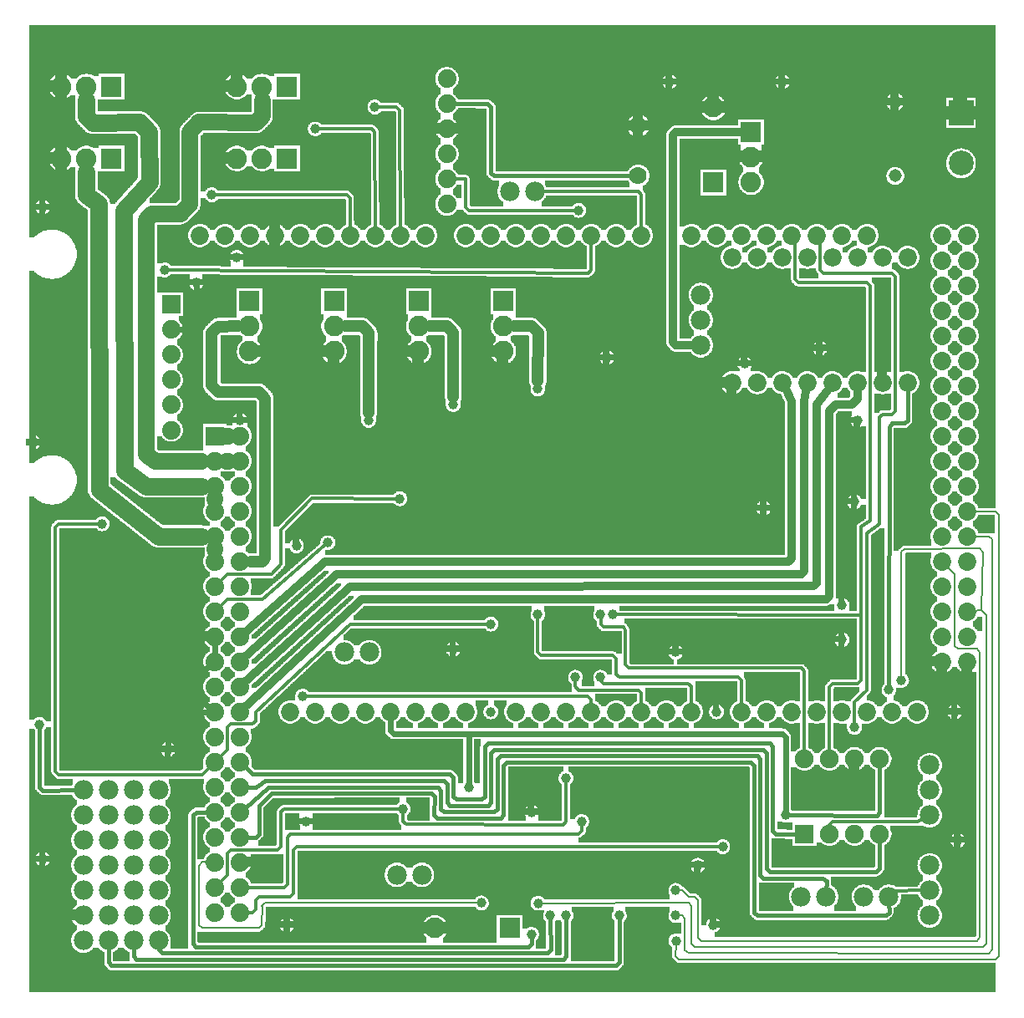
<source format=gbl>
G04 MADE WITH FRITZING*
G04 WWW.FRITZING.ORG*
G04 DOUBLE SIDED*
G04 HOLES PLATED*
G04 CONTOUR ON CENTER OF CONTOUR VECTOR*
%ASAXBY*%
%FSLAX23Y23*%
%MOIN*%
%OFA0B0*%
%SFA1.0B1.0*%
%ADD10C,0.075000*%
%ADD11C,0.072472*%
%ADD12C,0.072445*%
%ADD13C,0.072417*%
%ADD14C,0.039370*%
%ADD15C,0.074000*%
%ADD16C,0.082000*%
%ADD17C,0.070000*%
%ADD18C,0.078000*%
%ADD19C,0.072917*%
%ADD20C,0.051496*%
%ADD21C,0.099055*%
%ADD22R,0.074000X0.074000*%
%ADD23R,0.082000X0.082000*%
%ADD24R,0.075000X0.075000*%
%ADD25R,0.099055X0.099055*%
%ADD26C,0.012000*%
%ADD27C,0.024000*%
%ADD28C,0.008000*%
%ADD29C,0.016000*%
%ADD30C,0.065000*%
%ADD31C,0.032000*%
%ADD32C,0.048000*%
%ADD33R,0.001000X0.001000*%
%LNCOPPER0*%
G90*
G70*
G54D10*
X1798Y3430D03*
X3314Y2220D03*
X123Y3827D03*
X2158Y1516D03*
X3196Y1348D03*
X1975Y1532D03*
X2959Y1263D03*
X106Y771D03*
X2018Y874D03*
X3152Y860D03*
X664Y814D03*
X980Y538D03*
X3009Y425D03*
X3592Y1718D03*
X2264Y315D03*
G54D11*
X2844Y2472D03*
X3544Y2972D03*
X3444Y2972D03*
X3344Y2972D03*
X3244Y2972D03*
X3144Y2972D03*
G54D12*
X3044Y2972D03*
X2944Y2972D03*
G54D11*
X2844Y2972D03*
G54D12*
X3544Y2472D03*
G54D13*
X3444Y2472D03*
G54D12*
X3344Y2472D03*
G54D11*
X3244Y2472D03*
G54D12*
X3144Y2472D03*
G54D13*
X3044Y2472D03*
X2944Y2472D03*
G54D14*
X2707Y547D03*
X2769Y309D03*
X3282Y1447D03*
X1882Y1509D03*
X2232Y3159D03*
X3519Y1284D03*
X82Y1109D03*
X2070Y396D03*
X1844Y397D03*
X2594Y3672D03*
X3044Y3672D03*
X1107Y1822D03*
X57Y2234D03*
X882Y2322D03*
X1069Y309D03*
G54D15*
X607Y2784D03*
X607Y2684D03*
X607Y2584D03*
X607Y2484D03*
X607Y2384D03*
X607Y2283D03*
G54D14*
X94Y572D03*
X94Y3172D03*
X1144Y722D03*
X2394Y347D03*
X2182Y347D03*
X2119Y347D03*
X2044Y272D03*
X2244Y722D03*
X2620Y246D03*
X2619Y347D03*
X2619Y447D03*
X2181Y894D03*
X3469Y1247D03*
X2807Y622D03*
X332Y1909D03*
X582Y2922D03*
X707Y2872D03*
X1232Y1834D03*
X3744Y647D03*
X3344Y2322D03*
X3282Y1584D03*
X2319Y1547D03*
X2619Y1397D03*
X1794Y859D03*
X1519Y2009D03*
X1132Y1222D03*
X2219Y1297D03*
X2069Y1547D03*
X2319Y1297D03*
X2369Y1547D03*
X1732Y1409D03*
X3732Y1159D03*
X869Y2972D03*
X2344Y2572D03*
G54D16*
X1957Y297D03*
X1659Y297D03*
G54D17*
X2469Y3497D03*
X2469Y3297D03*
G54D14*
X1532Y772D03*
G54D15*
X1707Y3684D03*
X1707Y3584D03*
X1707Y3484D03*
X1707Y3384D03*
X1707Y3284D03*
X1707Y3184D03*
X1707Y3684D03*
X1707Y3584D03*
X1707Y3484D03*
X1707Y3384D03*
X1707Y3284D03*
X1707Y3184D03*
G54D14*
X3057Y747D03*
X1732Y2384D03*
X2069Y2447D03*
X1394Y2322D03*
X769Y3222D03*
X1182Y3484D03*
X1419Y3572D03*
X3332Y1097D03*
X1882Y1159D03*
X594Y1009D03*
X2782Y1159D03*
X3194Y2609D03*
X2969Y1972D03*
X3332Y1997D03*
X2044Y759D03*
G54D18*
X557Y347D03*
X457Y347D03*
X357Y347D03*
X257Y347D03*
X557Y847D03*
X457Y847D03*
X357Y847D03*
X257Y847D03*
X257Y647D03*
X357Y647D03*
X457Y647D03*
X457Y447D03*
X257Y447D03*
X357Y447D03*
X557Y447D03*
X257Y247D03*
X357Y247D03*
X257Y747D03*
X357Y747D03*
X457Y747D03*
X557Y247D03*
X457Y547D03*
X557Y547D03*
X1397Y1397D03*
X1297Y1397D03*
X257Y547D03*
X357Y547D03*
X557Y747D03*
X457Y247D03*
X557Y647D03*
G54D14*
X2894Y2547D03*
G54D10*
X3132Y672D03*
X3132Y972D03*
X3232Y672D03*
X3232Y972D03*
X3332Y672D03*
X3332Y972D03*
X3432Y672D03*
X3432Y972D03*
G54D15*
X882Y2259D03*
X882Y2159D03*
X882Y2059D03*
X882Y1959D03*
X882Y1859D03*
X882Y1759D03*
X882Y1659D03*
X882Y1559D03*
X882Y1459D03*
X882Y1359D03*
X882Y1259D03*
X882Y1159D03*
X882Y1059D03*
X882Y959D03*
X882Y859D03*
X882Y759D03*
X882Y659D03*
X882Y559D03*
X882Y459D03*
X882Y359D03*
X782Y2259D03*
X782Y2159D03*
X782Y2059D03*
X782Y1959D03*
X782Y1859D03*
X782Y1759D03*
X782Y1659D03*
X782Y1559D03*
X782Y1459D03*
X782Y1359D03*
X782Y1259D03*
X782Y1159D03*
X782Y1059D03*
X782Y959D03*
X782Y859D03*
X782Y759D03*
X782Y659D03*
X782Y559D03*
X782Y459D03*
X782Y359D03*
G54D19*
X2982Y1159D03*
X1382Y1159D03*
X3082Y1159D03*
X3182Y1159D03*
X3282Y1159D03*
X3382Y1159D03*
X3682Y2559D03*
X3482Y1159D03*
X3582Y1159D03*
X1422Y3059D03*
X1982Y1159D03*
X2082Y1159D03*
X2182Y1159D03*
X2282Y1159D03*
X3682Y1759D03*
X2382Y1159D03*
X2482Y1159D03*
X2582Y1159D03*
X2682Y1159D03*
X2182Y3059D03*
X3682Y2959D03*
X3682Y2159D03*
X3682Y1359D03*
X1022Y3059D03*
X1782Y1159D03*
X1782Y3059D03*
X3682Y2759D03*
X3682Y2359D03*
X3682Y1959D03*
X3382Y3059D03*
X3682Y1559D03*
X3282Y3059D03*
X3182Y3059D03*
X3082Y3059D03*
X2982Y3059D03*
X2882Y3059D03*
X2782Y3059D03*
X2682Y3059D03*
X822Y3059D03*
X1222Y3059D03*
X1622Y3059D03*
X1182Y1159D03*
X1582Y1159D03*
X2382Y3059D03*
X1982Y3059D03*
X3682Y3059D03*
X3682Y2859D03*
X3682Y2659D03*
X3682Y2459D03*
X3682Y2259D03*
X3682Y2059D03*
X3682Y1859D03*
X3682Y1659D03*
X3682Y1459D03*
X722Y3059D03*
X922Y3059D03*
X1122Y3059D03*
X1322Y3059D03*
X1522Y3059D03*
X1082Y1159D03*
X1282Y1159D03*
X1482Y1159D03*
X1682Y1159D03*
X2482Y3059D03*
X2282Y3059D03*
X2082Y3059D03*
X1882Y3059D03*
X3782Y3059D03*
X3782Y2959D03*
X3782Y2859D03*
X3782Y2759D03*
X3782Y2659D03*
X3782Y2559D03*
X3782Y2459D03*
X3782Y2359D03*
X3782Y2259D03*
X3782Y2159D03*
X3782Y2059D03*
X3782Y1959D03*
X3782Y1859D03*
X3782Y1759D03*
X3782Y1659D03*
X3782Y1559D03*
X3782Y1459D03*
X3782Y1359D03*
X2882Y1159D03*
G54D16*
X1257Y2797D03*
X1257Y2697D03*
X1257Y2597D03*
X1932Y2797D03*
X1932Y2697D03*
X1932Y2597D03*
X1594Y2797D03*
X1594Y2697D03*
X1594Y2597D03*
X919Y2797D03*
X919Y2697D03*
X919Y2597D03*
G54D18*
X3632Y347D03*
X3632Y447D03*
X3632Y547D03*
X3632Y947D03*
X3632Y847D03*
X3632Y747D03*
X2057Y3234D03*
X1957Y3234D03*
X2719Y2822D03*
X2719Y2722D03*
X2719Y2622D03*
X3119Y422D03*
X3219Y422D03*
X1607Y509D03*
X1507Y509D03*
X3469Y422D03*
X3369Y422D03*
G54D16*
X2919Y3472D03*
X2919Y3372D03*
X2919Y3272D03*
X2769Y3272D03*
X2769Y3570D03*
G54D20*
X3494Y3297D03*
X3494Y3592D03*
G54D16*
X369Y3366D03*
X269Y3366D03*
X169Y3366D03*
X1069Y3653D03*
X969Y3653D03*
X869Y3653D03*
X369Y3653D03*
X269Y3653D03*
X169Y3653D03*
X1069Y3366D03*
X969Y3366D03*
X869Y3366D03*
G54D21*
X3757Y3547D03*
X3757Y3347D03*
G54D22*
X607Y2784D03*
G54D23*
X1958Y297D03*
G54D24*
X3132Y672D03*
G54D22*
X782Y2259D03*
G54D23*
X1257Y2797D03*
X1932Y2797D03*
X1594Y2797D03*
X919Y2797D03*
X2919Y3472D03*
X2769Y3271D03*
X369Y3366D03*
X1069Y3653D03*
X369Y3653D03*
X1069Y3366D03*
G54D25*
X3757Y3547D03*
G54D26*
X1044Y1747D02*
X1045Y1885D01*
G54D27*
D02*
X694Y2684D02*
X707Y2697D01*
D02*
X707Y2697D02*
X707Y2853D01*
D02*
X638Y2684D02*
X694Y2684D01*
G54D26*
D02*
X845Y1110D02*
X933Y1110D01*
D02*
X832Y1097D02*
X845Y1110D01*
D02*
X832Y1009D02*
X832Y1097D01*
D02*
X944Y1122D02*
X944Y1159D01*
D02*
X944Y1159D02*
X1320Y1509D01*
D02*
X933Y1110D02*
X944Y1122D01*
D02*
X1320Y1509D02*
X1868Y1509D01*
D02*
X800Y977D02*
X832Y1009D01*
D02*
X2218Y3159D02*
X1795Y3159D01*
D02*
X1781Y3172D02*
X1782Y3284D01*
D02*
X1795Y3159D02*
X1781Y3172D01*
D02*
X1782Y3284D02*
X1732Y3284D01*
G54D28*
D02*
X3532Y1809D02*
X3832Y1810D01*
D02*
X3832Y1810D02*
X3844Y1796D01*
D02*
X3844Y1796D02*
X3838Y1565D01*
D02*
X3519Y1797D02*
X3532Y1809D01*
D02*
X3519Y1298D02*
X3519Y1797D01*
G54D29*
D02*
X82Y859D02*
X95Y846D01*
D02*
X95Y846D02*
X232Y847D01*
D02*
X82Y1096D02*
X82Y859D01*
G54D26*
D02*
X157Y1909D02*
X145Y1896D01*
G54D27*
D02*
X719Y1309D02*
X719Y1209D01*
D02*
X719Y1209D02*
X757Y1178D01*
D02*
X758Y1340D02*
X719Y1309D01*
D02*
X782Y1390D02*
X782Y1428D01*
G54D26*
D02*
X2470Y3234D02*
X2081Y3234D01*
D02*
X2482Y3221D02*
X2470Y3234D01*
D02*
X2482Y3084D02*
X2482Y3221D01*
G54D29*
D02*
X1894Y3297D02*
X2449Y3297D01*
D02*
X1882Y3309D02*
X1894Y3297D01*
D02*
X1882Y3572D02*
X1882Y3309D01*
D02*
X1869Y3584D02*
X1882Y3572D01*
D02*
X1732Y3584D02*
X1869Y3584D01*
G54D30*
D02*
X782Y1806D02*
X782Y1812D01*
D02*
X782Y2006D02*
X782Y2012D01*
D02*
X835Y2159D02*
X829Y2159D01*
D02*
X835Y2259D02*
X829Y2259D01*
G54D29*
D02*
X2394Y160D02*
X2394Y333D01*
D02*
X2382Y147D02*
X2394Y160D01*
D02*
X369Y147D02*
X2382Y147D01*
D02*
X357Y160D02*
X369Y147D01*
D02*
X357Y222D02*
X357Y160D01*
D02*
X2182Y185D02*
X2182Y333D01*
D02*
X2170Y172D02*
X2182Y185D01*
D02*
X469Y172D02*
X2170Y172D01*
D02*
X457Y185D02*
X469Y172D01*
D02*
X457Y222D02*
X457Y185D01*
D02*
X2120Y210D02*
X2119Y333D01*
D02*
X2107Y197D02*
X2120Y210D01*
D02*
X570Y197D02*
X2107Y197D01*
D02*
X557Y210D02*
X570Y197D01*
D02*
X557Y222D02*
X557Y210D01*
D02*
X2045Y235D02*
X2032Y222D01*
D02*
X2045Y258D02*
X2045Y235D01*
D02*
X2032Y222D02*
X706Y222D01*
D02*
X706Y222D02*
X694Y234D01*
D02*
X694Y234D02*
X694Y747D01*
D02*
X694Y747D02*
X707Y759D01*
D02*
X707Y759D02*
X756Y759D01*
G54D26*
D02*
X1082Y672D02*
X2232Y672D01*
D02*
X2232Y672D02*
X2245Y684D01*
D02*
X1070Y659D02*
X1082Y672D01*
D02*
X2245Y684D02*
X2245Y708D01*
D02*
X1070Y472D02*
X1070Y659D01*
D02*
X1057Y459D02*
X1070Y472D01*
D02*
X907Y459D02*
X1057Y459D01*
G54D28*
D02*
X2644Y447D02*
X2670Y422D01*
D02*
X2670Y422D02*
X2694Y422D01*
D02*
X2707Y409D02*
X2707Y259D01*
D02*
X2694Y422D02*
X2707Y409D01*
D02*
X2707Y259D02*
X2720Y246D01*
D02*
X2720Y246D02*
X3820Y246D01*
D02*
X2633Y447D02*
X2644Y447D01*
D02*
X3820Y246D02*
X3832Y260D01*
D02*
X3832Y260D02*
X3832Y797D01*
D02*
X3832Y797D02*
X3832Y1396D01*
D02*
X3832Y1396D02*
X3820Y1410D01*
D02*
X3820Y1410D02*
X3744Y1410D01*
D02*
X3744Y1410D02*
X3732Y1421D01*
D02*
X3732Y1421D02*
X3732Y1709D01*
D02*
X3732Y1709D02*
X3699Y1742D01*
G54D26*
D02*
X1532Y722D02*
X1532Y758D01*
D02*
X1544Y710D02*
X1532Y722D01*
D02*
X2170Y709D02*
X1544Y710D01*
D02*
X2181Y722D02*
X2170Y709D01*
D02*
X2181Y881D02*
X2181Y722D01*
G54D29*
D02*
X3470Y2296D02*
X3469Y1260D01*
D02*
X3482Y2310D02*
X3470Y2296D01*
D02*
X3532Y2310D02*
X3482Y2310D01*
D02*
X3544Y2322D02*
X3532Y2310D01*
D02*
X3544Y2447D02*
X3544Y2322D01*
G54D26*
D02*
X2793Y622D02*
X1107Y621D01*
D02*
X1107Y621D02*
X1094Y609D01*
D02*
X1094Y434D02*
X1082Y421D01*
D02*
X1094Y609D02*
X1094Y434D01*
D02*
X1082Y421D02*
X957Y421D01*
D02*
X957Y421D02*
X944Y409D01*
D02*
X944Y409D02*
X944Y371D01*
D02*
X944Y371D02*
X932Y359D01*
D02*
X932Y359D02*
X907Y359D01*
D02*
X732Y909D02*
X764Y941D01*
D02*
X157Y909D02*
X732Y909D01*
D02*
X144Y922D02*
X157Y909D01*
D02*
X145Y1896D02*
X144Y922D01*
D02*
X318Y1909D02*
X157Y1909D01*
D02*
X1232Y1834D02*
X1218Y1834D01*
D02*
X970Y1608D02*
X1232Y1834D01*
D02*
X831Y1608D02*
X970Y1608D01*
D02*
X800Y1577D02*
X831Y1608D01*
D02*
X3582Y721D02*
X3610Y736D01*
D02*
X3244Y722D02*
X3582Y721D01*
D02*
X3231Y709D02*
X3244Y722D01*
D02*
X3232Y695D02*
X3231Y709D01*
D02*
X2270Y2909D02*
X595Y2922D01*
D02*
X2282Y2922D02*
X2270Y2909D01*
D02*
X2282Y3035D02*
X2282Y2922D01*
G54D27*
D02*
X1794Y878D02*
X1794Y1072D01*
G54D31*
D02*
X3220Y1609D02*
X1369Y1609D01*
D02*
X909Y1184D02*
X1369Y1609D01*
D02*
X1320Y1659D02*
X3169Y1660D01*
D02*
X909Y1284D02*
X1320Y1659D01*
D02*
X1269Y1709D02*
X3120Y1709D01*
D02*
X909Y1384D02*
X1269Y1709D01*
D02*
X1220Y1759D02*
X3069Y1759D01*
D02*
X909Y1483D02*
X1220Y1759D01*
G54D26*
D02*
X1169Y2010D02*
X1506Y2009D01*
D02*
X1045Y1885D02*
X1169Y2010D01*
D02*
X1007Y1708D02*
X1044Y1747D01*
D02*
X831Y1708D02*
X1007Y1708D01*
D02*
X800Y1677D02*
X831Y1708D01*
D02*
X2383Y1547D02*
X3357Y1546D01*
G54D31*
D02*
X2619Y3471D02*
X2882Y3472D01*
D02*
X2608Y3458D02*
X2619Y3471D01*
D02*
X2608Y2634D02*
X2608Y3458D01*
D02*
X2619Y2621D02*
X2608Y2634D01*
D02*
X2684Y2621D02*
X2619Y2621D01*
G54D26*
D02*
X2332Y1272D02*
X2669Y1272D01*
D02*
X2319Y1284D02*
X2332Y1272D01*
D02*
X2669Y1272D02*
X2681Y1260D01*
D02*
X2681Y1260D02*
X2682Y1184D01*
D02*
X2320Y1283D02*
X2319Y1284D01*
D02*
X2482Y1234D02*
X2482Y1184D01*
D02*
X2232Y1246D02*
X2470Y1246D01*
D02*
X2470Y1246D02*
X2482Y1234D01*
D02*
X2219Y1260D02*
X2232Y1246D01*
D02*
X2219Y1283D02*
X2219Y1260D01*
D02*
X3357Y1284D02*
X3345Y1272D01*
D02*
X3232Y1259D02*
X3232Y995D01*
D02*
X3244Y1272D02*
X3232Y1259D01*
D02*
X3345Y1272D02*
X3244Y1272D01*
D02*
X3357Y1546D02*
X3357Y1284D01*
D02*
X3357Y1897D02*
X3357Y1546D01*
D02*
X3395Y1921D02*
X3357Y1897D01*
D02*
X3394Y2859D02*
X3395Y1921D01*
D02*
X3381Y2871D02*
X3394Y2859D01*
D02*
X3107Y2872D02*
X3381Y2871D01*
D02*
X3095Y2884D02*
X3107Y2872D01*
D02*
X3095Y3059D02*
X3095Y2884D01*
D02*
X3107Y3059D02*
X3095Y3059D01*
G54D28*
D02*
X719Y546D02*
X733Y560D01*
D02*
X733Y560D02*
X756Y559D01*
D02*
X719Y309D02*
X719Y546D01*
D02*
X732Y297D02*
X719Y309D01*
D02*
X3857Y1546D02*
X3857Y235D01*
D02*
X3838Y1565D02*
X3857Y1546D01*
D02*
X3857Y235D02*
X3844Y221D01*
D02*
X969Y309D02*
X957Y297D01*
D02*
X970Y385D02*
X969Y309D01*
D02*
X982Y397D02*
X969Y385D01*
D02*
X1831Y397D02*
X982Y397D01*
D02*
X2670Y397D02*
X2083Y396D01*
D02*
X2682Y384D02*
X2670Y397D01*
D02*
X2682Y234D02*
X2682Y384D01*
D02*
X2695Y222D02*
X2682Y234D01*
D02*
X3844Y221D02*
X2695Y222D01*
D02*
X957Y297D02*
X732Y297D01*
D02*
X3806Y1562D02*
X3838Y1565D01*
G54D26*
D02*
X1044Y760D02*
X1044Y622D01*
D02*
X1044Y622D02*
X1032Y609D01*
D02*
X1057Y771D02*
X1044Y760D01*
D02*
X1032Y609D02*
X844Y609D01*
D02*
X844Y609D02*
X832Y596D01*
D02*
X1518Y772D02*
X1057Y771D01*
D02*
X832Y509D02*
X800Y477D01*
D02*
X832Y596D02*
X832Y509D01*
D02*
X2069Y1533D02*
X2069Y1397D01*
D02*
X2882Y1284D02*
X2882Y1184D01*
D02*
X2869Y1297D02*
X2882Y1284D01*
D02*
X2395Y1297D02*
X2869Y1297D01*
D02*
X2382Y1309D02*
X2395Y1297D01*
D02*
X2382Y1371D02*
X2382Y1309D01*
D02*
X2369Y1384D02*
X2382Y1371D01*
D02*
X2082Y1384D02*
X2369Y1384D01*
D02*
X2069Y1397D02*
X2082Y1384D01*
G54D27*
D02*
X594Y1146D02*
X594Y1028D01*
D02*
X607Y1159D02*
X594Y1146D01*
D02*
X751Y1159D02*
X607Y1159D01*
G54D29*
D02*
X3432Y759D02*
X3432Y949D01*
D02*
X3420Y746D02*
X3432Y759D01*
G54D27*
D02*
X3057Y1059D02*
X3057Y766D01*
G54D29*
D02*
X3420Y746D02*
X3070Y747D01*
G54D26*
D02*
X3482Y446D02*
X3607Y447D01*
D02*
X3469Y434D02*
X3482Y446D01*
D02*
X3469Y446D02*
X3469Y434D01*
G54D27*
D02*
X1794Y1072D02*
X1494Y1072D01*
D02*
X3045Y1072D02*
X1794Y1072D01*
D02*
X3057Y1059D02*
X3045Y1072D01*
D02*
X1482Y1084D02*
X1494Y1072D01*
D02*
X1482Y1129D02*
X1482Y1084D01*
G54D32*
D02*
X1395Y2671D02*
X1394Y2352D01*
D02*
X1370Y2697D02*
X1395Y2671D01*
D02*
X1300Y2697D02*
X1370Y2697D01*
D02*
X970Y1759D02*
X924Y1759D01*
D02*
X982Y1771D02*
X970Y1759D01*
D02*
X769Y2671D02*
X769Y2460D01*
D02*
X957Y2434D02*
X982Y2409D01*
D02*
X795Y2434D02*
X957Y2434D01*
D02*
X795Y2696D02*
X769Y2671D01*
D02*
X769Y2460D02*
X795Y2434D01*
D02*
X982Y2409D02*
X982Y1771D01*
D02*
X876Y2697D02*
X795Y2696D01*
D02*
X1733Y2671D02*
X1707Y2697D01*
D02*
X1732Y2414D02*
X1733Y2671D01*
D02*
X1707Y2697D02*
X1638Y2697D01*
D02*
X2070Y2671D02*
X2069Y2477D01*
D02*
X2044Y2697D02*
X2070Y2671D01*
D02*
X1975Y2697D02*
X2044Y2697D01*
G54D31*
D02*
X3344Y2409D02*
X3344Y2436D01*
D02*
X3320Y2384D02*
X3344Y2409D01*
D02*
X3257Y2384D02*
X3320Y2384D01*
D02*
X3232Y2359D02*
X3257Y2384D01*
D02*
X3232Y1622D02*
X3232Y2359D01*
D02*
X3220Y1609D02*
X3232Y1622D01*
D02*
X3182Y2385D02*
X3224Y2443D01*
D02*
X3181Y1672D02*
X3182Y2385D01*
D02*
X3169Y1660D02*
X3181Y1672D01*
D02*
X3069Y1759D02*
X3082Y1772D01*
D02*
X3082Y1772D02*
X3082Y2397D01*
D02*
X3082Y2397D02*
X3060Y2440D01*
D02*
X3120Y1709D02*
X3132Y1721D01*
D02*
X3132Y1721D02*
X3132Y2397D01*
D02*
X3132Y2397D02*
X3139Y2437D01*
G54D26*
D02*
X3132Y1322D02*
X3120Y1334D01*
D02*
X2419Y1484D02*
X2412Y1497D01*
D02*
X2419Y1347D02*
X2419Y1484D01*
D02*
X2431Y1334D02*
X2419Y1347D01*
D02*
X2332Y1497D02*
X2320Y1509D01*
D02*
X2320Y1509D02*
X2320Y1533D01*
D02*
X2412Y1497D02*
X2332Y1497D01*
D02*
X3120Y1334D02*
X2431Y1334D01*
D02*
X3132Y995D02*
X3132Y1322D01*
G54D30*
D02*
X507Y2184D02*
X507Y3121D01*
D02*
X507Y3121D02*
X531Y3146D01*
D02*
X545Y2159D02*
X507Y2184D01*
D02*
X531Y3146D02*
X644Y3146D01*
D02*
X729Y2159D02*
X545Y2159D01*
D02*
X644Y3146D02*
X682Y3184D01*
D02*
X970Y3534D02*
X970Y3599D01*
D02*
X944Y3509D02*
X970Y3534D01*
D02*
X682Y3471D02*
X719Y3510D01*
D02*
X719Y3510D02*
X944Y3509D01*
D02*
X682Y3183D02*
X682Y3471D01*
G54D17*
D02*
X420Y2122D02*
X419Y3159D01*
D02*
X269Y3534D02*
X269Y3599D01*
D02*
X482Y3510D02*
X294Y3509D01*
D02*
X519Y3471D02*
X482Y3510D01*
D02*
X294Y3509D02*
X269Y3534D01*
D02*
X520Y3271D02*
X519Y3471D01*
D02*
X419Y3159D02*
X520Y3271D01*
D02*
X507Y2059D02*
X420Y2122D01*
D02*
X729Y2059D02*
X507Y2059D01*
D02*
X557Y1859D02*
X320Y2046D01*
D02*
X320Y2046D02*
X319Y3184D01*
D02*
X729Y1859D02*
X557Y1859D01*
D02*
X269Y3221D02*
X269Y3312D01*
D02*
X319Y3184D02*
X269Y3221D01*
G54D26*
D02*
X1307Y3222D02*
X783Y3222D01*
D02*
X1320Y3209D02*
X1307Y3222D01*
D02*
X1322Y3084D02*
X1320Y3209D01*
D02*
X1407Y3484D02*
X1195Y3484D01*
D02*
X1419Y3472D02*
X1407Y3484D01*
D02*
X1422Y3084D02*
X1419Y3472D01*
D02*
X1532Y3059D02*
X1522Y3059D01*
D02*
X1519Y3559D02*
X1522Y3084D01*
D02*
X1506Y3572D02*
X1519Y3559D01*
D02*
X1433Y3572D02*
X1506Y3572D01*
D02*
X3381Y1872D02*
X3381Y1246D01*
D02*
X3381Y1246D02*
X3332Y1197D01*
D02*
X3332Y1197D02*
X3332Y1110D01*
D02*
X3431Y1909D02*
X3381Y1872D01*
D02*
X3432Y2334D02*
X3432Y1909D01*
D02*
X3482Y2346D02*
X3444Y2346D01*
D02*
X3444Y2346D02*
X3432Y2334D01*
D02*
X3495Y2359D02*
X3482Y2346D01*
D02*
X3494Y2896D02*
X3495Y2359D01*
D02*
X3481Y2909D02*
X3494Y2896D01*
D02*
X3207Y2909D02*
X3481Y2909D01*
D02*
X3195Y2921D02*
X3207Y2909D01*
D02*
X3194Y3059D02*
X3195Y2921D01*
D02*
X3207Y3059D02*
X3194Y3059D01*
G54D29*
D02*
X3470Y359D02*
X3469Y397D01*
D02*
X3457Y347D02*
X3470Y359D01*
D02*
X2944Y347D02*
X3457Y347D01*
D02*
X2932Y359D02*
X2944Y347D01*
D02*
X1920Y985D02*
X2945Y985D01*
D02*
X1907Y972D02*
X1920Y985D01*
D02*
X1907Y771D02*
X1907Y972D01*
D02*
X1894Y760D02*
X1907Y771D01*
D02*
X1695Y760D02*
X1894Y760D01*
D02*
X2956Y972D02*
X2956Y509D01*
D02*
X2956Y509D02*
X2969Y496D01*
D02*
X2945Y985D02*
X2956Y972D01*
D02*
X2969Y496D02*
X3206Y496D01*
D02*
X3206Y496D02*
X3220Y484D01*
D02*
X1682Y771D02*
X1695Y760D01*
D02*
X1682Y846D02*
X1682Y771D01*
D02*
X1670Y859D02*
X1682Y846D01*
D02*
X3220Y484D02*
X3219Y446D01*
D02*
X994Y858D02*
X1670Y859D01*
D02*
X901Y776D02*
X994Y858D01*
D02*
X957Y784D02*
X957Y672D01*
D02*
X957Y672D02*
X944Y659D01*
D02*
X1007Y834D02*
X957Y784D01*
D02*
X1644Y834D02*
X1007Y834D01*
D02*
X1657Y821D02*
X1644Y834D01*
D02*
X1656Y747D02*
X1657Y821D01*
D02*
X1669Y734D02*
X1656Y747D01*
D02*
X2919Y959D02*
X1944Y959D01*
D02*
X2932Y946D02*
X2919Y959D01*
D02*
X1944Y959D02*
X1932Y946D01*
D02*
X1932Y946D02*
X1932Y747D01*
D02*
X1932Y747D02*
X1920Y734D01*
D02*
X1920Y734D02*
X1669Y734D01*
D02*
X944Y659D02*
X907Y659D01*
D02*
X2932Y359D02*
X2932Y946D01*
G54D28*
D02*
X3869Y196D02*
X3882Y210D01*
D02*
X3869Y1859D02*
X3807Y1859D01*
D02*
X2644Y347D02*
X2656Y335D01*
D02*
X2656Y335D02*
X2656Y209D01*
D02*
X2656Y209D02*
X2670Y197D01*
D02*
X2670Y197D02*
X3869Y196D01*
D02*
X2633Y347D02*
X2644Y347D01*
D02*
X3882Y210D02*
X3882Y1847D01*
D02*
X3882Y1847D02*
X3869Y1859D01*
D02*
X3907Y184D02*
X3907Y1946D01*
D02*
X3907Y1946D02*
X3895Y1959D01*
D02*
X2619Y184D02*
X2632Y172D01*
D02*
X2632Y172D02*
X3894Y171D01*
D02*
X2620Y233D02*
X2619Y184D01*
D02*
X3894Y171D02*
X3907Y184D01*
D02*
X3895Y1959D02*
X3807Y1959D01*
G54D29*
D02*
X1719Y910D02*
X1732Y897D01*
D02*
X1744Y810D02*
X1844Y810D01*
D02*
X1844Y810D02*
X1857Y821D01*
D02*
X1732Y821D02*
X1744Y810D01*
D02*
X3006Y684D02*
X3019Y672D01*
D02*
X3019Y672D02*
X3109Y672D01*
D02*
X3006Y1022D02*
X3006Y684D01*
D02*
X2995Y1035D02*
X3006Y1022D01*
D02*
X1870Y1035D02*
X2995Y1035D01*
D02*
X1857Y1022D02*
X1870Y1035D01*
D02*
X1857Y821D02*
X1857Y1022D01*
D02*
X1732Y897D02*
X1732Y821D01*
D02*
X933Y910D02*
X1719Y910D01*
D02*
X900Y941D02*
X933Y910D01*
D02*
X981Y884D02*
X1695Y884D01*
D02*
X944Y858D02*
X981Y884D01*
D02*
X1708Y872D02*
X1707Y797D01*
D02*
X1707Y797D02*
X1719Y784D01*
D02*
X1695Y884D02*
X1708Y872D01*
D02*
X2995Y522D02*
X3419Y522D01*
D02*
X2982Y996D02*
X2982Y535D01*
D02*
X2982Y535D02*
X2995Y522D01*
D02*
X2969Y1009D02*
X2982Y996D01*
D02*
X1894Y1009D02*
X2969Y1009D01*
D02*
X1881Y996D02*
X1894Y1009D01*
D02*
X1881Y797D02*
X1881Y996D01*
D02*
X1870Y784D02*
X1881Y797D01*
D02*
X1719Y784D02*
X1870Y784D01*
D02*
X3432Y534D02*
X3432Y649D01*
D02*
X3419Y522D02*
X3432Y534D01*
D02*
X907Y859D02*
X944Y858D01*
G54D26*
D02*
X2282Y1209D02*
X2269Y1221D01*
D02*
X2282Y1184D02*
X2282Y1209D01*
D02*
X2269Y1221D02*
X1145Y1222D01*
G36*
X1750Y3567D02*
X1750Y3563D01*
X1748Y3563D01*
X1748Y3561D01*
X1746Y3561D01*
X1746Y3557D01*
X1744Y3557D01*
X1744Y3555D01*
X1742Y3555D01*
X1742Y3553D01*
X1740Y3553D01*
X1740Y3551D01*
X1738Y3551D01*
X1738Y3549D01*
X1736Y3549D01*
X1736Y3547D01*
X1734Y3547D01*
X1734Y3545D01*
X1730Y3545D01*
X1730Y3525D01*
X1732Y3525D01*
X1732Y3523D01*
X1734Y3523D01*
X1734Y3521D01*
X1736Y3521D01*
X1736Y3519D01*
X1740Y3519D01*
X1740Y3517D01*
X1742Y3517D01*
X1742Y3513D01*
X1744Y3513D01*
X1744Y3511D01*
X1746Y3511D01*
X1746Y3509D01*
X1748Y3509D01*
X1748Y3505D01*
X1750Y3505D01*
X1750Y3499D01*
X1752Y3499D01*
X1752Y3493D01*
X1754Y3493D01*
X1754Y3475D01*
X1752Y3475D01*
X1752Y3469D01*
X1750Y3469D01*
X1750Y3463D01*
X1748Y3463D01*
X1748Y3461D01*
X1746Y3461D01*
X1746Y3457D01*
X1744Y3457D01*
X1744Y3455D01*
X1742Y3455D01*
X1742Y3453D01*
X1740Y3453D01*
X1740Y3451D01*
X1738Y3451D01*
X1738Y3449D01*
X1736Y3449D01*
X1736Y3447D01*
X1734Y3447D01*
X1734Y3445D01*
X1730Y3445D01*
X1730Y3425D01*
X1732Y3425D01*
X1732Y3423D01*
X1734Y3423D01*
X1734Y3421D01*
X1736Y3421D01*
X1736Y3419D01*
X1740Y3419D01*
X1740Y3417D01*
X1742Y3417D01*
X1742Y3413D01*
X1744Y3413D01*
X1744Y3411D01*
X1746Y3411D01*
X1746Y3409D01*
X1748Y3409D01*
X1748Y3405D01*
X1750Y3405D01*
X1750Y3399D01*
X1752Y3399D01*
X1752Y3393D01*
X1754Y3393D01*
X1754Y3375D01*
X1752Y3375D01*
X1752Y3369D01*
X1750Y3369D01*
X1750Y3363D01*
X1748Y3363D01*
X1748Y3361D01*
X1746Y3361D01*
X1746Y3357D01*
X1744Y3357D01*
X1744Y3355D01*
X1742Y3355D01*
X1742Y3353D01*
X1740Y3353D01*
X1740Y3351D01*
X1738Y3351D01*
X1738Y3349D01*
X1736Y3349D01*
X1736Y3347D01*
X1734Y3347D01*
X1734Y3345D01*
X1730Y3345D01*
X1730Y3325D01*
X1732Y3325D01*
X1732Y3323D01*
X1734Y3323D01*
X1734Y3321D01*
X1736Y3321D01*
X1736Y3319D01*
X1740Y3319D01*
X1740Y3317D01*
X1742Y3317D01*
X1742Y3313D01*
X1744Y3313D01*
X1744Y3311D01*
X1746Y3311D01*
X1746Y3309D01*
X1748Y3309D01*
X1748Y3305D01*
X1750Y3305D01*
X1750Y3301D01*
X1784Y3301D01*
X1784Y3299D01*
X1790Y3299D01*
X1790Y3297D01*
X1792Y3297D01*
X1792Y3295D01*
X1794Y3295D01*
X1794Y3293D01*
X1796Y3293D01*
X1796Y3289D01*
X1798Y3289D01*
X1798Y3177D01*
X1800Y3177D01*
X1800Y3175D01*
X1930Y3175D01*
X1930Y3195D01*
X1926Y3195D01*
X1926Y3197D01*
X1924Y3197D01*
X1924Y3199D01*
X1922Y3199D01*
X1922Y3201D01*
X1920Y3201D01*
X1920Y3203D01*
X1918Y3203D01*
X1918Y3205D01*
X1916Y3205D01*
X1916Y3209D01*
X1914Y3209D01*
X1914Y3213D01*
X1912Y3213D01*
X1912Y3217D01*
X1910Y3217D01*
X1910Y3225D01*
X1908Y3225D01*
X1908Y3245D01*
X1910Y3245D01*
X1910Y3251D01*
X1912Y3251D01*
X1912Y3255D01*
X1914Y3255D01*
X1914Y3259D01*
X1916Y3259D01*
X1916Y3279D01*
X1888Y3279D01*
X1888Y3281D01*
X1884Y3281D01*
X1884Y3283D01*
X1882Y3283D01*
X1882Y3285D01*
X1880Y3285D01*
X1880Y3287D01*
X1878Y3287D01*
X1878Y3289D01*
X1876Y3289D01*
X1876Y3291D01*
X1874Y3291D01*
X1874Y3293D01*
X1872Y3293D01*
X1872Y3295D01*
X1870Y3295D01*
X1870Y3297D01*
X1868Y3297D01*
X1868Y3299D01*
X1866Y3299D01*
X1866Y3303D01*
X1864Y3303D01*
X1864Y3565D01*
X1822Y3565D01*
X1822Y3567D01*
X1750Y3567D01*
G37*
D02*
G36*
X2098Y3279D02*
X2098Y3259D01*
X2100Y3259D01*
X2100Y3255D01*
X2102Y3255D01*
X2102Y3251D01*
X2434Y3251D01*
X2434Y3271D01*
X2432Y3271D01*
X2432Y3273D01*
X2430Y3273D01*
X2430Y3277D01*
X2428Y3277D01*
X2428Y3279D01*
X2098Y3279D01*
G37*
D02*
G36*
X1746Y3261D02*
X1746Y3257D01*
X1744Y3257D01*
X1744Y3255D01*
X1742Y3255D01*
X1742Y3253D01*
X1740Y3253D01*
X1740Y3251D01*
X1738Y3251D01*
X1738Y3249D01*
X1736Y3249D01*
X1736Y3247D01*
X1734Y3247D01*
X1734Y3245D01*
X1730Y3245D01*
X1730Y3225D01*
X1732Y3225D01*
X1732Y3223D01*
X1734Y3223D01*
X1734Y3221D01*
X1736Y3221D01*
X1736Y3219D01*
X1740Y3219D01*
X1740Y3217D01*
X1742Y3217D01*
X1742Y3213D01*
X1744Y3213D01*
X1744Y3211D01*
X1746Y3211D01*
X1746Y3209D01*
X1766Y3209D01*
X1766Y3261D01*
X1746Y3261D01*
G37*
D02*
G36*
X2922Y3037D02*
X2922Y3035D01*
X2920Y3035D01*
X2920Y3031D01*
X2918Y3031D01*
X2918Y3029D01*
X2916Y3029D01*
X2916Y3027D01*
X2914Y3027D01*
X2914Y3025D01*
X2912Y3025D01*
X2912Y3023D01*
X2910Y3023D01*
X2910Y3021D01*
X2906Y3021D01*
X2906Y3019D01*
X2902Y3019D01*
X2902Y3017D01*
X2898Y3017D01*
X2898Y3015D01*
X2892Y3015D01*
X2892Y3013D01*
X2884Y3013D01*
X2884Y2993D01*
X2904Y2993D01*
X2904Y2995D01*
X2906Y2995D01*
X2906Y2999D01*
X2908Y2999D01*
X2908Y3001D01*
X2910Y3001D01*
X2910Y3003D01*
X2912Y3003D01*
X2912Y3005D01*
X2914Y3005D01*
X2914Y3007D01*
X2916Y3007D01*
X2916Y3009D01*
X2918Y3009D01*
X2918Y3011D01*
X2922Y3011D01*
X2922Y3013D01*
X2926Y3013D01*
X2926Y3015D01*
X2932Y3015D01*
X2932Y3017D01*
X2942Y3017D01*
X2942Y3037D01*
X2922Y3037D01*
G37*
D02*
G36*
X3022Y3037D02*
X3022Y3035D01*
X3020Y3035D01*
X3020Y3031D01*
X3018Y3031D01*
X3018Y3029D01*
X3016Y3029D01*
X3016Y3027D01*
X3014Y3027D01*
X3014Y3025D01*
X3012Y3025D01*
X3012Y3023D01*
X3010Y3023D01*
X3010Y3021D01*
X3006Y3021D01*
X3006Y3019D01*
X3002Y3019D01*
X3002Y3017D01*
X2998Y3017D01*
X2998Y3015D01*
X2992Y3015D01*
X2992Y3013D01*
X2984Y3013D01*
X2984Y2993D01*
X3004Y2993D01*
X3004Y2995D01*
X3006Y2995D01*
X3006Y2999D01*
X3008Y2999D01*
X3008Y3001D01*
X3010Y3001D01*
X3010Y3003D01*
X3012Y3003D01*
X3012Y3005D01*
X3014Y3005D01*
X3014Y3007D01*
X3016Y3007D01*
X3016Y3009D01*
X3018Y3009D01*
X3018Y3011D01*
X3022Y3011D01*
X3022Y3013D01*
X3026Y3013D01*
X3026Y3015D01*
X3032Y3015D01*
X3032Y3017D01*
X3042Y3017D01*
X3042Y3037D01*
X3022Y3037D01*
G37*
D02*
G36*
X3322Y3037D02*
X3322Y3035D01*
X3320Y3035D01*
X3320Y3031D01*
X3318Y3031D01*
X3318Y3029D01*
X3316Y3029D01*
X3316Y3027D01*
X3314Y3027D01*
X3314Y3025D01*
X3312Y3025D01*
X3312Y3023D01*
X3310Y3023D01*
X3310Y3021D01*
X3306Y3021D01*
X3306Y3019D01*
X3302Y3019D01*
X3302Y3017D01*
X3298Y3017D01*
X3298Y3015D01*
X3292Y3015D01*
X3292Y3013D01*
X3284Y3013D01*
X3284Y2993D01*
X3304Y2993D01*
X3304Y2995D01*
X3306Y2995D01*
X3306Y2999D01*
X3308Y2999D01*
X3308Y3001D01*
X3310Y3001D01*
X3310Y3003D01*
X3312Y3003D01*
X3312Y3005D01*
X3314Y3005D01*
X3314Y3007D01*
X3316Y3007D01*
X3316Y3009D01*
X3318Y3009D01*
X3318Y3011D01*
X3322Y3011D01*
X3322Y3013D01*
X3326Y3013D01*
X3326Y3015D01*
X3332Y3015D01*
X3332Y3017D01*
X3342Y3017D01*
X3342Y3037D01*
X3322Y3037D01*
G37*
D02*
G36*
X3722Y3037D02*
X3722Y3035D01*
X3720Y3035D01*
X3720Y3031D01*
X3718Y3031D01*
X3718Y3029D01*
X3716Y3029D01*
X3716Y3027D01*
X3714Y3027D01*
X3714Y3025D01*
X3712Y3025D01*
X3712Y3023D01*
X3710Y3023D01*
X3710Y3021D01*
X3706Y3021D01*
X3706Y3019D01*
X3704Y3019D01*
X3704Y2999D01*
X3708Y2999D01*
X3708Y2997D01*
X3710Y2997D01*
X3710Y2995D01*
X3712Y2995D01*
X3712Y2993D01*
X3714Y2993D01*
X3714Y2991D01*
X3716Y2991D01*
X3716Y2989D01*
X3718Y2989D01*
X3718Y2987D01*
X3720Y2987D01*
X3720Y2983D01*
X3722Y2983D01*
X3722Y2981D01*
X3742Y2981D01*
X3742Y2985D01*
X3744Y2985D01*
X3744Y2987D01*
X3746Y2987D01*
X3746Y2989D01*
X3748Y2989D01*
X3748Y2991D01*
X3750Y2991D01*
X3750Y2993D01*
X3752Y2993D01*
X3752Y2995D01*
X3754Y2995D01*
X3754Y2997D01*
X3756Y2997D01*
X3756Y2999D01*
X3760Y2999D01*
X3760Y3019D01*
X3758Y3019D01*
X3758Y3021D01*
X3754Y3021D01*
X3754Y3023D01*
X3752Y3023D01*
X3752Y3025D01*
X3750Y3025D01*
X3750Y3027D01*
X3748Y3027D01*
X3748Y3029D01*
X3746Y3029D01*
X3746Y3031D01*
X3744Y3031D01*
X3744Y3033D01*
X3742Y3033D01*
X3742Y3037D01*
X3722Y3037D01*
G37*
D02*
G36*
X3722Y2937D02*
X3722Y2935D01*
X3720Y2935D01*
X3720Y2931D01*
X3718Y2931D01*
X3718Y2929D01*
X3716Y2929D01*
X3716Y2927D01*
X3714Y2927D01*
X3714Y2925D01*
X3712Y2925D01*
X3712Y2923D01*
X3710Y2923D01*
X3710Y2921D01*
X3706Y2921D01*
X3706Y2919D01*
X3704Y2919D01*
X3704Y2899D01*
X3708Y2899D01*
X3708Y2897D01*
X3710Y2897D01*
X3710Y2895D01*
X3712Y2895D01*
X3712Y2893D01*
X3714Y2893D01*
X3714Y2891D01*
X3716Y2891D01*
X3716Y2889D01*
X3718Y2889D01*
X3718Y2887D01*
X3720Y2887D01*
X3720Y2883D01*
X3722Y2883D01*
X3722Y2881D01*
X3742Y2881D01*
X3742Y2885D01*
X3744Y2885D01*
X3744Y2887D01*
X3746Y2887D01*
X3746Y2889D01*
X3748Y2889D01*
X3748Y2891D01*
X3750Y2891D01*
X3750Y2893D01*
X3752Y2893D01*
X3752Y2895D01*
X3754Y2895D01*
X3754Y2897D01*
X3756Y2897D01*
X3756Y2899D01*
X3760Y2899D01*
X3760Y2919D01*
X3758Y2919D01*
X3758Y2921D01*
X3754Y2921D01*
X3754Y2923D01*
X3752Y2923D01*
X3752Y2925D01*
X3750Y2925D01*
X3750Y2927D01*
X3748Y2927D01*
X3748Y2929D01*
X3746Y2929D01*
X3746Y2931D01*
X3744Y2931D01*
X3744Y2933D01*
X3742Y2933D01*
X3742Y2937D01*
X3722Y2937D01*
G37*
D02*
G36*
X3110Y2929D02*
X3110Y2925D01*
X3138Y2925D01*
X3138Y2927D01*
X3130Y2927D01*
X3130Y2929D01*
X3110Y2929D01*
G37*
D02*
G36*
X3158Y2929D02*
X3158Y2927D01*
X3150Y2927D01*
X3150Y2925D01*
X3178Y2925D01*
X3178Y2929D01*
X3158Y2929D01*
G37*
D02*
G36*
X3110Y2925D02*
X3110Y2923D01*
X3178Y2923D01*
X3178Y2925D01*
X3110Y2925D01*
G37*
D02*
G36*
X3110Y2925D02*
X3110Y2923D01*
X3178Y2923D01*
X3178Y2925D01*
X3110Y2925D01*
G37*
D02*
G36*
X3110Y2923D02*
X3110Y2891D01*
X3112Y2891D01*
X3112Y2889D01*
X3114Y2889D01*
X3114Y2887D01*
X3188Y2887D01*
X3188Y2907D01*
X3186Y2907D01*
X3186Y2909D01*
X3184Y2909D01*
X3184Y2911D01*
X3182Y2911D01*
X3182Y2913D01*
X3180Y2913D01*
X3180Y2919D01*
X3178Y2919D01*
X3178Y2923D01*
X3110Y2923D01*
G37*
D02*
G36*
X3402Y2893D02*
X3402Y2873D01*
X3404Y2873D01*
X3404Y2871D01*
X3406Y2871D01*
X3406Y2867D01*
X3408Y2867D01*
X3408Y2865D01*
X3410Y2865D01*
X3410Y2517D01*
X3456Y2517D01*
X3456Y2515D01*
X3478Y2515D01*
X3478Y2891D01*
X3476Y2891D01*
X3476Y2893D01*
X3402Y2893D01*
G37*
D02*
G36*
X3410Y2517D02*
X3410Y2515D01*
X3432Y2515D01*
X3432Y2517D01*
X3410Y2517D01*
G37*
D02*
G36*
X3722Y2837D02*
X3722Y2835D01*
X3720Y2835D01*
X3720Y2831D01*
X3718Y2831D01*
X3718Y2829D01*
X3716Y2829D01*
X3716Y2827D01*
X3714Y2827D01*
X3714Y2825D01*
X3712Y2825D01*
X3712Y2823D01*
X3710Y2823D01*
X3710Y2821D01*
X3706Y2821D01*
X3706Y2819D01*
X3704Y2819D01*
X3704Y2799D01*
X3708Y2799D01*
X3708Y2797D01*
X3710Y2797D01*
X3710Y2795D01*
X3712Y2795D01*
X3712Y2793D01*
X3714Y2793D01*
X3714Y2791D01*
X3716Y2791D01*
X3716Y2789D01*
X3718Y2789D01*
X3718Y2787D01*
X3720Y2787D01*
X3720Y2783D01*
X3722Y2783D01*
X3722Y2781D01*
X3742Y2781D01*
X3742Y2785D01*
X3744Y2785D01*
X3744Y2787D01*
X3746Y2787D01*
X3746Y2789D01*
X3748Y2789D01*
X3748Y2791D01*
X3750Y2791D01*
X3750Y2793D01*
X3752Y2793D01*
X3752Y2795D01*
X3754Y2795D01*
X3754Y2797D01*
X3756Y2797D01*
X3756Y2799D01*
X3760Y2799D01*
X3760Y2819D01*
X3758Y2819D01*
X3758Y2821D01*
X3754Y2821D01*
X3754Y2823D01*
X3752Y2823D01*
X3752Y2825D01*
X3750Y2825D01*
X3750Y2827D01*
X3748Y2827D01*
X3748Y2829D01*
X3746Y2829D01*
X3746Y2831D01*
X3744Y2831D01*
X3744Y2833D01*
X3742Y2833D01*
X3742Y2837D01*
X3722Y2837D01*
G37*
D02*
G36*
X3722Y2737D02*
X3722Y2735D01*
X3720Y2735D01*
X3720Y2731D01*
X3718Y2731D01*
X3718Y2729D01*
X3716Y2729D01*
X3716Y2727D01*
X3714Y2727D01*
X3714Y2725D01*
X3712Y2725D01*
X3712Y2723D01*
X3710Y2723D01*
X3710Y2721D01*
X3706Y2721D01*
X3706Y2719D01*
X3704Y2719D01*
X3704Y2699D01*
X3708Y2699D01*
X3708Y2697D01*
X3710Y2697D01*
X3710Y2695D01*
X3712Y2695D01*
X3712Y2693D01*
X3714Y2693D01*
X3714Y2691D01*
X3716Y2691D01*
X3716Y2689D01*
X3718Y2689D01*
X3718Y2687D01*
X3720Y2687D01*
X3720Y2683D01*
X3722Y2683D01*
X3722Y2681D01*
X3742Y2681D01*
X3742Y2685D01*
X3744Y2685D01*
X3744Y2687D01*
X3746Y2687D01*
X3746Y2689D01*
X3748Y2689D01*
X3748Y2691D01*
X3750Y2691D01*
X3750Y2693D01*
X3752Y2693D01*
X3752Y2695D01*
X3754Y2695D01*
X3754Y2697D01*
X3756Y2697D01*
X3756Y2699D01*
X3760Y2699D01*
X3760Y2719D01*
X3758Y2719D01*
X3758Y2721D01*
X3754Y2721D01*
X3754Y2723D01*
X3752Y2723D01*
X3752Y2725D01*
X3750Y2725D01*
X3750Y2727D01*
X3748Y2727D01*
X3748Y2729D01*
X3746Y2729D01*
X3746Y2731D01*
X3744Y2731D01*
X3744Y2733D01*
X3742Y2733D01*
X3742Y2737D01*
X3722Y2737D01*
G37*
D02*
G36*
X3722Y2637D02*
X3722Y2635D01*
X3720Y2635D01*
X3720Y2631D01*
X3718Y2631D01*
X3718Y2629D01*
X3716Y2629D01*
X3716Y2627D01*
X3714Y2627D01*
X3714Y2625D01*
X3712Y2625D01*
X3712Y2623D01*
X3710Y2623D01*
X3710Y2621D01*
X3706Y2621D01*
X3706Y2619D01*
X3704Y2619D01*
X3704Y2599D01*
X3708Y2599D01*
X3708Y2597D01*
X3710Y2597D01*
X3710Y2595D01*
X3712Y2595D01*
X3712Y2593D01*
X3714Y2593D01*
X3714Y2591D01*
X3716Y2591D01*
X3716Y2589D01*
X3718Y2589D01*
X3718Y2587D01*
X3720Y2587D01*
X3720Y2583D01*
X3722Y2583D01*
X3722Y2581D01*
X3742Y2581D01*
X3742Y2585D01*
X3744Y2585D01*
X3744Y2587D01*
X3746Y2587D01*
X3746Y2589D01*
X3748Y2589D01*
X3748Y2591D01*
X3750Y2591D01*
X3750Y2593D01*
X3752Y2593D01*
X3752Y2595D01*
X3754Y2595D01*
X3754Y2597D01*
X3756Y2597D01*
X3756Y2599D01*
X3760Y2599D01*
X3760Y2619D01*
X3758Y2619D01*
X3758Y2621D01*
X3754Y2621D01*
X3754Y2623D01*
X3752Y2623D01*
X3752Y2625D01*
X3750Y2625D01*
X3750Y2627D01*
X3748Y2627D01*
X3748Y2629D01*
X3746Y2629D01*
X3746Y2631D01*
X3744Y2631D01*
X3744Y2633D01*
X3742Y2633D01*
X3742Y2637D01*
X3722Y2637D01*
G37*
D02*
G36*
X3722Y2537D02*
X3722Y2535D01*
X3720Y2535D01*
X3720Y2531D01*
X3718Y2531D01*
X3718Y2529D01*
X3716Y2529D01*
X3716Y2527D01*
X3714Y2527D01*
X3714Y2525D01*
X3712Y2525D01*
X3712Y2523D01*
X3710Y2523D01*
X3710Y2521D01*
X3706Y2521D01*
X3706Y2519D01*
X3704Y2519D01*
X3704Y2499D01*
X3708Y2499D01*
X3708Y2497D01*
X3710Y2497D01*
X3710Y2495D01*
X3712Y2495D01*
X3712Y2493D01*
X3714Y2493D01*
X3714Y2491D01*
X3716Y2491D01*
X3716Y2489D01*
X3718Y2489D01*
X3718Y2487D01*
X3720Y2487D01*
X3720Y2483D01*
X3722Y2483D01*
X3722Y2481D01*
X3742Y2481D01*
X3742Y2485D01*
X3744Y2485D01*
X3744Y2487D01*
X3746Y2487D01*
X3746Y2489D01*
X3748Y2489D01*
X3748Y2491D01*
X3750Y2491D01*
X3750Y2493D01*
X3752Y2493D01*
X3752Y2495D01*
X3754Y2495D01*
X3754Y2497D01*
X3756Y2497D01*
X3756Y2499D01*
X3760Y2499D01*
X3760Y2519D01*
X3758Y2519D01*
X3758Y2521D01*
X3754Y2521D01*
X3754Y2523D01*
X3752Y2523D01*
X3752Y2525D01*
X3750Y2525D01*
X3750Y2527D01*
X3748Y2527D01*
X3748Y2529D01*
X3746Y2529D01*
X3746Y2531D01*
X3744Y2531D01*
X3744Y2533D01*
X3742Y2533D01*
X3742Y2537D01*
X3722Y2537D01*
G37*
D02*
G36*
X3284Y2451D02*
X3284Y2447D01*
X3282Y2447D01*
X3282Y2443D01*
X3280Y2443D01*
X3280Y2441D01*
X3278Y2441D01*
X3278Y2439D01*
X3276Y2439D01*
X3276Y2437D01*
X3274Y2437D01*
X3274Y2435D01*
X3270Y2435D01*
X3270Y2433D01*
X3268Y2433D01*
X3268Y2431D01*
X3264Y2431D01*
X3264Y2411D01*
X3310Y2411D01*
X3310Y2413D01*
X3312Y2413D01*
X3312Y2415D01*
X3314Y2415D01*
X3314Y2417D01*
X3316Y2417D01*
X3316Y2437D01*
X3312Y2437D01*
X3312Y2439D01*
X3310Y2439D01*
X3310Y2443D01*
X3308Y2443D01*
X3308Y2445D01*
X3306Y2445D01*
X3306Y2447D01*
X3304Y2447D01*
X3304Y2451D01*
X3284Y2451D01*
G37*
D02*
G36*
X3722Y2437D02*
X3722Y2435D01*
X3720Y2435D01*
X3720Y2431D01*
X3718Y2431D01*
X3718Y2429D01*
X3716Y2429D01*
X3716Y2427D01*
X3714Y2427D01*
X3714Y2425D01*
X3712Y2425D01*
X3712Y2423D01*
X3710Y2423D01*
X3710Y2421D01*
X3706Y2421D01*
X3706Y2419D01*
X3704Y2419D01*
X3704Y2399D01*
X3708Y2399D01*
X3708Y2397D01*
X3710Y2397D01*
X3710Y2395D01*
X3712Y2395D01*
X3712Y2393D01*
X3714Y2393D01*
X3714Y2391D01*
X3716Y2391D01*
X3716Y2389D01*
X3718Y2389D01*
X3718Y2387D01*
X3720Y2387D01*
X3720Y2383D01*
X3722Y2383D01*
X3722Y2381D01*
X3742Y2381D01*
X3742Y2385D01*
X3744Y2385D01*
X3744Y2387D01*
X3746Y2387D01*
X3746Y2389D01*
X3748Y2389D01*
X3748Y2391D01*
X3750Y2391D01*
X3750Y2393D01*
X3752Y2393D01*
X3752Y2395D01*
X3754Y2395D01*
X3754Y2397D01*
X3756Y2397D01*
X3756Y2399D01*
X3760Y2399D01*
X3760Y2419D01*
X3758Y2419D01*
X3758Y2421D01*
X3754Y2421D01*
X3754Y2423D01*
X3752Y2423D01*
X3752Y2425D01*
X3750Y2425D01*
X3750Y2427D01*
X3748Y2427D01*
X3748Y2429D01*
X3746Y2429D01*
X3746Y2431D01*
X3744Y2431D01*
X3744Y2433D01*
X3742Y2433D01*
X3742Y2437D01*
X3722Y2437D01*
G37*
D02*
G36*
X3410Y2429D02*
X3410Y2425D01*
X3438Y2425D01*
X3438Y2427D01*
X3430Y2427D01*
X3430Y2429D01*
X3410Y2429D01*
G37*
D02*
G36*
X3458Y2429D02*
X3458Y2427D01*
X3450Y2427D01*
X3450Y2425D01*
X3478Y2425D01*
X3478Y2429D01*
X3458Y2429D01*
G37*
D02*
G36*
X3410Y2425D02*
X3410Y2423D01*
X3478Y2423D01*
X3478Y2425D01*
X3410Y2425D01*
G37*
D02*
G36*
X3410Y2425D02*
X3410Y2423D01*
X3478Y2423D01*
X3478Y2425D01*
X3410Y2425D01*
G37*
D02*
G36*
X3410Y2423D02*
X3410Y2353D01*
X3430Y2353D01*
X3430Y2355D01*
X3432Y2355D01*
X3432Y2357D01*
X3434Y2357D01*
X3434Y2359D01*
X3436Y2359D01*
X3436Y2361D01*
X3442Y2361D01*
X3442Y2363D01*
X3476Y2363D01*
X3476Y2365D01*
X3478Y2365D01*
X3478Y2423D01*
X3410Y2423D01*
G37*
D02*
G36*
X3268Y2359D02*
X3268Y2357D01*
X3266Y2357D01*
X3266Y2355D01*
X3264Y2355D01*
X3264Y2353D01*
X3262Y2353D01*
X3262Y2351D01*
X3260Y2351D01*
X3260Y2349D01*
X3258Y2349D01*
X3258Y2293D01*
X3334Y2293D01*
X3334Y2295D01*
X3330Y2295D01*
X3330Y2297D01*
X3326Y2297D01*
X3326Y2299D01*
X3324Y2299D01*
X3324Y2301D01*
X3322Y2301D01*
X3322Y2303D01*
X3320Y2303D01*
X3320Y2307D01*
X3318Y2307D01*
X3318Y2311D01*
X3316Y2311D01*
X3316Y2319D01*
X3314Y2319D01*
X3314Y2325D01*
X3316Y2325D01*
X3316Y2333D01*
X3318Y2333D01*
X3318Y2337D01*
X3320Y2337D01*
X3320Y2339D01*
X3322Y2339D01*
X3322Y2359D01*
X3268Y2359D01*
G37*
D02*
G36*
X3358Y2297D02*
X3358Y2295D01*
X3354Y2295D01*
X3354Y2293D01*
X3378Y2293D01*
X3378Y2297D01*
X3358Y2297D01*
G37*
D02*
G36*
X3258Y2293D02*
X3258Y2291D01*
X3378Y2291D01*
X3378Y2293D01*
X3258Y2293D01*
G37*
D02*
G36*
X3258Y2293D02*
X3258Y2291D01*
X3378Y2291D01*
X3378Y2293D01*
X3258Y2293D01*
G37*
D02*
G36*
X3258Y2291D02*
X3258Y2027D01*
X3334Y2027D01*
X3334Y2025D01*
X3344Y2025D01*
X3344Y2023D01*
X3348Y2023D01*
X3348Y2021D01*
X3350Y2021D01*
X3350Y2019D01*
X3352Y2019D01*
X3352Y2017D01*
X3354Y2017D01*
X3354Y2015D01*
X3356Y2015D01*
X3356Y2013D01*
X3358Y2013D01*
X3358Y2009D01*
X3378Y2009D01*
X3378Y2291D01*
X3258Y2291D01*
G37*
D02*
G36*
X3258Y2027D02*
X3258Y1967D01*
X3324Y1967D01*
X3324Y1969D01*
X3320Y1969D01*
X3320Y1971D01*
X3316Y1971D01*
X3316Y1973D01*
X3312Y1973D01*
X3312Y1975D01*
X3310Y1975D01*
X3310Y1979D01*
X3308Y1979D01*
X3308Y1981D01*
X3306Y1981D01*
X3306Y1985D01*
X3304Y1985D01*
X3304Y1991D01*
X3302Y1991D01*
X3302Y2003D01*
X3304Y2003D01*
X3304Y2009D01*
X3306Y2009D01*
X3306Y2013D01*
X3308Y2013D01*
X3308Y2015D01*
X3310Y2015D01*
X3310Y2017D01*
X3312Y2017D01*
X3312Y2019D01*
X3314Y2019D01*
X3314Y2021D01*
X3316Y2021D01*
X3316Y2023D01*
X3320Y2023D01*
X3320Y2025D01*
X3328Y2025D01*
X3328Y2027D01*
X3258Y2027D01*
G37*
D02*
G36*
X3358Y1985D02*
X3358Y1981D01*
X3356Y1981D01*
X3356Y1979D01*
X3354Y1979D01*
X3354Y1975D01*
X3350Y1975D01*
X3350Y1973D01*
X3348Y1973D01*
X3348Y1971D01*
X3344Y1971D01*
X3344Y1969D01*
X3340Y1969D01*
X3340Y1967D01*
X3378Y1967D01*
X3378Y1985D01*
X3358Y1985D01*
G37*
D02*
G36*
X3258Y1967D02*
X3258Y1965D01*
X3378Y1965D01*
X3378Y1967D01*
X3258Y1967D01*
G37*
D02*
G36*
X3258Y1967D02*
X3258Y1965D01*
X3378Y1965D01*
X3378Y1967D01*
X3258Y1967D01*
G37*
D02*
G36*
X3258Y1965D02*
X3258Y1613D01*
X3292Y1613D01*
X3292Y1611D01*
X3296Y1611D01*
X3296Y1609D01*
X3300Y1609D01*
X3300Y1607D01*
X3302Y1607D01*
X3302Y1605D01*
X3304Y1605D01*
X3304Y1603D01*
X3306Y1603D01*
X3306Y1599D01*
X3308Y1599D01*
X3308Y1597D01*
X3310Y1597D01*
X3310Y1589D01*
X3312Y1589D01*
X3312Y1563D01*
X3340Y1563D01*
X3340Y1899D01*
X3342Y1899D01*
X3342Y1905D01*
X3344Y1905D01*
X3344Y1907D01*
X3346Y1907D01*
X3346Y1909D01*
X3348Y1909D01*
X3348Y1911D01*
X3352Y1911D01*
X3352Y1913D01*
X3354Y1913D01*
X3354Y1915D01*
X3358Y1915D01*
X3358Y1917D01*
X3360Y1917D01*
X3360Y1919D01*
X3364Y1919D01*
X3364Y1921D01*
X3366Y1921D01*
X3366Y1923D01*
X3370Y1923D01*
X3370Y1925D01*
X3372Y1925D01*
X3372Y1927D01*
X3376Y1927D01*
X3376Y1929D01*
X3378Y1929D01*
X3378Y1965D01*
X3258Y1965D01*
G37*
D02*
G36*
X3722Y2337D02*
X3722Y2335D01*
X3720Y2335D01*
X3720Y2331D01*
X3718Y2331D01*
X3718Y2329D01*
X3716Y2329D01*
X3716Y2327D01*
X3714Y2327D01*
X3714Y2325D01*
X3712Y2325D01*
X3712Y2323D01*
X3710Y2323D01*
X3710Y2321D01*
X3706Y2321D01*
X3706Y2319D01*
X3704Y2319D01*
X3704Y2299D01*
X3708Y2299D01*
X3708Y2297D01*
X3710Y2297D01*
X3710Y2295D01*
X3712Y2295D01*
X3712Y2293D01*
X3714Y2293D01*
X3714Y2291D01*
X3716Y2291D01*
X3716Y2289D01*
X3718Y2289D01*
X3718Y2287D01*
X3720Y2287D01*
X3720Y2283D01*
X3722Y2283D01*
X3722Y2281D01*
X3742Y2281D01*
X3742Y2285D01*
X3744Y2285D01*
X3744Y2287D01*
X3746Y2287D01*
X3746Y2289D01*
X3748Y2289D01*
X3748Y2291D01*
X3750Y2291D01*
X3750Y2293D01*
X3752Y2293D01*
X3752Y2295D01*
X3754Y2295D01*
X3754Y2297D01*
X3756Y2297D01*
X3756Y2299D01*
X3760Y2299D01*
X3760Y2319D01*
X3758Y2319D01*
X3758Y2321D01*
X3754Y2321D01*
X3754Y2323D01*
X3752Y2323D01*
X3752Y2325D01*
X3750Y2325D01*
X3750Y2327D01*
X3748Y2327D01*
X3748Y2329D01*
X3746Y2329D01*
X3746Y2331D01*
X3744Y2331D01*
X3744Y2333D01*
X3742Y2333D01*
X3742Y2337D01*
X3722Y2337D01*
G37*
D02*
G36*
X3722Y2237D02*
X3722Y2235D01*
X3720Y2235D01*
X3720Y2231D01*
X3718Y2231D01*
X3718Y2229D01*
X3716Y2229D01*
X3716Y2227D01*
X3714Y2227D01*
X3714Y2225D01*
X3712Y2225D01*
X3712Y2223D01*
X3710Y2223D01*
X3710Y2221D01*
X3706Y2221D01*
X3706Y2219D01*
X3704Y2219D01*
X3704Y2199D01*
X3708Y2199D01*
X3708Y2197D01*
X3710Y2197D01*
X3710Y2195D01*
X3712Y2195D01*
X3712Y2193D01*
X3714Y2193D01*
X3714Y2191D01*
X3716Y2191D01*
X3716Y2189D01*
X3718Y2189D01*
X3718Y2187D01*
X3720Y2187D01*
X3720Y2183D01*
X3722Y2183D01*
X3722Y2181D01*
X3742Y2181D01*
X3742Y2185D01*
X3744Y2185D01*
X3744Y2187D01*
X3746Y2187D01*
X3746Y2189D01*
X3748Y2189D01*
X3748Y2191D01*
X3750Y2191D01*
X3750Y2193D01*
X3752Y2193D01*
X3752Y2195D01*
X3754Y2195D01*
X3754Y2197D01*
X3756Y2197D01*
X3756Y2199D01*
X3760Y2199D01*
X3760Y2219D01*
X3758Y2219D01*
X3758Y2221D01*
X3754Y2221D01*
X3754Y2223D01*
X3752Y2223D01*
X3752Y2225D01*
X3750Y2225D01*
X3750Y2227D01*
X3748Y2227D01*
X3748Y2229D01*
X3746Y2229D01*
X3746Y2231D01*
X3744Y2231D01*
X3744Y2233D01*
X3742Y2233D01*
X3742Y2237D01*
X3722Y2237D01*
G37*
D02*
G36*
X3722Y2137D02*
X3722Y2135D01*
X3720Y2135D01*
X3720Y2131D01*
X3718Y2131D01*
X3718Y2129D01*
X3716Y2129D01*
X3716Y2127D01*
X3714Y2127D01*
X3714Y2125D01*
X3712Y2125D01*
X3712Y2123D01*
X3710Y2123D01*
X3710Y2121D01*
X3706Y2121D01*
X3706Y2119D01*
X3704Y2119D01*
X3704Y2099D01*
X3708Y2099D01*
X3708Y2097D01*
X3710Y2097D01*
X3710Y2095D01*
X3712Y2095D01*
X3712Y2093D01*
X3714Y2093D01*
X3714Y2091D01*
X3716Y2091D01*
X3716Y2089D01*
X3718Y2089D01*
X3718Y2087D01*
X3720Y2087D01*
X3720Y2083D01*
X3722Y2083D01*
X3722Y2081D01*
X3742Y2081D01*
X3742Y2085D01*
X3744Y2085D01*
X3744Y2087D01*
X3746Y2087D01*
X3746Y2089D01*
X3748Y2089D01*
X3748Y2091D01*
X3750Y2091D01*
X3750Y2093D01*
X3752Y2093D01*
X3752Y2095D01*
X3754Y2095D01*
X3754Y2097D01*
X3756Y2097D01*
X3756Y2099D01*
X3760Y2099D01*
X3760Y2119D01*
X3758Y2119D01*
X3758Y2121D01*
X3754Y2121D01*
X3754Y2123D01*
X3752Y2123D01*
X3752Y2125D01*
X3750Y2125D01*
X3750Y2127D01*
X3748Y2127D01*
X3748Y2129D01*
X3746Y2129D01*
X3746Y2131D01*
X3744Y2131D01*
X3744Y2133D01*
X3742Y2133D01*
X3742Y2137D01*
X3722Y2137D01*
G37*
D02*
G36*
X804Y2117D02*
X804Y2099D01*
X808Y2099D01*
X808Y2097D01*
X810Y2097D01*
X810Y2095D01*
X814Y2095D01*
X814Y2093D01*
X816Y2093D01*
X816Y2091D01*
X818Y2091D01*
X818Y2087D01*
X820Y2087D01*
X820Y2085D01*
X822Y2085D01*
X822Y2081D01*
X842Y2081D01*
X842Y2085D01*
X844Y2085D01*
X844Y2087D01*
X846Y2087D01*
X846Y2091D01*
X848Y2091D01*
X848Y2093D01*
X850Y2093D01*
X850Y2095D01*
X854Y2095D01*
X854Y2097D01*
X856Y2097D01*
X856Y2099D01*
X860Y2099D01*
X860Y2117D01*
X804Y2117D01*
G37*
D02*
G36*
X364Y2095D02*
X364Y2067D01*
X368Y2067D01*
X368Y2065D01*
X370Y2065D01*
X370Y2063D01*
X372Y2063D01*
X372Y2061D01*
X374Y2061D01*
X374Y2059D01*
X378Y2059D01*
X378Y2057D01*
X380Y2057D01*
X380Y2055D01*
X382Y2055D01*
X382Y2053D01*
X386Y2053D01*
X386Y2051D01*
X388Y2051D01*
X388Y2049D01*
X390Y2049D01*
X390Y2047D01*
X392Y2047D01*
X392Y2045D01*
X396Y2045D01*
X396Y2043D01*
X398Y2043D01*
X398Y2041D01*
X400Y2041D01*
X400Y2039D01*
X402Y2039D01*
X402Y2037D01*
X406Y2037D01*
X406Y2035D01*
X408Y2035D01*
X408Y2033D01*
X410Y2033D01*
X410Y2031D01*
X412Y2031D01*
X412Y2029D01*
X416Y2029D01*
X416Y2027D01*
X418Y2027D01*
X418Y2025D01*
X420Y2025D01*
X420Y2023D01*
X424Y2023D01*
X424Y2021D01*
X426Y2021D01*
X426Y2019D01*
X428Y2019D01*
X428Y2017D01*
X430Y2017D01*
X430Y2015D01*
X434Y2015D01*
X434Y2013D01*
X436Y2013D01*
X436Y2011D01*
X438Y2011D01*
X438Y2009D01*
X440Y2009D01*
X440Y2007D01*
X444Y2007D01*
X444Y2005D01*
X446Y2005D01*
X446Y2003D01*
X448Y2003D01*
X448Y2001D01*
X450Y2001D01*
X450Y1999D01*
X454Y1999D01*
X454Y1997D01*
X456Y1997D01*
X456Y1995D01*
X458Y1995D01*
X458Y1993D01*
X460Y1993D01*
X460Y1991D01*
X464Y1991D01*
X464Y1989D01*
X466Y1989D01*
X466Y1987D01*
X468Y1987D01*
X468Y1985D01*
X472Y1985D01*
X472Y1983D01*
X474Y1983D01*
X474Y1981D01*
X476Y1981D01*
X476Y1979D01*
X478Y1979D01*
X478Y1977D01*
X482Y1977D01*
X482Y1975D01*
X484Y1975D01*
X484Y1973D01*
X486Y1973D01*
X486Y1971D01*
X488Y1971D01*
X488Y1969D01*
X492Y1969D01*
X492Y1967D01*
X494Y1967D01*
X494Y1965D01*
X496Y1965D01*
X496Y1963D01*
X498Y1963D01*
X498Y1961D01*
X502Y1961D01*
X502Y1959D01*
X504Y1959D01*
X504Y1957D01*
X506Y1957D01*
X506Y1955D01*
X510Y1955D01*
X510Y1953D01*
X512Y1953D01*
X512Y1951D01*
X514Y1951D01*
X514Y1949D01*
X516Y1949D01*
X516Y1947D01*
X520Y1947D01*
X520Y1945D01*
X522Y1945D01*
X522Y1943D01*
X524Y1943D01*
X524Y1941D01*
X526Y1941D01*
X526Y1939D01*
X530Y1939D01*
X530Y1937D01*
X532Y1937D01*
X532Y1935D01*
X534Y1935D01*
X534Y1933D01*
X536Y1933D01*
X536Y1931D01*
X540Y1931D01*
X540Y1929D01*
X542Y1929D01*
X542Y1927D01*
X544Y1927D01*
X544Y1925D01*
X546Y1925D01*
X546Y1923D01*
X550Y1923D01*
X550Y1921D01*
X552Y1921D01*
X552Y1919D01*
X554Y1919D01*
X554Y1917D01*
X558Y1917D01*
X558Y1915D01*
X560Y1915D01*
X560Y1913D01*
X562Y1913D01*
X562Y1911D01*
X564Y1911D01*
X564Y1909D01*
X568Y1909D01*
X568Y1907D01*
X570Y1907D01*
X570Y1905D01*
X732Y1905D01*
X732Y1903D01*
X760Y1903D01*
X760Y1919D01*
X756Y1919D01*
X756Y1921D01*
X754Y1921D01*
X754Y1923D01*
X752Y1923D01*
X752Y1925D01*
X748Y1925D01*
X748Y1927D01*
X746Y1927D01*
X746Y1931D01*
X744Y1931D01*
X744Y1933D01*
X742Y1933D01*
X742Y1937D01*
X740Y1937D01*
X740Y1941D01*
X738Y1941D01*
X738Y1947D01*
X736Y1947D01*
X736Y1957D01*
X734Y1957D01*
X734Y1961D01*
X736Y1961D01*
X736Y1973D01*
X738Y1973D01*
X738Y1979D01*
X740Y1979D01*
X740Y2015D01*
X496Y2015D01*
X496Y2017D01*
X490Y2017D01*
X490Y2019D01*
X486Y2019D01*
X486Y2021D01*
X482Y2021D01*
X482Y2023D01*
X478Y2023D01*
X478Y2025D01*
X476Y2025D01*
X476Y2027D01*
X474Y2027D01*
X474Y2029D01*
X470Y2029D01*
X470Y2031D01*
X468Y2031D01*
X468Y2033D01*
X466Y2033D01*
X466Y2035D01*
X462Y2035D01*
X462Y2037D01*
X460Y2037D01*
X460Y2039D01*
X456Y2039D01*
X456Y2041D01*
X454Y2041D01*
X454Y2043D01*
X452Y2043D01*
X452Y2045D01*
X448Y2045D01*
X448Y2047D01*
X446Y2047D01*
X446Y2049D01*
X442Y2049D01*
X442Y2051D01*
X440Y2051D01*
X440Y2053D01*
X438Y2053D01*
X438Y2055D01*
X434Y2055D01*
X434Y2057D01*
X432Y2057D01*
X432Y2059D01*
X428Y2059D01*
X428Y2061D01*
X426Y2061D01*
X426Y2063D01*
X424Y2063D01*
X424Y2065D01*
X420Y2065D01*
X420Y2067D01*
X418Y2067D01*
X418Y2069D01*
X414Y2069D01*
X414Y2071D01*
X412Y2071D01*
X412Y2073D01*
X410Y2073D01*
X410Y2075D01*
X406Y2075D01*
X406Y2077D01*
X404Y2077D01*
X404Y2079D01*
X400Y2079D01*
X400Y2081D01*
X398Y2081D01*
X398Y2083D01*
X396Y2083D01*
X396Y2085D01*
X392Y2085D01*
X392Y2087D01*
X390Y2087D01*
X390Y2089D01*
X388Y2089D01*
X388Y2091D01*
X386Y2091D01*
X386Y2093D01*
X384Y2093D01*
X384Y2095D01*
X364Y2095D01*
G37*
D02*
G36*
X3722Y2037D02*
X3722Y2035D01*
X3720Y2035D01*
X3720Y2031D01*
X3718Y2031D01*
X3718Y2029D01*
X3716Y2029D01*
X3716Y2027D01*
X3714Y2027D01*
X3714Y2025D01*
X3712Y2025D01*
X3712Y2023D01*
X3710Y2023D01*
X3710Y2021D01*
X3706Y2021D01*
X3706Y2019D01*
X3704Y2019D01*
X3704Y1999D01*
X3708Y1999D01*
X3708Y1997D01*
X3710Y1997D01*
X3710Y1995D01*
X3712Y1995D01*
X3712Y1993D01*
X3714Y1993D01*
X3714Y1991D01*
X3716Y1991D01*
X3716Y1989D01*
X3718Y1989D01*
X3718Y1987D01*
X3720Y1987D01*
X3720Y1983D01*
X3722Y1983D01*
X3722Y1981D01*
X3742Y1981D01*
X3742Y1985D01*
X3744Y1985D01*
X3744Y1987D01*
X3746Y1987D01*
X3746Y1989D01*
X3748Y1989D01*
X3748Y1991D01*
X3750Y1991D01*
X3750Y1993D01*
X3752Y1993D01*
X3752Y1995D01*
X3754Y1995D01*
X3754Y1997D01*
X3756Y1997D01*
X3756Y1999D01*
X3760Y1999D01*
X3760Y2019D01*
X3758Y2019D01*
X3758Y2021D01*
X3754Y2021D01*
X3754Y2023D01*
X3752Y2023D01*
X3752Y2025D01*
X3750Y2025D01*
X3750Y2027D01*
X3748Y2027D01*
X3748Y2029D01*
X3746Y2029D01*
X3746Y2031D01*
X3744Y2031D01*
X3744Y2033D01*
X3742Y2033D01*
X3742Y2037D01*
X3722Y2037D01*
G37*
D02*
G36*
X3826Y1945D02*
X3826Y1943D01*
X3824Y1943D01*
X3824Y1939D01*
X3822Y1939D01*
X3822Y1935D01*
X3820Y1935D01*
X3820Y1931D01*
X3818Y1931D01*
X3818Y1929D01*
X3816Y1929D01*
X3816Y1927D01*
X3814Y1927D01*
X3814Y1925D01*
X3812Y1925D01*
X3812Y1923D01*
X3810Y1923D01*
X3810Y1921D01*
X3806Y1921D01*
X3806Y1919D01*
X3804Y1919D01*
X3804Y1899D01*
X3808Y1899D01*
X3808Y1897D01*
X3810Y1897D01*
X3810Y1895D01*
X3812Y1895D01*
X3812Y1893D01*
X3814Y1893D01*
X3814Y1891D01*
X3816Y1891D01*
X3816Y1889D01*
X3818Y1889D01*
X3818Y1887D01*
X3820Y1887D01*
X3820Y1883D01*
X3822Y1883D01*
X3822Y1881D01*
X3824Y1881D01*
X3824Y1877D01*
X3826Y1877D01*
X3826Y1873D01*
X3892Y1873D01*
X3892Y1943D01*
X3890Y1943D01*
X3890Y1945D01*
X3826Y1945D01*
G37*
D02*
G36*
X822Y1937D02*
X822Y1933D01*
X820Y1933D01*
X820Y1931D01*
X818Y1931D01*
X818Y1929D01*
X816Y1929D01*
X816Y1925D01*
X812Y1925D01*
X812Y1923D01*
X810Y1923D01*
X810Y1921D01*
X808Y1921D01*
X808Y1919D01*
X804Y1919D01*
X804Y1899D01*
X808Y1899D01*
X808Y1897D01*
X810Y1897D01*
X810Y1895D01*
X814Y1895D01*
X814Y1893D01*
X816Y1893D01*
X816Y1891D01*
X818Y1891D01*
X818Y1887D01*
X820Y1887D01*
X820Y1885D01*
X822Y1885D01*
X822Y1881D01*
X842Y1881D01*
X842Y1885D01*
X844Y1885D01*
X844Y1887D01*
X846Y1887D01*
X846Y1891D01*
X848Y1891D01*
X848Y1893D01*
X850Y1893D01*
X850Y1895D01*
X854Y1895D01*
X854Y1897D01*
X856Y1897D01*
X856Y1899D01*
X860Y1899D01*
X860Y1919D01*
X856Y1919D01*
X856Y1921D01*
X854Y1921D01*
X854Y1923D01*
X852Y1923D01*
X852Y1925D01*
X848Y1925D01*
X848Y1927D01*
X846Y1927D01*
X846Y1931D01*
X844Y1931D01*
X844Y1933D01*
X842Y1933D01*
X842Y1937D01*
X822Y1937D01*
G37*
D02*
G36*
X3722Y1937D02*
X3722Y1935D01*
X3720Y1935D01*
X3720Y1931D01*
X3718Y1931D01*
X3718Y1929D01*
X3716Y1929D01*
X3716Y1927D01*
X3714Y1927D01*
X3714Y1925D01*
X3712Y1925D01*
X3712Y1923D01*
X3710Y1923D01*
X3710Y1921D01*
X3706Y1921D01*
X3706Y1919D01*
X3704Y1919D01*
X3704Y1899D01*
X3708Y1899D01*
X3708Y1897D01*
X3710Y1897D01*
X3710Y1895D01*
X3712Y1895D01*
X3712Y1893D01*
X3714Y1893D01*
X3714Y1891D01*
X3716Y1891D01*
X3716Y1889D01*
X3718Y1889D01*
X3718Y1887D01*
X3720Y1887D01*
X3720Y1883D01*
X3722Y1883D01*
X3722Y1881D01*
X3742Y1881D01*
X3742Y1885D01*
X3744Y1885D01*
X3744Y1887D01*
X3746Y1887D01*
X3746Y1889D01*
X3748Y1889D01*
X3748Y1891D01*
X3750Y1891D01*
X3750Y1893D01*
X3752Y1893D01*
X3752Y1895D01*
X3754Y1895D01*
X3754Y1897D01*
X3756Y1897D01*
X3756Y1899D01*
X3760Y1899D01*
X3760Y1919D01*
X3758Y1919D01*
X3758Y1921D01*
X3754Y1921D01*
X3754Y1923D01*
X3752Y1923D01*
X3752Y1925D01*
X3750Y1925D01*
X3750Y1927D01*
X3748Y1927D01*
X3748Y1929D01*
X3746Y1929D01*
X3746Y1931D01*
X3744Y1931D01*
X3744Y1933D01*
X3742Y1933D01*
X3742Y1937D01*
X3722Y1937D01*
G37*
D02*
G36*
X3432Y1891D02*
X3432Y1889D01*
X3430Y1889D01*
X3430Y1887D01*
X3428Y1887D01*
X3428Y1885D01*
X3424Y1885D01*
X3424Y1883D01*
X3422Y1883D01*
X3422Y1881D01*
X3418Y1881D01*
X3418Y1879D01*
X3416Y1879D01*
X3416Y1877D01*
X3414Y1877D01*
X3414Y1875D01*
X3410Y1875D01*
X3410Y1873D01*
X3408Y1873D01*
X3408Y1871D01*
X3406Y1871D01*
X3406Y1869D01*
X3402Y1869D01*
X3402Y1867D01*
X3400Y1867D01*
X3400Y1865D01*
X3398Y1865D01*
X3398Y1243D01*
X3396Y1243D01*
X3396Y1239D01*
X3394Y1239D01*
X3394Y1235D01*
X3392Y1235D01*
X3392Y1233D01*
X3390Y1233D01*
X3390Y1231D01*
X3388Y1231D01*
X3388Y1229D01*
X3386Y1229D01*
X3386Y1227D01*
X3384Y1227D01*
X3384Y1225D01*
X3382Y1225D01*
X3382Y1205D01*
X3394Y1205D01*
X3394Y1203D01*
X3400Y1203D01*
X3400Y1201D01*
X3404Y1201D01*
X3404Y1199D01*
X3408Y1199D01*
X3408Y1197D01*
X3410Y1197D01*
X3410Y1195D01*
X3412Y1195D01*
X3412Y1193D01*
X3414Y1193D01*
X3414Y1191D01*
X3416Y1191D01*
X3416Y1189D01*
X3418Y1189D01*
X3418Y1187D01*
X3420Y1187D01*
X3420Y1183D01*
X3422Y1183D01*
X3422Y1181D01*
X3442Y1181D01*
X3442Y1185D01*
X3444Y1185D01*
X3444Y1187D01*
X3446Y1187D01*
X3446Y1189D01*
X3448Y1189D01*
X3448Y1191D01*
X3450Y1191D01*
X3450Y1193D01*
X3452Y1193D01*
X3452Y1195D01*
X3454Y1195D01*
X3454Y1197D01*
X3456Y1197D01*
X3456Y1199D01*
X3460Y1199D01*
X3460Y1219D01*
X3456Y1219D01*
X3456Y1221D01*
X3454Y1221D01*
X3454Y1223D01*
X3450Y1223D01*
X3450Y1225D01*
X3448Y1225D01*
X3448Y1227D01*
X3446Y1227D01*
X3446Y1229D01*
X3444Y1229D01*
X3444Y1233D01*
X3442Y1233D01*
X3442Y1239D01*
X3440Y1239D01*
X3440Y1255D01*
X3442Y1255D01*
X3442Y1259D01*
X3444Y1259D01*
X3444Y1263D01*
X3446Y1263D01*
X3446Y1265D01*
X3448Y1265D01*
X3448Y1269D01*
X3452Y1269D01*
X3452Y1891D01*
X3432Y1891D01*
G37*
D02*
G36*
X40Y3897D02*
X40Y3731D01*
X1716Y3731D01*
X1716Y3729D01*
X1724Y3729D01*
X1724Y3727D01*
X1728Y3727D01*
X1728Y3725D01*
X1732Y3725D01*
X1732Y3723D01*
X1734Y3723D01*
X1734Y3721D01*
X1736Y3721D01*
X1736Y3719D01*
X1740Y3719D01*
X1740Y3717D01*
X1742Y3717D01*
X1742Y3713D01*
X1744Y3713D01*
X1744Y3711D01*
X1746Y3711D01*
X1746Y3709D01*
X1748Y3709D01*
X1748Y3705D01*
X1750Y3705D01*
X1750Y3701D01*
X3052Y3701D01*
X3052Y3699D01*
X3058Y3699D01*
X3058Y3697D01*
X3062Y3697D01*
X3062Y3695D01*
X3064Y3695D01*
X3064Y3693D01*
X3066Y3693D01*
X3066Y3691D01*
X3068Y3691D01*
X3068Y3687D01*
X3070Y3687D01*
X3070Y3685D01*
X3072Y3685D01*
X3072Y3679D01*
X3074Y3679D01*
X3074Y3665D01*
X3072Y3665D01*
X3072Y3659D01*
X3070Y3659D01*
X3070Y3655D01*
X3068Y3655D01*
X3068Y3653D01*
X3066Y3653D01*
X3066Y3651D01*
X3064Y3651D01*
X3064Y3649D01*
X3062Y3649D01*
X3062Y3647D01*
X3058Y3647D01*
X3058Y3645D01*
X3054Y3645D01*
X3054Y3643D01*
X3896Y3643D01*
X3896Y3897D01*
X40Y3897D01*
G37*
D02*
G36*
X40Y3731D02*
X40Y3705D01*
X1120Y3705D01*
X1120Y3603D01*
X1012Y3603D01*
X1012Y3601D01*
X1428Y3601D01*
X1428Y3599D01*
X1432Y3599D01*
X1432Y3597D01*
X1436Y3597D01*
X1436Y3595D01*
X1438Y3595D01*
X1438Y3593D01*
X1440Y3593D01*
X1440Y3591D01*
X1442Y3591D01*
X1442Y3589D01*
X1444Y3589D01*
X1444Y3587D01*
X1514Y3587D01*
X1514Y3585D01*
X1516Y3585D01*
X1516Y3583D01*
X1518Y3583D01*
X1518Y3581D01*
X1520Y3581D01*
X1520Y3579D01*
X1522Y3579D01*
X1522Y3577D01*
X1524Y3577D01*
X1524Y3575D01*
X1526Y3575D01*
X1526Y3573D01*
X1528Y3573D01*
X1528Y3571D01*
X1530Y3571D01*
X1530Y3569D01*
X1532Y3569D01*
X1532Y3567D01*
X1534Y3567D01*
X1534Y3553D01*
X1536Y3553D01*
X1536Y3209D01*
X1538Y3209D01*
X1538Y3137D01*
X1698Y3137D01*
X1698Y3139D01*
X1692Y3139D01*
X1692Y3141D01*
X1686Y3141D01*
X1686Y3143D01*
X1682Y3143D01*
X1682Y3145D01*
X1680Y3145D01*
X1680Y3147D01*
X1678Y3147D01*
X1678Y3149D01*
X1674Y3149D01*
X1674Y3151D01*
X1672Y3151D01*
X1672Y3155D01*
X1670Y3155D01*
X1670Y3157D01*
X1668Y3157D01*
X1668Y3159D01*
X1666Y3159D01*
X1666Y3163D01*
X1664Y3163D01*
X1664Y3167D01*
X1662Y3167D01*
X1662Y3175D01*
X1660Y3175D01*
X1660Y3193D01*
X1662Y3193D01*
X1662Y3201D01*
X1664Y3201D01*
X1664Y3205D01*
X1666Y3205D01*
X1666Y3209D01*
X1668Y3209D01*
X1668Y3211D01*
X1670Y3211D01*
X1670Y3215D01*
X1672Y3215D01*
X1672Y3217D01*
X1674Y3217D01*
X1674Y3219D01*
X1676Y3219D01*
X1676Y3221D01*
X1680Y3221D01*
X1680Y3223D01*
X1682Y3223D01*
X1682Y3245D01*
X1680Y3245D01*
X1680Y3247D01*
X1678Y3247D01*
X1678Y3249D01*
X1674Y3249D01*
X1674Y3251D01*
X1672Y3251D01*
X1672Y3255D01*
X1670Y3255D01*
X1670Y3257D01*
X1668Y3257D01*
X1668Y3259D01*
X1666Y3259D01*
X1666Y3263D01*
X1664Y3263D01*
X1664Y3267D01*
X1662Y3267D01*
X1662Y3275D01*
X1660Y3275D01*
X1660Y3293D01*
X1662Y3293D01*
X1662Y3301D01*
X1664Y3301D01*
X1664Y3305D01*
X1666Y3305D01*
X1666Y3309D01*
X1668Y3309D01*
X1668Y3311D01*
X1670Y3311D01*
X1670Y3315D01*
X1672Y3315D01*
X1672Y3317D01*
X1674Y3317D01*
X1674Y3319D01*
X1676Y3319D01*
X1676Y3321D01*
X1680Y3321D01*
X1680Y3323D01*
X1682Y3323D01*
X1682Y3345D01*
X1680Y3345D01*
X1680Y3347D01*
X1678Y3347D01*
X1678Y3349D01*
X1674Y3349D01*
X1674Y3351D01*
X1672Y3351D01*
X1672Y3355D01*
X1670Y3355D01*
X1670Y3357D01*
X1668Y3357D01*
X1668Y3359D01*
X1666Y3359D01*
X1666Y3363D01*
X1664Y3363D01*
X1664Y3367D01*
X1662Y3367D01*
X1662Y3375D01*
X1660Y3375D01*
X1660Y3393D01*
X1662Y3393D01*
X1662Y3401D01*
X1664Y3401D01*
X1664Y3405D01*
X1666Y3405D01*
X1666Y3409D01*
X1668Y3409D01*
X1668Y3411D01*
X1670Y3411D01*
X1670Y3415D01*
X1672Y3415D01*
X1672Y3417D01*
X1674Y3417D01*
X1674Y3419D01*
X1676Y3419D01*
X1676Y3421D01*
X1680Y3421D01*
X1680Y3423D01*
X1682Y3423D01*
X1682Y3445D01*
X1680Y3445D01*
X1680Y3447D01*
X1678Y3447D01*
X1678Y3449D01*
X1674Y3449D01*
X1674Y3451D01*
X1672Y3451D01*
X1672Y3455D01*
X1670Y3455D01*
X1670Y3457D01*
X1668Y3457D01*
X1668Y3459D01*
X1666Y3459D01*
X1666Y3463D01*
X1664Y3463D01*
X1664Y3467D01*
X1662Y3467D01*
X1662Y3475D01*
X1660Y3475D01*
X1660Y3493D01*
X1662Y3493D01*
X1662Y3501D01*
X1664Y3501D01*
X1664Y3505D01*
X1666Y3505D01*
X1666Y3509D01*
X1668Y3509D01*
X1668Y3511D01*
X1670Y3511D01*
X1670Y3515D01*
X1672Y3515D01*
X1672Y3517D01*
X1674Y3517D01*
X1674Y3519D01*
X1676Y3519D01*
X1676Y3521D01*
X1680Y3521D01*
X1680Y3523D01*
X1682Y3523D01*
X1682Y3545D01*
X1680Y3545D01*
X1680Y3547D01*
X1678Y3547D01*
X1678Y3549D01*
X1674Y3549D01*
X1674Y3551D01*
X1672Y3551D01*
X1672Y3555D01*
X1670Y3555D01*
X1670Y3557D01*
X1668Y3557D01*
X1668Y3559D01*
X1666Y3559D01*
X1666Y3563D01*
X1664Y3563D01*
X1664Y3567D01*
X1662Y3567D01*
X1662Y3575D01*
X1660Y3575D01*
X1660Y3593D01*
X1662Y3593D01*
X1662Y3601D01*
X1664Y3601D01*
X1664Y3605D01*
X1666Y3605D01*
X1666Y3609D01*
X1668Y3609D01*
X1668Y3611D01*
X1670Y3611D01*
X1670Y3615D01*
X1672Y3615D01*
X1672Y3617D01*
X1674Y3617D01*
X1674Y3619D01*
X1676Y3619D01*
X1676Y3621D01*
X1680Y3621D01*
X1680Y3623D01*
X1682Y3623D01*
X1682Y3645D01*
X1680Y3645D01*
X1680Y3647D01*
X1678Y3647D01*
X1678Y3649D01*
X1674Y3649D01*
X1674Y3651D01*
X1672Y3651D01*
X1672Y3655D01*
X1670Y3655D01*
X1670Y3657D01*
X1668Y3657D01*
X1668Y3659D01*
X1666Y3659D01*
X1666Y3663D01*
X1664Y3663D01*
X1664Y3667D01*
X1662Y3667D01*
X1662Y3675D01*
X1660Y3675D01*
X1660Y3693D01*
X1662Y3693D01*
X1662Y3701D01*
X1664Y3701D01*
X1664Y3705D01*
X1666Y3705D01*
X1666Y3709D01*
X1668Y3709D01*
X1668Y3711D01*
X1670Y3711D01*
X1670Y3715D01*
X1672Y3715D01*
X1672Y3717D01*
X1674Y3717D01*
X1674Y3719D01*
X1676Y3719D01*
X1676Y3721D01*
X1680Y3721D01*
X1680Y3723D01*
X1682Y3723D01*
X1682Y3725D01*
X1686Y3725D01*
X1686Y3727D01*
X1690Y3727D01*
X1690Y3729D01*
X1698Y3729D01*
X1698Y3731D01*
X40Y3731D01*
G37*
D02*
G36*
X40Y3705D02*
X40Y3603D01*
X158Y3603D01*
X158Y3605D01*
X150Y3605D01*
X150Y3607D01*
X146Y3607D01*
X146Y3609D01*
X144Y3609D01*
X144Y3611D01*
X140Y3611D01*
X140Y3613D01*
X138Y3613D01*
X138Y3615D01*
X136Y3615D01*
X136Y3617D01*
X132Y3617D01*
X132Y3621D01*
X130Y3621D01*
X130Y3623D01*
X128Y3623D01*
X128Y3625D01*
X126Y3625D01*
X126Y3629D01*
X124Y3629D01*
X124Y3633D01*
X122Y3633D01*
X122Y3637D01*
X120Y3637D01*
X120Y3647D01*
X118Y3647D01*
X118Y3661D01*
X120Y3661D01*
X120Y3669D01*
X122Y3669D01*
X122Y3675D01*
X124Y3675D01*
X124Y3679D01*
X126Y3679D01*
X126Y3681D01*
X128Y3681D01*
X128Y3685D01*
X130Y3685D01*
X130Y3687D01*
X132Y3687D01*
X132Y3689D01*
X134Y3689D01*
X134Y3691D01*
X136Y3691D01*
X136Y3693D01*
X138Y3693D01*
X138Y3695D01*
X142Y3695D01*
X142Y3697D01*
X146Y3697D01*
X146Y3699D01*
X148Y3699D01*
X148Y3701D01*
X154Y3701D01*
X154Y3703D01*
X164Y3703D01*
X164Y3705D01*
X40Y3705D01*
G37*
D02*
G36*
X176Y3705D02*
X176Y3703D01*
X184Y3703D01*
X184Y3701D01*
X190Y3701D01*
X190Y3699D01*
X194Y3699D01*
X194Y3697D01*
X198Y3697D01*
X198Y3695D01*
X200Y3695D01*
X200Y3693D01*
X202Y3693D01*
X202Y3691D01*
X204Y3691D01*
X204Y3689D01*
X206Y3689D01*
X206Y3687D01*
X208Y3687D01*
X208Y3685D01*
X230Y3685D01*
X230Y3687D01*
X232Y3687D01*
X232Y3689D01*
X234Y3689D01*
X234Y3691D01*
X236Y3691D01*
X236Y3693D01*
X238Y3693D01*
X238Y3695D01*
X242Y3695D01*
X242Y3697D01*
X246Y3697D01*
X246Y3699D01*
X248Y3699D01*
X248Y3701D01*
X254Y3701D01*
X254Y3703D01*
X264Y3703D01*
X264Y3705D01*
X176Y3705D01*
G37*
D02*
G36*
X276Y3705D02*
X276Y3703D01*
X284Y3703D01*
X284Y3701D01*
X290Y3701D01*
X290Y3699D01*
X294Y3699D01*
X294Y3697D01*
X298Y3697D01*
X298Y3695D01*
X318Y3695D01*
X318Y3705D01*
X276Y3705D01*
G37*
D02*
G36*
X420Y3705D02*
X420Y3603D01*
X858Y3603D01*
X858Y3605D01*
X850Y3605D01*
X850Y3607D01*
X846Y3607D01*
X846Y3609D01*
X844Y3609D01*
X844Y3611D01*
X840Y3611D01*
X840Y3613D01*
X838Y3613D01*
X838Y3615D01*
X836Y3615D01*
X836Y3617D01*
X832Y3617D01*
X832Y3621D01*
X830Y3621D01*
X830Y3623D01*
X828Y3623D01*
X828Y3625D01*
X826Y3625D01*
X826Y3629D01*
X824Y3629D01*
X824Y3633D01*
X822Y3633D01*
X822Y3637D01*
X820Y3637D01*
X820Y3647D01*
X818Y3647D01*
X818Y3661D01*
X820Y3661D01*
X820Y3669D01*
X822Y3669D01*
X822Y3675D01*
X824Y3675D01*
X824Y3679D01*
X826Y3679D01*
X826Y3681D01*
X828Y3681D01*
X828Y3685D01*
X830Y3685D01*
X830Y3687D01*
X832Y3687D01*
X832Y3689D01*
X834Y3689D01*
X834Y3691D01*
X836Y3691D01*
X836Y3693D01*
X838Y3693D01*
X838Y3695D01*
X842Y3695D01*
X842Y3697D01*
X846Y3697D01*
X846Y3699D01*
X848Y3699D01*
X848Y3701D01*
X854Y3701D01*
X854Y3703D01*
X864Y3703D01*
X864Y3705D01*
X420Y3705D01*
G37*
D02*
G36*
X876Y3705D02*
X876Y3703D01*
X884Y3703D01*
X884Y3701D01*
X890Y3701D01*
X890Y3699D01*
X894Y3699D01*
X894Y3697D01*
X898Y3697D01*
X898Y3695D01*
X900Y3695D01*
X900Y3693D01*
X902Y3693D01*
X902Y3691D01*
X904Y3691D01*
X904Y3689D01*
X906Y3689D01*
X906Y3687D01*
X908Y3687D01*
X908Y3685D01*
X930Y3685D01*
X930Y3687D01*
X932Y3687D01*
X932Y3689D01*
X934Y3689D01*
X934Y3691D01*
X936Y3691D01*
X936Y3693D01*
X938Y3693D01*
X938Y3695D01*
X942Y3695D01*
X942Y3697D01*
X946Y3697D01*
X946Y3699D01*
X948Y3699D01*
X948Y3701D01*
X954Y3701D01*
X954Y3703D01*
X964Y3703D01*
X964Y3705D01*
X876Y3705D01*
G37*
D02*
G36*
X976Y3705D02*
X976Y3703D01*
X984Y3703D01*
X984Y3701D01*
X990Y3701D01*
X990Y3699D01*
X994Y3699D01*
X994Y3697D01*
X998Y3697D01*
X998Y3695D01*
X1018Y3695D01*
X1018Y3705D01*
X976Y3705D01*
G37*
D02*
G36*
X1750Y3701D02*
X1750Y3699D01*
X1752Y3699D01*
X1752Y3693D01*
X1754Y3693D01*
X1754Y3675D01*
X1752Y3675D01*
X1752Y3669D01*
X1750Y3669D01*
X1750Y3663D01*
X1748Y3663D01*
X1748Y3661D01*
X1746Y3661D01*
X1746Y3657D01*
X1744Y3657D01*
X1744Y3655D01*
X1742Y3655D01*
X1742Y3653D01*
X1740Y3653D01*
X1740Y3651D01*
X1738Y3651D01*
X1738Y3649D01*
X1736Y3649D01*
X1736Y3647D01*
X1734Y3647D01*
X1734Y3645D01*
X1730Y3645D01*
X1730Y3643D01*
X2584Y3643D01*
X2584Y3645D01*
X2580Y3645D01*
X2580Y3647D01*
X2576Y3647D01*
X2576Y3649D01*
X2574Y3649D01*
X2574Y3651D01*
X2572Y3651D01*
X2572Y3653D01*
X2570Y3653D01*
X2570Y3657D01*
X2568Y3657D01*
X2568Y3661D01*
X2566Y3661D01*
X2566Y3669D01*
X2564Y3669D01*
X2564Y3675D01*
X2566Y3675D01*
X2566Y3683D01*
X2568Y3683D01*
X2568Y3687D01*
X2570Y3687D01*
X2570Y3689D01*
X2572Y3689D01*
X2572Y3693D01*
X2576Y3693D01*
X2576Y3695D01*
X2578Y3695D01*
X2578Y3697D01*
X2580Y3697D01*
X2580Y3699D01*
X2586Y3699D01*
X2586Y3701D01*
X1750Y3701D01*
G37*
D02*
G36*
X2602Y3701D02*
X2602Y3699D01*
X2608Y3699D01*
X2608Y3697D01*
X2612Y3697D01*
X2612Y3695D01*
X2614Y3695D01*
X2614Y3693D01*
X2616Y3693D01*
X2616Y3691D01*
X2618Y3691D01*
X2618Y3687D01*
X2620Y3687D01*
X2620Y3685D01*
X2622Y3685D01*
X2622Y3679D01*
X2624Y3679D01*
X2624Y3665D01*
X2622Y3665D01*
X2622Y3659D01*
X2620Y3659D01*
X2620Y3655D01*
X2618Y3655D01*
X2618Y3653D01*
X2616Y3653D01*
X2616Y3651D01*
X2614Y3651D01*
X2614Y3649D01*
X2612Y3649D01*
X2612Y3647D01*
X2608Y3647D01*
X2608Y3645D01*
X2604Y3645D01*
X2604Y3643D01*
X3034Y3643D01*
X3034Y3645D01*
X3030Y3645D01*
X3030Y3647D01*
X3026Y3647D01*
X3026Y3649D01*
X3024Y3649D01*
X3024Y3651D01*
X3022Y3651D01*
X3022Y3653D01*
X3020Y3653D01*
X3020Y3657D01*
X3018Y3657D01*
X3018Y3661D01*
X3016Y3661D01*
X3016Y3669D01*
X3014Y3669D01*
X3014Y3675D01*
X3016Y3675D01*
X3016Y3683D01*
X3018Y3683D01*
X3018Y3687D01*
X3020Y3687D01*
X3020Y3689D01*
X3022Y3689D01*
X3022Y3693D01*
X3026Y3693D01*
X3026Y3695D01*
X3028Y3695D01*
X3028Y3697D01*
X3030Y3697D01*
X3030Y3699D01*
X3036Y3699D01*
X3036Y3701D01*
X2602Y3701D01*
G37*
D02*
G36*
X1730Y3643D02*
X1730Y3641D01*
X3896Y3641D01*
X3896Y3643D01*
X1730Y3643D01*
G37*
D02*
G36*
X1730Y3643D02*
X1730Y3641D01*
X3896Y3641D01*
X3896Y3643D01*
X1730Y3643D01*
G37*
D02*
G36*
X1730Y3643D02*
X1730Y3641D01*
X3896Y3641D01*
X3896Y3643D01*
X1730Y3643D01*
G37*
D02*
G36*
X1730Y3641D02*
X1730Y3627D01*
X3504Y3627D01*
X3504Y3625D01*
X3510Y3625D01*
X3510Y3623D01*
X3514Y3623D01*
X3514Y3621D01*
X3516Y3621D01*
X3516Y3619D01*
X3518Y3619D01*
X3518Y3617D01*
X3520Y3617D01*
X3520Y3615D01*
X3522Y3615D01*
X3522Y3613D01*
X3524Y3613D01*
X3524Y3611D01*
X3526Y3611D01*
X3526Y3607D01*
X3816Y3607D01*
X3816Y3487D01*
X3896Y3487D01*
X3896Y3641D01*
X1730Y3641D01*
G37*
D02*
G36*
X1730Y3627D02*
X1730Y3625D01*
X1732Y3625D01*
X1732Y3623D01*
X1734Y3623D01*
X1734Y3621D01*
X2776Y3621D01*
X2776Y3619D01*
X2786Y3619D01*
X2786Y3617D01*
X2790Y3617D01*
X2790Y3615D01*
X2794Y3615D01*
X2794Y3613D01*
X2798Y3613D01*
X2798Y3611D01*
X2800Y3611D01*
X2800Y3609D01*
X2802Y3609D01*
X2802Y3607D01*
X2806Y3607D01*
X2806Y3603D01*
X2808Y3603D01*
X2808Y3601D01*
X2810Y3601D01*
X2810Y3599D01*
X2812Y3599D01*
X2812Y3595D01*
X2814Y3595D01*
X2814Y3591D01*
X2816Y3591D01*
X2816Y3587D01*
X2818Y3587D01*
X2818Y3581D01*
X2820Y3581D01*
X2820Y3559D01*
X2818Y3559D01*
X2818Y3557D01*
X3484Y3557D01*
X3484Y3559D01*
X3478Y3559D01*
X3478Y3561D01*
X3476Y3561D01*
X3476Y3563D01*
X3472Y3563D01*
X3472Y3565D01*
X3470Y3565D01*
X3470Y3567D01*
X3468Y3567D01*
X3468Y3569D01*
X3466Y3569D01*
X3466Y3571D01*
X3464Y3571D01*
X3464Y3575D01*
X3462Y3575D01*
X3462Y3579D01*
X3460Y3579D01*
X3460Y3589D01*
X3458Y3589D01*
X3458Y3595D01*
X3460Y3595D01*
X3460Y3605D01*
X3462Y3605D01*
X3462Y3609D01*
X3464Y3609D01*
X3464Y3613D01*
X3466Y3613D01*
X3466Y3615D01*
X3468Y3615D01*
X3468Y3617D01*
X3470Y3617D01*
X3470Y3619D01*
X3472Y3619D01*
X3472Y3621D01*
X3476Y3621D01*
X3476Y3623D01*
X3478Y3623D01*
X3478Y3625D01*
X3484Y3625D01*
X3484Y3627D01*
X1730Y3627D01*
G37*
D02*
G36*
X908Y3621D02*
X908Y3619D01*
X906Y3619D01*
X906Y3617D01*
X904Y3617D01*
X904Y3615D01*
X902Y3615D01*
X902Y3613D01*
X898Y3613D01*
X898Y3611D01*
X896Y3611D01*
X896Y3609D01*
X892Y3609D01*
X892Y3607D01*
X888Y3607D01*
X888Y3605D01*
X882Y3605D01*
X882Y3603D01*
X928Y3603D01*
X928Y3621D01*
X908Y3621D01*
G37*
D02*
G36*
X1736Y3621D02*
X1736Y3619D01*
X1740Y3619D01*
X1740Y3617D01*
X1742Y3617D01*
X1742Y3613D01*
X1744Y3613D01*
X1744Y3611D01*
X1746Y3611D01*
X1746Y3609D01*
X1748Y3609D01*
X1748Y3605D01*
X1750Y3605D01*
X1750Y3603D01*
X1830Y3603D01*
X1830Y3601D01*
X1876Y3601D01*
X1876Y3599D01*
X1880Y3599D01*
X1880Y3597D01*
X1882Y3597D01*
X1882Y3595D01*
X1884Y3595D01*
X1884Y3593D01*
X1886Y3593D01*
X1886Y3591D01*
X1888Y3591D01*
X1888Y3589D01*
X1892Y3589D01*
X1892Y3587D01*
X1894Y3587D01*
X1894Y3585D01*
X1896Y3585D01*
X1896Y3581D01*
X1898Y3581D01*
X1898Y3577D01*
X1900Y3577D01*
X1900Y3541D01*
X2480Y3541D01*
X2480Y3539D01*
X2488Y3539D01*
X2488Y3537D01*
X2490Y3537D01*
X2490Y3535D01*
X2494Y3535D01*
X2494Y3533D01*
X2496Y3533D01*
X2496Y3531D01*
X2500Y3531D01*
X2500Y3529D01*
X2502Y3529D01*
X2502Y3527D01*
X2504Y3527D01*
X2504Y3523D01*
X2506Y3523D01*
X2506Y3521D01*
X2508Y3521D01*
X2508Y3519D01*
X2758Y3519D01*
X2758Y3521D01*
X2752Y3521D01*
X2752Y3523D01*
X2748Y3523D01*
X2748Y3525D01*
X2744Y3525D01*
X2744Y3527D01*
X2740Y3527D01*
X2740Y3529D01*
X2738Y3529D01*
X2738Y3531D01*
X2736Y3531D01*
X2736Y3533D01*
X2734Y3533D01*
X2734Y3535D01*
X2732Y3535D01*
X2732Y3537D01*
X2730Y3537D01*
X2730Y3539D01*
X2728Y3539D01*
X2728Y3541D01*
X2726Y3541D01*
X2726Y3545D01*
X2724Y3545D01*
X2724Y3549D01*
X2722Y3549D01*
X2722Y3553D01*
X2720Y3553D01*
X2720Y3563D01*
X2718Y3563D01*
X2718Y3577D01*
X2720Y3577D01*
X2720Y3585D01*
X2722Y3585D01*
X2722Y3591D01*
X2724Y3591D01*
X2724Y3595D01*
X2726Y3595D01*
X2726Y3597D01*
X2728Y3597D01*
X2728Y3601D01*
X2730Y3601D01*
X2730Y3603D01*
X2732Y3603D01*
X2732Y3605D01*
X2734Y3605D01*
X2734Y3607D01*
X2736Y3607D01*
X2736Y3609D01*
X2738Y3609D01*
X2738Y3611D01*
X2742Y3611D01*
X2742Y3613D01*
X2744Y3613D01*
X2744Y3615D01*
X2748Y3615D01*
X2748Y3617D01*
X2754Y3617D01*
X2754Y3619D01*
X2762Y3619D01*
X2762Y3621D01*
X1736Y3621D01*
G37*
D02*
G36*
X206Y3619D02*
X206Y3617D01*
X204Y3617D01*
X204Y3615D01*
X202Y3615D01*
X202Y3613D01*
X198Y3613D01*
X198Y3611D01*
X196Y3611D01*
X196Y3609D01*
X192Y3609D01*
X192Y3607D01*
X188Y3607D01*
X188Y3605D01*
X182Y3605D01*
X182Y3603D01*
X224Y3603D01*
X224Y3607D01*
X226Y3607D01*
X226Y3619D01*
X206Y3619D01*
G37*
D02*
G36*
X3528Y3607D02*
X3528Y3601D01*
X3530Y3601D01*
X3530Y3583D01*
X3528Y3583D01*
X3528Y3577D01*
X3526Y3577D01*
X3526Y3573D01*
X3524Y3573D01*
X3524Y3571D01*
X3522Y3571D01*
X3522Y3569D01*
X3520Y3569D01*
X3520Y3567D01*
X3518Y3567D01*
X3518Y3565D01*
X3516Y3565D01*
X3516Y3563D01*
X3514Y3563D01*
X3514Y3561D01*
X3510Y3561D01*
X3510Y3559D01*
X3504Y3559D01*
X3504Y3557D01*
X3698Y3557D01*
X3698Y3607D01*
X3528Y3607D01*
G37*
D02*
G36*
X40Y3603D02*
X40Y3601D01*
X224Y3601D01*
X224Y3603D01*
X40Y3603D01*
G37*
D02*
G36*
X40Y3603D02*
X40Y3601D01*
X224Y3601D01*
X224Y3603D01*
X40Y3603D01*
G37*
D02*
G36*
X314Y3603D02*
X314Y3601D01*
X928Y3601D01*
X928Y3603D01*
X314Y3603D01*
G37*
D02*
G36*
X314Y3603D02*
X314Y3601D01*
X928Y3601D01*
X928Y3603D01*
X314Y3603D01*
G37*
D02*
G36*
X40Y3601D02*
X40Y3417D01*
X420Y3417D01*
X420Y3315D01*
X314Y3315D01*
X314Y3243D01*
X316Y3243D01*
X316Y3241D01*
X318Y3241D01*
X318Y3239D01*
X322Y3239D01*
X322Y3237D01*
X324Y3237D01*
X324Y3235D01*
X328Y3235D01*
X328Y3233D01*
X330Y3233D01*
X330Y3231D01*
X332Y3231D01*
X332Y3229D01*
X336Y3229D01*
X336Y3227D01*
X338Y3227D01*
X338Y3225D01*
X340Y3225D01*
X340Y3223D01*
X344Y3223D01*
X344Y3221D01*
X346Y3221D01*
X346Y3219D01*
X348Y3219D01*
X348Y3217D01*
X350Y3217D01*
X350Y3215D01*
X352Y3215D01*
X352Y3213D01*
X354Y3213D01*
X354Y3211D01*
X356Y3211D01*
X356Y3209D01*
X358Y3209D01*
X358Y3205D01*
X360Y3205D01*
X360Y3201D01*
X362Y3201D01*
X362Y3193D01*
X364Y3193D01*
X364Y3185D01*
X384Y3185D01*
X384Y3189D01*
X386Y3189D01*
X386Y3191D01*
X388Y3191D01*
X388Y3193D01*
X390Y3193D01*
X390Y3195D01*
X392Y3195D01*
X392Y3197D01*
X394Y3197D01*
X394Y3199D01*
X396Y3199D01*
X396Y3201D01*
X398Y3201D01*
X398Y3205D01*
X400Y3205D01*
X400Y3207D01*
X402Y3207D01*
X402Y3209D01*
X404Y3209D01*
X404Y3211D01*
X406Y3211D01*
X406Y3213D01*
X408Y3213D01*
X408Y3215D01*
X410Y3215D01*
X410Y3217D01*
X412Y3217D01*
X412Y3219D01*
X414Y3219D01*
X414Y3221D01*
X416Y3221D01*
X416Y3225D01*
X418Y3225D01*
X418Y3227D01*
X420Y3227D01*
X420Y3229D01*
X422Y3229D01*
X422Y3231D01*
X424Y3231D01*
X424Y3233D01*
X426Y3233D01*
X426Y3235D01*
X428Y3235D01*
X428Y3237D01*
X430Y3237D01*
X430Y3239D01*
X432Y3239D01*
X432Y3241D01*
X434Y3241D01*
X434Y3245D01*
X436Y3245D01*
X436Y3247D01*
X438Y3247D01*
X438Y3249D01*
X440Y3249D01*
X440Y3251D01*
X442Y3251D01*
X442Y3253D01*
X444Y3253D01*
X444Y3255D01*
X446Y3255D01*
X446Y3257D01*
X448Y3257D01*
X448Y3259D01*
X450Y3259D01*
X450Y3261D01*
X452Y3261D01*
X452Y3263D01*
X454Y3263D01*
X454Y3267D01*
X456Y3267D01*
X456Y3269D01*
X458Y3269D01*
X458Y3271D01*
X460Y3271D01*
X460Y3273D01*
X462Y3273D01*
X462Y3275D01*
X464Y3275D01*
X464Y3277D01*
X466Y3277D01*
X466Y3279D01*
X468Y3279D01*
X468Y3281D01*
X470Y3281D01*
X470Y3283D01*
X472Y3283D01*
X472Y3287D01*
X474Y3287D01*
X474Y3455D01*
X472Y3455D01*
X472Y3457D01*
X470Y3457D01*
X470Y3459D01*
X468Y3459D01*
X468Y3461D01*
X466Y3461D01*
X466Y3463D01*
X464Y3463D01*
X464Y3465D01*
X282Y3465D01*
X282Y3467D01*
X276Y3467D01*
X276Y3469D01*
X272Y3469D01*
X272Y3471D01*
X268Y3471D01*
X268Y3473D01*
X266Y3473D01*
X266Y3475D01*
X264Y3475D01*
X264Y3477D01*
X262Y3477D01*
X262Y3479D01*
X260Y3479D01*
X260Y3481D01*
X258Y3481D01*
X258Y3483D01*
X256Y3483D01*
X256Y3485D01*
X254Y3485D01*
X254Y3487D01*
X252Y3487D01*
X252Y3489D01*
X250Y3489D01*
X250Y3491D01*
X248Y3491D01*
X248Y3493D01*
X246Y3493D01*
X246Y3495D01*
X244Y3495D01*
X244Y3497D01*
X242Y3497D01*
X242Y3499D01*
X240Y3499D01*
X240Y3501D01*
X238Y3501D01*
X238Y3503D01*
X236Y3503D01*
X236Y3505D01*
X234Y3505D01*
X234Y3507D01*
X232Y3507D01*
X232Y3511D01*
X230Y3511D01*
X230Y3515D01*
X228Y3515D01*
X228Y3519D01*
X226Y3519D01*
X226Y3527D01*
X224Y3527D01*
X224Y3601D01*
X40Y3601D01*
G37*
D02*
G36*
X314Y3601D02*
X314Y3555D01*
X490Y3555D01*
X490Y3553D01*
X828Y3553D01*
X828Y3551D01*
X928Y3551D01*
X928Y3601D01*
X314Y3601D01*
G37*
D02*
G36*
X1012Y3601D02*
X1012Y3543D01*
X1408Y3543D01*
X1408Y3545D01*
X1404Y3545D01*
X1404Y3547D01*
X1402Y3547D01*
X1402Y3549D01*
X1400Y3549D01*
X1400Y3551D01*
X1398Y3551D01*
X1398Y3553D01*
X1396Y3553D01*
X1396Y3555D01*
X1394Y3555D01*
X1394Y3559D01*
X1392Y3559D01*
X1392Y3563D01*
X1390Y3563D01*
X1390Y3579D01*
X1392Y3579D01*
X1392Y3585D01*
X1394Y3585D01*
X1394Y3589D01*
X1396Y3589D01*
X1396Y3591D01*
X1398Y3591D01*
X1398Y3593D01*
X1400Y3593D01*
X1400Y3595D01*
X1402Y3595D01*
X1402Y3597D01*
X1406Y3597D01*
X1406Y3599D01*
X1412Y3599D01*
X1412Y3601D01*
X1012Y3601D01*
G37*
D02*
G36*
X2818Y3557D02*
X2818Y3555D01*
X3698Y3555D01*
X3698Y3557D01*
X2818Y3557D01*
G37*
D02*
G36*
X2818Y3557D02*
X2818Y3555D01*
X3698Y3555D01*
X3698Y3557D01*
X2818Y3557D01*
G37*
D02*
G36*
X1444Y3555D02*
X1444Y3553D01*
X1442Y3553D01*
X1442Y3551D01*
X1440Y3551D01*
X1440Y3549D01*
X1438Y3549D01*
X1438Y3547D01*
X1434Y3547D01*
X1434Y3545D01*
X1430Y3545D01*
X1430Y3543D01*
X1504Y3543D01*
X1504Y3551D01*
X1502Y3551D01*
X1502Y3555D01*
X1444Y3555D01*
G37*
D02*
G36*
X2818Y3555D02*
X2818Y3551D01*
X2816Y3551D01*
X2816Y3547D01*
X2814Y3547D01*
X2814Y3543D01*
X2812Y3543D01*
X2812Y3541D01*
X2810Y3541D01*
X2810Y3537D01*
X2808Y3537D01*
X2808Y3535D01*
X2806Y3535D01*
X2806Y3533D01*
X2804Y3533D01*
X2804Y3531D01*
X2800Y3531D01*
X2800Y3529D01*
X2798Y3529D01*
X2798Y3527D01*
X2796Y3527D01*
X2796Y3525D01*
X2792Y3525D01*
X2792Y3523D01*
X2970Y3523D01*
X2970Y3487D01*
X3698Y3487D01*
X3698Y3555D01*
X2818Y3555D01*
G37*
D02*
G36*
X496Y3553D02*
X496Y3551D01*
X502Y3551D01*
X502Y3549D01*
X506Y3549D01*
X506Y3547D01*
X508Y3547D01*
X508Y3545D01*
X510Y3545D01*
X510Y3543D01*
X514Y3543D01*
X514Y3541D01*
X516Y3541D01*
X516Y3539D01*
X518Y3539D01*
X518Y3537D01*
X520Y3537D01*
X520Y3535D01*
X522Y3535D01*
X522Y3533D01*
X524Y3533D01*
X524Y3529D01*
X526Y3529D01*
X526Y3527D01*
X528Y3527D01*
X528Y3525D01*
X530Y3525D01*
X530Y3523D01*
X532Y3523D01*
X532Y3521D01*
X534Y3521D01*
X534Y3519D01*
X536Y3519D01*
X536Y3517D01*
X538Y3517D01*
X538Y3515D01*
X540Y3515D01*
X540Y3513D01*
X542Y3513D01*
X542Y3511D01*
X544Y3511D01*
X544Y3509D01*
X546Y3509D01*
X546Y3507D01*
X548Y3507D01*
X548Y3505D01*
X550Y3505D01*
X550Y3503D01*
X552Y3503D01*
X552Y3501D01*
X554Y3501D01*
X554Y3499D01*
X556Y3499D01*
X556Y3495D01*
X558Y3495D01*
X558Y3491D01*
X560Y3491D01*
X560Y3487D01*
X562Y3487D01*
X562Y3481D01*
X564Y3481D01*
X564Y3301D01*
X566Y3301D01*
X566Y3269D01*
X564Y3269D01*
X564Y3257D01*
X562Y3257D01*
X562Y3253D01*
X560Y3253D01*
X560Y3249D01*
X558Y3249D01*
X558Y3245D01*
X556Y3245D01*
X556Y3243D01*
X554Y3243D01*
X554Y3241D01*
X552Y3241D01*
X552Y3239D01*
X550Y3239D01*
X550Y3237D01*
X548Y3237D01*
X548Y3233D01*
X546Y3233D01*
X546Y3231D01*
X544Y3231D01*
X544Y3229D01*
X542Y3229D01*
X542Y3227D01*
X540Y3227D01*
X540Y3225D01*
X538Y3225D01*
X538Y3223D01*
X536Y3223D01*
X536Y3221D01*
X534Y3221D01*
X534Y3219D01*
X532Y3219D01*
X532Y3217D01*
X530Y3217D01*
X530Y3213D01*
X528Y3213D01*
X528Y3211D01*
X526Y3211D01*
X526Y3209D01*
X524Y3209D01*
X524Y3207D01*
X522Y3207D01*
X522Y3189D01*
X628Y3189D01*
X628Y3191D01*
X630Y3191D01*
X630Y3193D01*
X632Y3193D01*
X632Y3195D01*
X634Y3195D01*
X634Y3197D01*
X636Y3197D01*
X636Y3199D01*
X638Y3199D01*
X638Y3201D01*
X640Y3201D01*
X640Y3483D01*
X642Y3483D01*
X642Y3489D01*
X644Y3489D01*
X644Y3493D01*
X646Y3493D01*
X646Y3495D01*
X648Y3495D01*
X648Y3497D01*
X650Y3497D01*
X650Y3501D01*
X652Y3501D01*
X652Y3503D01*
X654Y3503D01*
X654Y3505D01*
X656Y3505D01*
X656Y3507D01*
X658Y3507D01*
X658Y3509D01*
X660Y3509D01*
X660Y3511D01*
X662Y3511D01*
X662Y3513D01*
X664Y3513D01*
X664Y3515D01*
X666Y3515D01*
X666Y3517D01*
X668Y3517D01*
X668Y3519D01*
X670Y3519D01*
X670Y3521D01*
X672Y3521D01*
X672Y3523D01*
X674Y3523D01*
X674Y3525D01*
X676Y3525D01*
X676Y3527D01*
X678Y3527D01*
X678Y3529D01*
X680Y3529D01*
X680Y3531D01*
X682Y3531D01*
X682Y3533D01*
X684Y3533D01*
X684Y3535D01*
X686Y3535D01*
X686Y3537D01*
X688Y3537D01*
X688Y3539D01*
X690Y3539D01*
X690Y3541D01*
X692Y3541D01*
X692Y3543D01*
X694Y3543D01*
X694Y3545D01*
X698Y3545D01*
X698Y3547D01*
X700Y3547D01*
X700Y3549D01*
X706Y3549D01*
X706Y3551D01*
X716Y3551D01*
X716Y3553D01*
X496Y3553D01*
G37*
D02*
G36*
X1012Y3543D02*
X1012Y3541D01*
X1504Y3541D01*
X1504Y3543D01*
X1012Y3543D01*
G37*
D02*
G36*
X1012Y3543D02*
X1012Y3541D01*
X1504Y3541D01*
X1504Y3543D01*
X1012Y3543D01*
G37*
D02*
G36*
X1012Y3541D02*
X1012Y3523D01*
X1010Y3523D01*
X1010Y3517D01*
X1008Y3517D01*
X1008Y3513D01*
X1192Y3513D01*
X1192Y3511D01*
X1196Y3511D01*
X1196Y3509D01*
X1200Y3509D01*
X1200Y3507D01*
X1202Y3507D01*
X1202Y3505D01*
X1204Y3505D01*
X1204Y3503D01*
X1206Y3503D01*
X1206Y3501D01*
X1410Y3501D01*
X1410Y3499D01*
X1414Y3499D01*
X1414Y3497D01*
X1418Y3497D01*
X1418Y3495D01*
X1420Y3495D01*
X1420Y3493D01*
X1422Y3493D01*
X1422Y3491D01*
X1424Y3491D01*
X1424Y3489D01*
X1426Y3489D01*
X1426Y3487D01*
X1428Y3487D01*
X1428Y3485D01*
X1430Y3485D01*
X1430Y3483D01*
X1432Y3483D01*
X1432Y3479D01*
X1434Y3479D01*
X1434Y3475D01*
X1436Y3475D01*
X1436Y3193D01*
X1438Y3193D01*
X1438Y3103D01*
X1440Y3103D01*
X1440Y3101D01*
X1444Y3101D01*
X1444Y3099D01*
X1448Y3099D01*
X1448Y3097D01*
X1450Y3097D01*
X1450Y3095D01*
X1452Y3095D01*
X1452Y3093D01*
X1454Y3093D01*
X1454Y3091D01*
X1456Y3091D01*
X1456Y3089D01*
X1458Y3089D01*
X1458Y3087D01*
X1460Y3087D01*
X1460Y3083D01*
X1462Y3083D01*
X1462Y3081D01*
X1482Y3081D01*
X1482Y3085D01*
X1484Y3085D01*
X1484Y3087D01*
X1486Y3087D01*
X1486Y3089D01*
X1488Y3089D01*
X1488Y3091D01*
X1490Y3091D01*
X1490Y3093D01*
X1492Y3093D01*
X1492Y3095D01*
X1494Y3095D01*
X1494Y3097D01*
X1496Y3097D01*
X1496Y3099D01*
X1500Y3099D01*
X1500Y3101D01*
X1504Y3101D01*
X1504Y3103D01*
X1506Y3103D01*
X1506Y3207D01*
X1504Y3207D01*
X1504Y3541D01*
X1012Y3541D01*
G37*
D02*
G36*
X1900Y3541D02*
X1900Y3451D01*
X2464Y3451D01*
X2464Y3453D01*
X2456Y3453D01*
X2456Y3455D01*
X2450Y3455D01*
X2450Y3457D01*
X2446Y3457D01*
X2446Y3459D01*
X2444Y3459D01*
X2444Y3461D01*
X2442Y3461D01*
X2442Y3463D01*
X2438Y3463D01*
X2438Y3465D01*
X2436Y3465D01*
X2436Y3467D01*
X2434Y3467D01*
X2434Y3471D01*
X2432Y3471D01*
X2432Y3473D01*
X2430Y3473D01*
X2430Y3477D01*
X2428Y3477D01*
X2428Y3483D01*
X2426Y3483D01*
X2426Y3491D01*
X2424Y3491D01*
X2424Y3503D01*
X2426Y3503D01*
X2426Y3511D01*
X2428Y3511D01*
X2428Y3517D01*
X2430Y3517D01*
X2430Y3519D01*
X2432Y3519D01*
X2432Y3523D01*
X2434Y3523D01*
X2434Y3525D01*
X2436Y3525D01*
X2436Y3527D01*
X2438Y3527D01*
X2438Y3529D01*
X2440Y3529D01*
X2440Y3531D01*
X2442Y3531D01*
X2442Y3533D01*
X2444Y3533D01*
X2444Y3535D01*
X2448Y3535D01*
X2448Y3537D01*
X2452Y3537D01*
X2452Y3539D01*
X2458Y3539D01*
X2458Y3541D01*
X1900Y3541D01*
G37*
D02*
G36*
X2788Y3523D02*
X2788Y3521D01*
X2780Y3521D01*
X2780Y3519D01*
X2868Y3519D01*
X2868Y3523D01*
X2788Y3523D01*
G37*
D02*
G36*
X2508Y3519D02*
X2508Y3517D01*
X2868Y3517D01*
X2868Y3519D01*
X2508Y3519D01*
G37*
D02*
G36*
X2508Y3519D02*
X2508Y3517D01*
X2868Y3517D01*
X2868Y3519D01*
X2508Y3519D01*
G37*
D02*
G36*
X2510Y3517D02*
X2510Y3513D01*
X2512Y3513D01*
X2512Y3507D01*
X2514Y3507D01*
X2514Y3487D01*
X2512Y3487D01*
X2512Y3479D01*
X2510Y3479D01*
X2510Y3475D01*
X2508Y3475D01*
X2508Y3473D01*
X2506Y3473D01*
X2506Y3469D01*
X2504Y3469D01*
X2504Y3467D01*
X2502Y3467D01*
X2502Y3465D01*
X2500Y3465D01*
X2500Y3463D01*
X2498Y3463D01*
X2498Y3461D01*
X2496Y3461D01*
X2496Y3459D01*
X2492Y3459D01*
X2492Y3457D01*
X2488Y3457D01*
X2488Y3455D01*
X2482Y3455D01*
X2482Y3453D01*
X2474Y3453D01*
X2474Y3451D01*
X2582Y3451D01*
X2582Y3467D01*
X2584Y3467D01*
X2584Y3471D01*
X2586Y3471D01*
X2586Y3475D01*
X2588Y3475D01*
X2588Y3477D01*
X2590Y3477D01*
X2590Y3479D01*
X2592Y3479D01*
X2592Y3481D01*
X2594Y3481D01*
X2594Y3483D01*
X2596Y3483D01*
X2596Y3485D01*
X2598Y3485D01*
X2598Y3489D01*
X2600Y3489D01*
X2600Y3491D01*
X2604Y3491D01*
X2604Y3493D01*
X2606Y3493D01*
X2606Y3495D01*
X2612Y3495D01*
X2612Y3497D01*
X2868Y3497D01*
X2868Y3517D01*
X2510Y3517D01*
G37*
D02*
G36*
X1006Y3513D02*
X1006Y3511D01*
X1004Y3511D01*
X1004Y3507D01*
X1002Y3507D01*
X1002Y3505D01*
X1000Y3505D01*
X1000Y3503D01*
X998Y3503D01*
X998Y3501D01*
X996Y3501D01*
X996Y3499D01*
X994Y3499D01*
X994Y3497D01*
X992Y3497D01*
X992Y3495D01*
X990Y3495D01*
X990Y3493D01*
X988Y3493D01*
X988Y3491D01*
X986Y3491D01*
X986Y3489D01*
X984Y3489D01*
X984Y3487D01*
X982Y3487D01*
X982Y3485D01*
X980Y3485D01*
X980Y3483D01*
X976Y3483D01*
X976Y3481D01*
X974Y3481D01*
X974Y3479D01*
X972Y3479D01*
X972Y3477D01*
X970Y3477D01*
X970Y3475D01*
X968Y3475D01*
X968Y3473D01*
X964Y3473D01*
X964Y3471D01*
X960Y3471D01*
X960Y3469D01*
X954Y3469D01*
X954Y3467D01*
X736Y3467D01*
X736Y3465D01*
X734Y3465D01*
X734Y3463D01*
X732Y3463D01*
X732Y3461D01*
X730Y3461D01*
X730Y3459D01*
X728Y3459D01*
X728Y3457D01*
X726Y3457D01*
X726Y3455D01*
X1174Y3455D01*
X1174Y3457D01*
X1168Y3457D01*
X1168Y3459D01*
X1164Y3459D01*
X1164Y3461D01*
X1162Y3461D01*
X1162Y3463D01*
X1160Y3463D01*
X1160Y3465D01*
X1158Y3465D01*
X1158Y3469D01*
X1156Y3469D01*
X1156Y3471D01*
X1154Y3471D01*
X1154Y3477D01*
X1152Y3477D01*
X1152Y3491D01*
X1154Y3491D01*
X1154Y3497D01*
X1156Y3497D01*
X1156Y3501D01*
X1158Y3501D01*
X1158Y3503D01*
X1160Y3503D01*
X1160Y3505D01*
X1162Y3505D01*
X1162Y3507D01*
X1164Y3507D01*
X1164Y3509D01*
X1168Y3509D01*
X1168Y3511D01*
X1172Y3511D01*
X1172Y3513D01*
X1006Y3513D01*
G37*
D02*
G36*
X2970Y3487D02*
X2970Y3485D01*
X3896Y3485D01*
X3896Y3487D01*
X2970Y3487D01*
G37*
D02*
G36*
X2970Y3487D02*
X2970Y3485D01*
X3896Y3485D01*
X3896Y3487D01*
X2970Y3487D01*
G37*
D02*
G36*
X2970Y3485D02*
X2970Y3421D01*
X2960Y3421D01*
X2960Y3407D01*
X3760Y3407D01*
X3760Y3405D01*
X3772Y3405D01*
X3772Y3403D01*
X3778Y3403D01*
X3778Y3401D01*
X3784Y3401D01*
X3784Y3399D01*
X3786Y3399D01*
X3786Y3397D01*
X3790Y3397D01*
X3790Y3395D01*
X3792Y3395D01*
X3792Y3393D01*
X3796Y3393D01*
X3796Y3391D01*
X3798Y3391D01*
X3798Y3389D01*
X3800Y3389D01*
X3800Y3387D01*
X3802Y3387D01*
X3802Y3385D01*
X3804Y3385D01*
X3804Y3381D01*
X3806Y3381D01*
X3806Y3379D01*
X3808Y3379D01*
X3808Y3375D01*
X3810Y3375D01*
X3810Y3371D01*
X3812Y3371D01*
X3812Y3367D01*
X3814Y3367D01*
X3814Y3359D01*
X3816Y3359D01*
X3816Y3335D01*
X3814Y3335D01*
X3814Y3327D01*
X3812Y3327D01*
X3812Y3323D01*
X3810Y3323D01*
X3810Y3319D01*
X3808Y3319D01*
X3808Y3315D01*
X3806Y3315D01*
X3806Y3311D01*
X3804Y3311D01*
X3804Y3309D01*
X3802Y3309D01*
X3802Y3307D01*
X3800Y3307D01*
X3800Y3305D01*
X3798Y3305D01*
X3798Y3303D01*
X3796Y3303D01*
X3796Y3301D01*
X3794Y3301D01*
X3794Y3299D01*
X3790Y3299D01*
X3790Y3297D01*
X3788Y3297D01*
X3788Y3295D01*
X3784Y3295D01*
X3784Y3293D01*
X3780Y3293D01*
X3780Y3291D01*
X3774Y3291D01*
X3774Y3289D01*
X3766Y3289D01*
X3766Y3287D01*
X3896Y3287D01*
X3896Y3485D01*
X2970Y3485D01*
G37*
D02*
G36*
X1206Y3469D02*
X1206Y3465D01*
X1204Y3465D01*
X1204Y3463D01*
X1202Y3463D01*
X1202Y3461D01*
X1198Y3461D01*
X1198Y3459D01*
X1196Y3459D01*
X1196Y3457D01*
X1190Y3457D01*
X1190Y3455D01*
X1404Y3455D01*
X1404Y3465D01*
X1402Y3465D01*
X1402Y3467D01*
X1400Y3467D01*
X1400Y3469D01*
X1206Y3469D01*
G37*
D02*
G36*
X724Y3455D02*
X724Y3453D01*
X1404Y3453D01*
X1404Y3455D01*
X724Y3455D01*
G37*
D02*
G36*
X724Y3455D02*
X724Y3453D01*
X1404Y3453D01*
X1404Y3455D01*
X724Y3455D01*
G37*
D02*
G36*
X724Y3453D02*
X724Y3417D01*
X1120Y3417D01*
X1120Y3315D01*
X1404Y3315D01*
X1404Y3453D01*
X724Y3453D01*
G37*
D02*
G36*
X1900Y3451D02*
X1900Y3449D01*
X2582Y3449D01*
X2582Y3451D01*
X1900Y3451D01*
G37*
D02*
G36*
X1900Y3451D02*
X1900Y3449D01*
X2582Y3449D01*
X2582Y3451D01*
X1900Y3451D01*
G37*
D02*
G36*
X1900Y3449D02*
X1900Y3341D01*
X2480Y3341D01*
X2480Y3339D01*
X2488Y3339D01*
X2488Y3337D01*
X2490Y3337D01*
X2490Y3335D01*
X2494Y3335D01*
X2494Y3333D01*
X2496Y3333D01*
X2496Y3331D01*
X2500Y3331D01*
X2500Y3329D01*
X2502Y3329D01*
X2502Y3327D01*
X2504Y3327D01*
X2504Y3323D01*
X2506Y3323D01*
X2506Y3321D01*
X2508Y3321D01*
X2508Y3317D01*
X2510Y3317D01*
X2510Y3313D01*
X2512Y3313D01*
X2512Y3307D01*
X2514Y3307D01*
X2514Y3287D01*
X2512Y3287D01*
X2512Y3279D01*
X2510Y3279D01*
X2510Y3275D01*
X2508Y3275D01*
X2508Y3273D01*
X2506Y3273D01*
X2506Y3269D01*
X2504Y3269D01*
X2504Y3267D01*
X2502Y3267D01*
X2502Y3265D01*
X2500Y3265D01*
X2500Y3263D01*
X2498Y3263D01*
X2498Y3261D01*
X2496Y3261D01*
X2496Y3259D01*
X2492Y3259D01*
X2492Y3257D01*
X2488Y3257D01*
X2488Y3237D01*
X2490Y3237D01*
X2490Y3235D01*
X2492Y3235D01*
X2492Y3233D01*
X2494Y3233D01*
X2494Y3231D01*
X2496Y3231D01*
X2496Y3227D01*
X2498Y3227D01*
X2498Y3103D01*
X2500Y3103D01*
X2500Y3101D01*
X2504Y3101D01*
X2504Y3099D01*
X2508Y3099D01*
X2508Y3097D01*
X2510Y3097D01*
X2510Y3095D01*
X2512Y3095D01*
X2512Y3093D01*
X2514Y3093D01*
X2514Y3091D01*
X2516Y3091D01*
X2516Y3089D01*
X2518Y3089D01*
X2518Y3087D01*
X2520Y3087D01*
X2520Y3083D01*
X2522Y3083D01*
X2522Y3081D01*
X2524Y3081D01*
X2524Y3077D01*
X2526Y3077D01*
X2526Y3069D01*
X2528Y3069D01*
X2528Y3049D01*
X2526Y3049D01*
X2526Y3043D01*
X2524Y3043D01*
X2524Y3039D01*
X2522Y3039D01*
X2522Y3035D01*
X2520Y3035D01*
X2520Y3031D01*
X2518Y3031D01*
X2518Y3029D01*
X2516Y3029D01*
X2516Y3027D01*
X2514Y3027D01*
X2514Y3025D01*
X2512Y3025D01*
X2512Y3023D01*
X2510Y3023D01*
X2510Y3021D01*
X2506Y3021D01*
X2506Y3019D01*
X2502Y3019D01*
X2502Y3017D01*
X2498Y3017D01*
X2498Y3015D01*
X2492Y3015D01*
X2492Y3013D01*
X2582Y3013D01*
X2582Y3449D01*
X1900Y3449D01*
G37*
D02*
G36*
X2634Y3445D02*
X2634Y3323D01*
X2776Y3323D01*
X2776Y3321D01*
X2820Y3321D01*
X2820Y3221D01*
X2908Y3221D01*
X2908Y3223D01*
X2902Y3223D01*
X2902Y3225D01*
X2898Y3225D01*
X2898Y3227D01*
X2894Y3227D01*
X2894Y3229D01*
X2890Y3229D01*
X2890Y3231D01*
X2888Y3231D01*
X2888Y3233D01*
X2886Y3233D01*
X2886Y3235D01*
X2884Y3235D01*
X2884Y3237D01*
X2882Y3237D01*
X2882Y3239D01*
X2880Y3239D01*
X2880Y3241D01*
X2878Y3241D01*
X2878Y3243D01*
X2876Y3243D01*
X2876Y3247D01*
X2874Y3247D01*
X2874Y3251D01*
X2872Y3251D01*
X2872Y3255D01*
X2870Y3255D01*
X2870Y3265D01*
X2868Y3265D01*
X2868Y3279D01*
X2870Y3279D01*
X2870Y3287D01*
X2872Y3287D01*
X2872Y3293D01*
X2874Y3293D01*
X2874Y3297D01*
X2876Y3297D01*
X2876Y3299D01*
X2878Y3299D01*
X2878Y3303D01*
X2880Y3303D01*
X2880Y3305D01*
X2882Y3305D01*
X2882Y3307D01*
X2884Y3307D01*
X2884Y3309D01*
X2886Y3309D01*
X2886Y3311D01*
X2888Y3311D01*
X2888Y3333D01*
X2886Y3333D01*
X2886Y3335D01*
X2884Y3335D01*
X2884Y3337D01*
X2882Y3337D01*
X2882Y3339D01*
X2880Y3339D01*
X2880Y3341D01*
X2878Y3341D01*
X2878Y3343D01*
X2876Y3343D01*
X2876Y3347D01*
X2874Y3347D01*
X2874Y3351D01*
X2872Y3351D01*
X2872Y3355D01*
X2870Y3355D01*
X2870Y3365D01*
X2868Y3365D01*
X2868Y3379D01*
X2870Y3379D01*
X2870Y3387D01*
X2872Y3387D01*
X2872Y3393D01*
X2874Y3393D01*
X2874Y3397D01*
X2876Y3397D01*
X2876Y3399D01*
X2878Y3399D01*
X2878Y3421D01*
X2868Y3421D01*
X2868Y3445D01*
X2634Y3445D01*
G37*
D02*
G36*
X40Y3417D02*
X40Y3315D01*
X160Y3315D01*
X160Y3317D01*
X152Y3317D01*
X152Y3319D01*
X148Y3319D01*
X148Y3321D01*
X144Y3321D01*
X144Y3323D01*
X140Y3323D01*
X140Y3325D01*
X138Y3325D01*
X138Y3327D01*
X136Y3327D01*
X136Y3329D01*
X134Y3329D01*
X134Y3331D01*
X132Y3331D01*
X132Y3333D01*
X130Y3333D01*
X130Y3335D01*
X128Y3335D01*
X128Y3337D01*
X126Y3337D01*
X126Y3341D01*
X124Y3341D01*
X124Y3345D01*
X122Y3345D01*
X122Y3349D01*
X120Y3349D01*
X120Y3359D01*
X118Y3359D01*
X118Y3373D01*
X120Y3373D01*
X120Y3381D01*
X122Y3381D01*
X122Y3387D01*
X124Y3387D01*
X124Y3391D01*
X126Y3391D01*
X126Y3395D01*
X128Y3395D01*
X128Y3397D01*
X130Y3397D01*
X130Y3399D01*
X132Y3399D01*
X132Y3401D01*
X134Y3401D01*
X134Y3403D01*
X136Y3403D01*
X136Y3405D01*
X138Y3405D01*
X138Y3407D01*
X140Y3407D01*
X140Y3409D01*
X144Y3409D01*
X144Y3411D01*
X148Y3411D01*
X148Y3413D01*
X152Y3413D01*
X152Y3415D01*
X160Y3415D01*
X160Y3417D01*
X40Y3417D01*
G37*
D02*
G36*
X178Y3417D02*
X178Y3415D01*
X186Y3415D01*
X186Y3413D01*
X190Y3413D01*
X190Y3411D01*
X194Y3411D01*
X194Y3409D01*
X198Y3409D01*
X198Y3407D01*
X200Y3407D01*
X200Y3405D01*
X202Y3405D01*
X202Y3403D01*
X206Y3403D01*
X206Y3401D01*
X208Y3401D01*
X208Y3397D01*
X230Y3397D01*
X230Y3399D01*
X232Y3399D01*
X232Y3401D01*
X234Y3401D01*
X234Y3403D01*
X236Y3403D01*
X236Y3405D01*
X238Y3405D01*
X238Y3407D01*
X240Y3407D01*
X240Y3409D01*
X244Y3409D01*
X244Y3411D01*
X248Y3411D01*
X248Y3413D01*
X252Y3413D01*
X252Y3415D01*
X260Y3415D01*
X260Y3417D01*
X178Y3417D01*
G37*
D02*
G36*
X278Y3417D02*
X278Y3415D01*
X286Y3415D01*
X286Y3413D01*
X290Y3413D01*
X290Y3411D01*
X294Y3411D01*
X294Y3409D01*
X298Y3409D01*
X298Y3407D01*
X318Y3407D01*
X318Y3417D01*
X278Y3417D01*
G37*
D02*
G36*
X724Y3417D02*
X724Y3315D01*
X860Y3315D01*
X860Y3317D01*
X852Y3317D01*
X852Y3319D01*
X848Y3319D01*
X848Y3321D01*
X844Y3321D01*
X844Y3323D01*
X840Y3323D01*
X840Y3325D01*
X838Y3325D01*
X838Y3327D01*
X836Y3327D01*
X836Y3329D01*
X834Y3329D01*
X834Y3331D01*
X832Y3331D01*
X832Y3333D01*
X830Y3333D01*
X830Y3335D01*
X828Y3335D01*
X828Y3337D01*
X826Y3337D01*
X826Y3341D01*
X824Y3341D01*
X824Y3345D01*
X822Y3345D01*
X822Y3349D01*
X820Y3349D01*
X820Y3359D01*
X818Y3359D01*
X818Y3373D01*
X820Y3373D01*
X820Y3381D01*
X822Y3381D01*
X822Y3387D01*
X824Y3387D01*
X824Y3391D01*
X826Y3391D01*
X826Y3395D01*
X828Y3395D01*
X828Y3397D01*
X830Y3397D01*
X830Y3399D01*
X832Y3399D01*
X832Y3401D01*
X834Y3401D01*
X834Y3403D01*
X836Y3403D01*
X836Y3405D01*
X838Y3405D01*
X838Y3407D01*
X840Y3407D01*
X840Y3409D01*
X844Y3409D01*
X844Y3411D01*
X848Y3411D01*
X848Y3413D01*
X852Y3413D01*
X852Y3415D01*
X860Y3415D01*
X860Y3417D01*
X724Y3417D01*
G37*
D02*
G36*
X878Y3417D02*
X878Y3415D01*
X886Y3415D01*
X886Y3413D01*
X890Y3413D01*
X890Y3411D01*
X894Y3411D01*
X894Y3409D01*
X898Y3409D01*
X898Y3407D01*
X900Y3407D01*
X900Y3405D01*
X902Y3405D01*
X902Y3403D01*
X906Y3403D01*
X906Y3401D01*
X908Y3401D01*
X908Y3397D01*
X930Y3397D01*
X930Y3399D01*
X932Y3399D01*
X932Y3401D01*
X934Y3401D01*
X934Y3403D01*
X936Y3403D01*
X936Y3405D01*
X938Y3405D01*
X938Y3407D01*
X940Y3407D01*
X940Y3409D01*
X944Y3409D01*
X944Y3411D01*
X948Y3411D01*
X948Y3413D01*
X952Y3413D01*
X952Y3415D01*
X960Y3415D01*
X960Y3417D01*
X878Y3417D01*
G37*
D02*
G36*
X978Y3417D02*
X978Y3415D01*
X986Y3415D01*
X986Y3413D01*
X990Y3413D01*
X990Y3411D01*
X994Y3411D01*
X994Y3409D01*
X998Y3409D01*
X998Y3407D01*
X1018Y3407D01*
X1018Y3417D01*
X978Y3417D01*
G37*
D02*
G36*
X2960Y3407D02*
X2960Y3401D01*
X2962Y3401D01*
X2962Y3397D01*
X2964Y3397D01*
X2964Y3393D01*
X2966Y3393D01*
X2966Y3389D01*
X2968Y3389D01*
X2968Y3383D01*
X2970Y3383D01*
X2970Y3361D01*
X2968Y3361D01*
X2968Y3353D01*
X2966Y3353D01*
X2966Y3349D01*
X2964Y3349D01*
X2964Y3345D01*
X2962Y3345D01*
X2962Y3343D01*
X2960Y3343D01*
X2960Y3341D01*
X2958Y3341D01*
X2958Y3337D01*
X2956Y3337D01*
X2956Y3335D01*
X2954Y3335D01*
X2954Y3333D01*
X3498Y3333D01*
X3498Y3331D01*
X3506Y3331D01*
X3506Y3329D01*
X3512Y3329D01*
X3512Y3327D01*
X3514Y3327D01*
X3514Y3325D01*
X3518Y3325D01*
X3518Y3323D01*
X3520Y3323D01*
X3520Y3321D01*
X3522Y3321D01*
X3522Y3317D01*
X3524Y3317D01*
X3524Y3315D01*
X3526Y3315D01*
X3526Y3311D01*
X3528Y3311D01*
X3528Y3305D01*
X3530Y3305D01*
X3530Y3289D01*
X3528Y3289D01*
X3528Y3287D01*
X3748Y3287D01*
X3748Y3289D01*
X3738Y3289D01*
X3738Y3291D01*
X3734Y3291D01*
X3734Y3293D01*
X3730Y3293D01*
X3730Y3295D01*
X3726Y3295D01*
X3726Y3297D01*
X3722Y3297D01*
X3722Y3299D01*
X3720Y3299D01*
X3720Y3301D01*
X3718Y3301D01*
X3718Y3303D01*
X3716Y3303D01*
X3716Y3305D01*
X3714Y3305D01*
X3714Y3307D01*
X3712Y3307D01*
X3712Y3309D01*
X3710Y3309D01*
X3710Y3311D01*
X3708Y3311D01*
X3708Y3315D01*
X3706Y3315D01*
X3706Y3317D01*
X3704Y3317D01*
X3704Y3321D01*
X3702Y3321D01*
X3702Y3327D01*
X3700Y3327D01*
X3700Y3333D01*
X3698Y3333D01*
X3698Y3361D01*
X3700Y3361D01*
X3700Y3367D01*
X3702Y3367D01*
X3702Y3371D01*
X3704Y3371D01*
X3704Y3375D01*
X3706Y3375D01*
X3706Y3379D01*
X3708Y3379D01*
X3708Y3381D01*
X3710Y3381D01*
X3710Y3385D01*
X3712Y3385D01*
X3712Y3387D01*
X3714Y3387D01*
X3714Y3389D01*
X3716Y3389D01*
X3716Y3391D01*
X3718Y3391D01*
X3718Y3393D01*
X3722Y3393D01*
X3722Y3395D01*
X3724Y3395D01*
X3724Y3397D01*
X3726Y3397D01*
X3726Y3399D01*
X3730Y3399D01*
X3730Y3401D01*
X3736Y3401D01*
X3736Y3403D01*
X3742Y3403D01*
X3742Y3405D01*
X3754Y3405D01*
X3754Y3407D01*
X2960Y3407D01*
G37*
D02*
G36*
X1900Y3341D02*
X1900Y3315D01*
X2428Y3315D01*
X2428Y3317D01*
X2430Y3317D01*
X2430Y3319D01*
X2432Y3319D01*
X2432Y3323D01*
X2434Y3323D01*
X2434Y3325D01*
X2436Y3325D01*
X2436Y3327D01*
X2438Y3327D01*
X2438Y3329D01*
X2440Y3329D01*
X2440Y3331D01*
X2442Y3331D01*
X2442Y3333D01*
X2444Y3333D01*
X2444Y3335D01*
X2448Y3335D01*
X2448Y3337D01*
X2452Y3337D01*
X2452Y3339D01*
X2458Y3339D01*
X2458Y3341D01*
X1900Y3341D01*
G37*
D02*
G36*
X908Y3335D02*
X908Y3331D01*
X906Y3331D01*
X906Y3329D01*
X904Y3329D01*
X904Y3327D01*
X900Y3327D01*
X900Y3325D01*
X898Y3325D01*
X898Y3323D01*
X894Y3323D01*
X894Y3321D01*
X892Y3321D01*
X892Y3319D01*
X886Y3319D01*
X886Y3317D01*
X880Y3317D01*
X880Y3315D01*
X960Y3315D01*
X960Y3317D01*
X952Y3317D01*
X952Y3319D01*
X948Y3319D01*
X948Y3321D01*
X944Y3321D01*
X944Y3323D01*
X940Y3323D01*
X940Y3325D01*
X938Y3325D01*
X938Y3327D01*
X936Y3327D01*
X936Y3329D01*
X934Y3329D01*
X934Y3331D01*
X932Y3331D01*
X932Y3333D01*
X930Y3333D01*
X930Y3335D01*
X908Y3335D01*
G37*
D02*
G36*
X2950Y3333D02*
X2950Y3311D01*
X2952Y3311D01*
X2952Y3309D01*
X2956Y3309D01*
X2956Y3305D01*
X2958Y3305D01*
X2958Y3303D01*
X2960Y3303D01*
X2960Y3301D01*
X2962Y3301D01*
X2962Y3297D01*
X2964Y3297D01*
X2964Y3293D01*
X2966Y3293D01*
X2966Y3289D01*
X2968Y3289D01*
X2968Y3283D01*
X2970Y3283D01*
X2970Y3261D01*
X3486Y3261D01*
X3486Y3263D01*
X3480Y3263D01*
X3480Y3265D01*
X3476Y3265D01*
X3476Y3267D01*
X3474Y3267D01*
X3474Y3269D01*
X3470Y3269D01*
X3470Y3271D01*
X3468Y3271D01*
X3468Y3273D01*
X3466Y3273D01*
X3466Y3277D01*
X3464Y3277D01*
X3464Y3279D01*
X3462Y3279D01*
X3462Y3285D01*
X3460Y3285D01*
X3460Y3293D01*
X3458Y3293D01*
X3458Y3301D01*
X3460Y3301D01*
X3460Y3309D01*
X3462Y3309D01*
X3462Y3313D01*
X3464Y3313D01*
X3464Y3317D01*
X3466Y3317D01*
X3466Y3319D01*
X3468Y3319D01*
X3468Y3321D01*
X3470Y3321D01*
X3470Y3323D01*
X3472Y3323D01*
X3472Y3325D01*
X3474Y3325D01*
X3474Y3327D01*
X3478Y3327D01*
X3478Y3329D01*
X3482Y3329D01*
X3482Y3331D01*
X3490Y3331D01*
X3490Y3333D01*
X2950Y3333D01*
G37*
D02*
G36*
X206Y3331D02*
X206Y3329D01*
X204Y3329D01*
X204Y3327D01*
X200Y3327D01*
X200Y3325D01*
X198Y3325D01*
X198Y3323D01*
X194Y3323D01*
X194Y3321D01*
X192Y3321D01*
X192Y3319D01*
X186Y3319D01*
X186Y3317D01*
X180Y3317D01*
X180Y3315D01*
X224Y3315D01*
X224Y3319D01*
X226Y3319D01*
X226Y3331D01*
X206Y3331D01*
G37*
D02*
G36*
X998Y3325D02*
X998Y3323D01*
X994Y3323D01*
X994Y3321D01*
X992Y3321D01*
X992Y3319D01*
X986Y3319D01*
X986Y3317D01*
X980Y3317D01*
X980Y3315D01*
X1018Y3315D01*
X1018Y3325D01*
X998Y3325D01*
G37*
D02*
G36*
X2634Y3323D02*
X2634Y3219D01*
X2718Y3219D01*
X2718Y3321D01*
X2762Y3321D01*
X2762Y3323D01*
X2634Y3323D01*
G37*
D02*
G36*
X40Y3315D02*
X40Y3313D01*
X224Y3313D01*
X224Y3315D01*
X40Y3315D01*
G37*
D02*
G36*
X40Y3315D02*
X40Y3313D01*
X224Y3313D01*
X224Y3315D01*
X40Y3315D01*
G37*
D02*
G36*
X724Y3315D02*
X724Y3313D01*
X1404Y3313D01*
X1404Y3315D01*
X724Y3315D01*
G37*
D02*
G36*
X724Y3315D02*
X724Y3313D01*
X1404Y3313D01*
X1404Y3315D01*
X724Y3315D01*
G37*
D02*
G36*
X724Y3315D02*
X724Y3313D01*
X1404Y3313D01*
X1404Y3315D01*
X724Y3315D01*
G37*
D02*
G36*
X724Y3315D02*
X724Y3313D01*
X1404Y3313D01*
X1404Y3315D01*
X724Y3315D01*
G37*
D02*
G36*
X40Y3313D02*
X40Y3201D01*
X102Y3201D01*
X102Y3199D01*
X108Y3199D01*
X108Y3197D01*
X112Y3197D01*
X112Y3195D01*
X114Y3195D01*
X114Y3193D01*
X116Y3193D01*
X116Y3191D01*
X118Y3191D01*
X118Y3187D01*
X120Y3187D01*
X120Y3185D01*
X122Y3185D01*
X122Y3179D01*
X124Y3179D01*
X124Y3165D01*
X122Y3165D01*
X122Y3159D01*
X120Y3159D01*
X120Y3155D01*
X118Y3155D01*
X118Y3153D01*
X116Y3153D01*
X116Y3151D01*
X114Y3151D01*
X114Y3149D01*
X112Y3149D01*
X112Y3147D01*
X108Y3147D01*
X108Y3145D01*
X104Y3145D01*
X104Y3143D01*
X274Y3143D01*
X274Y3163D01*
X270Y3163D01*
X270Y3165D01*
X268Y3165D01*
X268Y3167D01*
X264Y3167D01*
X264Y3169D01*
X262Y3169D01*
X262Y3171D01*
X260Y3171D01*
X260Y3173D01*
X256Y3173D01*
X256Y3175D01*
X254Y3175D01*
X254Y3177D01*
X252Y3177D01*
X252Y3179D01*
X248Y3179D01*
X248Y3181D01*
X246Y3181D01*
X246Y3183D01*
X244Y3183D01*
X244Y3185D01*
X240Y3185D01*
X240Y3187D01*
X238Y3187D01*
X238Y3189D01*
X236Y3189D01*
X236Y3191D01*
X234Y3191D01*
X234Y3195D01*
X232Y3195D01*
X232Y3197D01*
X230Y3197D01*
X230Y3201D01*
X228Y3201D01*
X228Y3205D01*
X226Y3205D01*
X226Y3211D01*
X224Y3211D01*
X224Y3313D01*
X40Y3313D01*
G37*
D02*
G36*
X724Y3313D02*
X724Y3251D01*
X778Y3251D01*
X778Y3249D01*
X782Y3249D01*
X782Y3247D01*
X786Y3247D01*
X786Y3245D01*
X788Y3245D01*
X788Y3243D01*
X790Y3243D01*
X790Y3241D01*
X792Y3241D01*
X792Y3239D01*
X794Y3239D01*
X794Y3237D01*
X1314Y3237D01*
X1314Y3235D01*
X1318Y3235D01*
X1318Y3233D01*
X1320Y3233D01*
X1320Y3231D01*
X1322Y3231D01*
X1322Y3229D01*
X1324Y3229D01*
X1324Y3227D01*
X1326Y3227D01*
X1326Y3225D01*
X1328Y3225D01*
X1328Y3223D01*
X1330Y3223D01*
X1330Y3221D01*
X1332Y3221D01*
X1332Y3217D01*
X1334Y3217D01*
X1334Y3213D01*
X1336Y3213D01*
X1336Y3119D01*
X1338Y3119D01*
X1338Y3103D01*
X1340Y3103D01*
X1340Y3101D01*
X1344Y3101D01*
X1344Y3099D01*
X1348Y3099D01*
X1348Y3097D01*
X1350Y3097D01*
X1350Y3095D01*
X1352Y3095D01*
X1352Y3093D01*
X1354Y3093D01*
X1354Y3091D01*
X1356Y3091D01*
X1356Y3089D01*
X1358Y3089D01*
X1358Y3087D01*
X1360Y3087D01*
X1360Y3083D01*
X1362Y3083D01*
X1362Y3081D01*
X1382Y3081D01*
X1382Y3085D01*
X1384Y3085D01*
X1384Y3087D01*
X1386Y3087D01*
X1386Y3089D01*
X1388Y3089D01*
X1388Y3091D01*
X1390Y3091D01*
X1390Y3093D01*
X1392Y3093D01*
X1392Y3095D01*
X1394Y3095D01*
X1394Y3097D01*
X1396Y3097D01*
X1396Y3099D01*
X1400Y3099D01*
X1400Y3101D01*
X1404Y3101D01*
X1404Y3103D01*
X1406Y3103D01*
X1406Y3191D01*
X1404Y3191D01*
X1404Y3313D01*
X724Y3313D01*
G37*
D02*
G36*
X3528Y3287D02*
X3528Y3285D01*
X3896Y3285D01*
X3896Y3287D01*
X3528Y3287D01*
G37*
D02*
G36*
X3528Y3287D02*
X3528Y3285D01*
X3896Y3285D01*
X3896Y3287D01*
X3528Y3287D01*
G37*
D02*
G36*
X3528Y3285D02*
X3528Y3283D01*
X3526Y3283D01*
X3526Y3279D01*
X3524Y3279D01*
X3524Y3275D01*
X3522Y3275D01*
X3522Y3273D01*
X3520Y3273D01*
X3520Y3271D01*
X3518Y3271D01*
X3518Y3269D01*
X3516Y3269D01*
X3516Y3267D01*
X3512Y3267D01*
X3512Y3265D01*
X3508Y3265D01*
X3508Y3263D01*
X3502Y3263D01*
X3502Y3261D01*
X3896Y3261D01*
X3896Y3285D01*
X3528Y3285D01*
G37*
D02*
G36*
X2968Y3261D02*
X2968Y3259D01*
X3896Y3259D01*
X3896Y3261D01*
X2968Y3261D01*
G37*
D02*
G36*
X2968Y3261D02*
X2968Y3259D01*
X3896Y3259D01*
X3896Y3261D01*
X2968Y3261D01*
G37*
D02*
G36*
X2968Y3259D02*
X2968Y3253D01*
X2966Y3253D01*
X2966Y3249D01*
X2964Y3249D01*
X2964Y3245D01*
X2962Y3245D01*
X2962Y3243D01*
X2960Y3243D01*
X2960Y3241D01*
X2958Y3241D01*
X2958Y3237D01*
X2956Y3237D01*
X2956Y3235D01*
X2954Y3235D01*
X2954Y3233D01*
X2950Y3233D01*
X2950Y3231D01*
X2948Y3231D01*
X2948Y3229D01*
X2946Y3229D01*
X2946Y3227D01*
X2942Y3227D01*
X2942Y3225D01*
X2938Y3225D01*
X2938Y3223D01*
X2930Y3223D01*
X2930Y3221D01*
X3896Y3221D01*
X3896Y3259D01*
X2968Y3259D01*
G37*
D02*
G36*
X724Y3251D02*
X724Y3235D01*
X744Y3235D01*
X744Y3239D01*
X746Y3239D01*
X746Y3241D01*
X748Y3241D01*
X748Y3243D01*
X750Y3243D01*
X750Y3245D01*
X752Y3245D01*
X752Y3247D01*
X756Y3247D01*
X756Y3249D01*
X762Y3249D01*
X762Y3251D01*
X724Y3251D01*
G37*
D02*
G36*
X2820Y3221D02*
X2820Y3219D01*
X3896Y3219D01*
X3896Y3221D01*
X2820Y3221D01*
G37*
D02*
G36*
X2820Y3221D02*
X2820Y3219D01*
X3896Y3219D01*
X3896Y3221D01*
X2820Y3221D01*
G37*
D02*
G36*
X2102Y3219D02*
X2102Y3213D01*
X2100Y3213D01*
X2100Y3209D01*
X2098Y3209D01*
X2098Y3207D01*
X2096Y3207D01*
X2096Y3203D01*
X2094Y3203D01*
X2094Y3201D01*
X2092Y3201D01*
X2092Y3199D01*
X2090Y3199D01*
X2090Y3197D01*
X2088Y3197D01*
X2088Y3195D01*
X2084Y3195D01*
X2084Y3189D01*
X2238Y3189D01*
X2238Y3187D01*
X2244Y3187D01*
X2244Y3185D01*
X2248Y3185D01*
X2248Y3183D01*
X2250Y3183D01*
X2250Y3181D01*
X2252Y3181D01*
X2252Y3179D01*
X2254Y3179D01*
X2254Y3177D01*
X2256Y3177D01*
X2256Y3175D01*
X2258Y3175D01*
X2258Y3171D01*
X2260Y3171D01*
X2260Y3165D01*
X2262Y3165D01*
X2262Y3155D01*
X2260Y3155D01*
X2260Y3147D01*
X2258Y3147D01*
X2258Y3143D01*
X2256Y3143D01*
X2256Y3141D01*
X2254Y3141D01*
X2254Y3139D01*
X2252Y3139D01*
X2252Y3137D01*
X2250Y3137D01*
X2250Y3135D01*
X2248Y3135D01*
X2248Y3133D01*
X2244Y3133D01*
X2244Y3131D01*
X2236Y3131D01*
X2236Y3129D01*
X2466Y3129D01*
X2466Y3215D01*
X2464Y3215D01*
X2464Y3219D01*
X2102Y3219D01*
G37*
D02*
G36*
X2634Y3219D02*
X2634Y3217D01*
X3896Y3217D01*
X3896Y3219D01*
X2634Y3219D01*
G37*
D02*
G36*
X2634Y3219D02*
X2634Y3217D01*
X3896Y3217D01*
X3896Y3219D01*
X2634Y3219D01*
G37*
D02*
G36*
X2634Y3217D02*
X2634Y3105D01*
X3794Y3105D01*
X3794Y3103D01*
X3800Y3103D01*
X3800Y3101D01*
X3804Y3101D01*
X3804Y3099D01*
X3808Y3099D01*
X3808Y3097D01*
X3810Y3097D01*
X3810Y3095D01*
X3812Y3095D01*
X3812Y3093D01*
X3814Y3093D01*
X3814Y3091D01*
X3816Y3091D01*
X3816Y3089D01*
X3818Y3089D01*
X3818Y3087D01*
X3820Y3087D01*
X3820Y3083D01*
X3822Y3083D01*
X3822Y3081D01*
X3824Y3081D01*
X3824Y3077D01*
X3826Y3077D01*
X3826Y3069D01*
X3828Y3069D01*
X3828Y3049D01*
X3826Y3049D01*
X3826Y3043D01*
X3824Y3043D01*
X3824Y3039D01*
X3822Y3039D01*
X3822Y3035D01*
X3820Y3035D01*
X3820Y3031D01*
X3818Y3031D01*
X3818Y3029D01*
X3816Y3029D01*
X3816Y3027D01*
X3814Y3027D01*
X3814Y3025D01*
X3812Y3025D01*
X3812Y3023D01*
X3810Y3023D01*
X3810Y3021D01*
X3806Y3021D01*
X3806Y3019D01*
X3804Y3019D01*
X3804Y2999D01*
X3808Y2999D01*
X3808Y2997D01*
X3810Y2997D01*
X3810Y2995D01*
X3812Y2995D01*
X3812Y2993D01*
X3814Y2993D01*
X3814Y2991D01*
X3816Y2991D01*
X3816Y2989D01*
X3818Y2989D01*
X3818Y2987D01*
X3820Y2987D01*
X3820Y2983D01*
X3822Y2983D01*
X3822Y2981D01*
X3824Y2981D01*
X3824Y2977D01*
X3826Y2977D01*
X3826Y2969D01*
X3828Y2969D01*
X3828Y2949D01*
X3826Y2949D01*
X3826Y2943D01*
X3824Y2943D01*
X3824Y2939D01*
X3822Y2939D01*
X3822Y2935D01*
X3820Y2935D01*
X3820Y2931D01*
X3818Y2931D01*
X3818Y2929D01*
X3816Y2929D01*
X3816Y2927D01*
X3814Y2927D01*
X3814Y2925D01*
X3812Y2925D01*
X3812Y2923D01*
X3810Y2923D01*
X3810Y2921D01*
X3806Y2921D01*
X3806Y2919D01*
X3804Y2919D01*
X3804Y2899D01*
X3808Y2899D01*
X3808Y2897D01*
X3810Y2897D01*
X3810Y2895D01*
X3812Y2895D01*
X3812Y2893D01*
X3814Y2893D01*
X3814Y2891D01*
X3816Y2891D01*
X3816Y2889D01*
X3818Y2889D01*
X3818Y2887D01*
X3820Y2887D01*
X3820Y2883D01*
X3822Y2883D01*
X3822Y2881D01*
X3824Y2881D01*
X3824Y2877D01*
X3826Y2877D01*
X3826Y2869D01*
X3828Y2869D01*
X3828Y2849D01*
X3826Y2849D01*
X3826Y2843D01*
X3824Y2843D01*
X3824Y2839D01*
X3822Y2839D01*
X3822Y2835D01*
X3820Y2835D01*
X3820Y2831D01*
X3818Y2831D01*
X3818Y2829D01*
X3816Y2829D01*
X3816Y2827D01*
X3814Y2827D01*
X3814Y2825D01*
X3812Y2825D01*
X3812Y2823D01*
X3810Y2823D01*
X3810Y2821D01*
X3806Y2821D01*
X3806Y2819D01*
X3804Y2819D01*
X3804Y2799D01*
X3808Y2799D01*
X3808Y2797D01*
X3810Y2797D01*
X3810Y2795D01*
X3812Y2795D01*
X3812Y2793D01*
X3814Y2793D01*
X3814Y2791D01*
X3816Y2791D01*
X3816Y2789D01*
X3818Y2789D01*
X3818Y2787D01*
X3820Y2787D01*
X3820Y2783D01*
X3822Y2783D01*
X3822Y2781D01*
X3824Y2781D01*
X3824Y2777D01*
X3826Y2777D01*
X3826Y2769D01*
X3828Y2769D01*
X3828Y2749D01*
X3826Y2749D01*
X3826Y2743D01*
X3824Y2743D01*
X3824Y2739D01*
X3822Y2739D01*
X3822Y2735D01*
X3820Y2735D01*
X3820Y2731D01*
X3818Y2731D01*
X3818Y2729D01*
X3816Y2729D01*
X3816Y2727D01*
X3814Y2727D01*
X3814Y2725D01*
X3812Y2725D01*
X3812Y2723D01*
X3810Y2723D01*
X3810Y2721D01*
X3806Y2721D01*
X3806Y2719D01*
X3804Y2719D01*
X3804Y2699D01*
X3808Y2699D01*
X3808Y2697D01*
X3810Y2697D01*
X3810Y2695D01*
X3812Y2695D01*
X3812Y2693D01*
X3814Y2693D01*
X3814Y2691D01*
X3816Y2691D01*
X3816Y2689D01*
X3818Y2689D01*
X3818Y2687D01*
X3820Y2687D01*
X3820Y2683D01*
X3822Y2683D01*
X3822Y2681D01*
X3824Y2681D01*
X3824Y2677D01*
X3826Y2677D01*
X3826Y2669D01*
X3828Y2669D01*
X3828Y2649D01*
X3826Y2649D01*
X3826Y2643D01*
X3824Y2643D01*
X3824Y2639D01*
X3822Y2639D01*
X3822Y2635D01*
X3820Y2635D01*
X3820Y2631D01*
X3818Y2631D01*
X3818Y2629D01*
X3816Y2629D01*
X3816Y2627D01*
X3814Y2627D01*
X3814Y2625D01*
X3812Y2625D01*
X3812Y2623D01*
X3810Y2623D01*
X3810Y2621D01*
X3806Y2621D01*
X3806Y2619D01*
X3804Y2619D01*
X3804Y2599D01*
X3808Y2599D01*
X3808Y2597D01*
X3810Y2597D01*
X3810Y2595D01*
X3812Y2595D01*
X3812Y2593D01*
X3814Y2593D01*
X3814Y2591D01*
X3816Y2591D01*
X3816Y2589D01*
X3818Y2589D01*
X3818Y2587D01*
X3820Y2587D01*
X3820Y2583D01*
X3822Y2583D01*
X3822Y2581D01*
X3824Y2581D01*
X3824Y2577D01*
X3826Y2577D01*
X3826Y2569D01*
X3828Y2569D01*
X3828Y2549D01*
X3826Y2549D01*
X3826Y2543D01*
X3824Y2543D01*
X3824Y2539D01*
X3822Y2539D01*
X3822Y2535D01*
X3820Y2535D01*
X3820Y2531D01*
X3818Y2531D01*
X3818Y2529D01*
X3816Y2529D01*
X3816Y2527D01*
X3814Y2527D01*
X3814Y2525D01*
X3812Y2525D01*
X3812Y2523D01*
X3810Y2523D01*
X3810Y2521D01*
X3806Y2521D01*
X3806Y2519D01*
X3804Y2519D01*
X3804Y2499D01*
X3808Y2499D01*
X3808Y2497D01*
X3810Y2497D01*
X3810Y2495D01*
X3812Y2495D01*
X3812Y2493D01*
X3814Y2493D01*
X3814Y2491D01*
X3816Y2491D01*
X3816Y2489D01*
X3818Y2489D01*
X3818Y2487D01*
X3820Y2487D01*
X3820Y2483D01*
X3822Y2483D01*
X3822Y2481D01*
X3824Y2481D01*
X3824Y2477D01*
X3826Y2477D01*
X3826Y2469D01*
X3828Y2469D01*
X3828Y2449D01*
X3826Y2449D01*
X3826Y2443D01*
X3824Y2443D01*
X3824Y2439D01*
X3822Y2439D01*
X3822Y2435D01*
X3820Y2435D01*
X3820Y2431D01*
X3818Y2431D01*
X3818Y2429D01*
X3816Y2429D01*
X3816Y2427D01*
X3814Y2427D01*
X3814Y2425D01*
X3812Y2425D01*
X3812Y2423D01*
X3810Y2423D01*
X3810Y2421D01*
X3806Y2421D01*
X3806Y2419D01*
X3804Y2419D01*
X3804Y2399D01*
X3808Y2399D01*
X3808Y2397D01*
X3810Y2397D01*
X3810Y2395D01*
X3812Y2395D01*
X3812Y2393D01*
X3814Y2393D01*
X3814Y2391D01*
X3816Y2391D01*
X3816Y2389D01*
X3818Y2389D01*
X3818Y2387D01*
X3820Y2387D01*
X3820Y2383D01*
X3822Y2383D01*
X3822Y2381D01*
X3824Y2381D01*
X3824Y2377D01*
X3826Y2377D01*
X3826Y2369D01*
X3828Y2369D01*
X3828Y2349D01*
X3826Y2349D01*
X3826Y2343D01*
X3824Y2343D01*
X3824Y2339D01*
X3822Y2339D01*
X3822Y2335D01*
X3820Y2335D01*
X3820Y2331D01*
X3818Y2331D01*
X3818Y2329D01*
X3816Y2329D01*
X3816Y2327D01*
X3814Y2327D01*
X3814Y2325D01*
X3812Y2325D01*
X3812Y2323D01*
X3810Y2323D01*
X3810Y2321D01*
X3806Y2321D01*
X3806Y2319D01*
X3804Y2319D01*
X3804Y2299D01*
X3808Y2299D01*
X3808Y2297D01*
X3810Y2297D01*
X3810Y2295D01*
X3812Y2295D01*
X3812Y2293D01*
X3814Y2293D01*
X3814Y2291D01*
X3816Y2291D01*
X3816Y2289D01*
X3818Y2289D01*
X3818Y2287D01*
X3820Y2287D01*
X3820Y2283D01*
X3822Y2283D01*
X3822Y2281D01*
X3824Y2281D01*
X3824Y2277D01*
X3826Y2277D01*
X3826Y2269D01*
X3828Y2269D01*
X3828Y2249D01*
X3826Y2249D01*
X3826Y2243D01*
X3824Y2243D01*
X3824Y2239D01*
X3822Y2239D01*
X3822Y2235D01*
X3820Y2235D01*
X3820Y2231D01*
X3818Y2231D01*
X3818Y2229D01*
X3816Y2229D01*
X3816Y2227D01*
X3814Y2227D01*
X3814Y2225D01*
X3812Y2225D01*
X3812Y2223D01*
X3810Y2223D01*
X3810Y2221D01*
X3806Y2221D01*
X3806Y2219D01*
X3804Y2219D01*
X3804Y2199D01*
X3808Y2199D01*
X3808Y2197D01*
X3810Y2197D01*
X3810Y2195D01*
X3812Y2195D01*
X3812Y2193D01*
X3814Y2193D01*
X3814Y2191D01*
X3816Y2191D01*
X3816Y2189D01*
X3818Y2189D01*
X3818Y2187D01*
X3820Y2187D01*
X3820Y2183D01*
X3822Y2183D01*
X3822Y2181D01*
X3824Y2181D01*
X3824Y2177D01*
X3826Y2177D01*
X3826Y2169D01*
X3828Y2169D01*
X3828Y2149D01*
X3826Y2149D01*
X3826Y2143D01*
X3824Y2143D01*
X3824Y2139D01*
X3822Y2139D01*
X3822Y2135D01*
X3820Y2135D01*
X3820Y2131D01*
X3818Y2131D01*
X3818Y2129D01*
X3816Y2129D01*
X3816Y2127D01*
X3814Y2127D01*
X3814Y2125D01*
X3812Y2125D01*
X3812Y2123D01*
X3810Y2123D01*
X3810Y2121D01*
X3806Y2121D01*
X3806Y2119D01*
X3804Y2119D01*
X3804Y2099D01*
X3808Y2099D01*
X3808Y2097D01*
X3810Y2097D01*
X3810Y2095D01*
X3812Y2095D01*
X3812Y2093D01*
X3814Y2093D01*
X3814Y2091D01*
X3816Y2091D01*
X3816Y2089D01*
X3818Y2089D01*
X3818Y2087D01*
X3820Y2087D01*
X3820Y2083D01*
X3822Y2083D01*
X3822Y2081D01*
X3824Y2081D01*
X3824Y2077D01*
X3826Y2077D01*
X3826Y2069D01*
X3828Y2069D01*
X3828Y2049D01*
X3826Y2049D01*
X3826Y2043D01*
X3824Y2043D01*
X3824Y2039D01*
X3822Y2039D01*
X3822Y2035D01*
X3820Y2035D01*
X3820Y2031D01*
X3818Y2031D01*
X3818Y2029D01*
X3816Y2029D01*
X3816Y2027D01*
X3814Y2027D01*
X3814Y2025D01*
X3812Y2025D01*
X3812Y2023D01*
X3810Y2023D01*
X3810Y2021D01*
X3806Y2021D01*
X3806Y2019D01*
X3804Y2019D01*
X3804Y1999D01*
X3808Y1999D01*
X3808Y1997D01*
X3810Y1997D01*
X3810Y1995D01*
X3812Y1995D01*
X3812Y1993D01*
X3814Y1993D01*
X3814Y1991D01*
X3816Y1991D01*
X3816Y1989D01*
X3818Y1989D01*
X3818Y1987D01*
X3820Y1987D01*
X3820Y1983D01*
X3822Y1983D01*
X3822Y1981D01*
X3824Y1981D01*
X3824Y1977D01*
X3826Y1977D01*
X3826Y1973D01*
X3896Y1973D01*
X3896Y3217D01*
X2634Y3217D01*
G37*
D02*
G36*
X724Y3209D02*
X724Y3193D01*
X758Y3193D01*
X758Y3195D01*
X754Y3195D01*
X754Y3197D01*
X752Y3197D01*
X752Y3199D01*
X750Y3199D01*
X750Y3201D01*
X748Y3201D01*
X748Y3203D01*
X746Y3203D01*
X746Y3205D01*
X744Y3205D01*
X744Y3209D01*
X724Y3209D01*
G37*
D02*
G36*
X794Y3205D02*
X794Y3203D01*
X792Y3203D01*
X792Y3201D01*
X790Y3201D01*
X790Y3199D01*
X788Y3199D01*
X788Y3197D01*
X784Y3197D01*
X784Y3195D01*
X780Y3195D01*
X780Y3193D01*
X1304Y3193D01*
X1304Y3203D01*
X1302Y3203D01*
X1302Y3205D01*
X794Y3205D01*
G37*
D02*
G36*
X40Y3201D02*
X40Y3143D01*
X84Y3143D01*
X84Y3145D01*
X80Y3145D01*
X80Y3147D01*
X76Y3147D01*
X76Y3149D01*
X74Y3149D01*
X74Y3151D01*
X72Y3151D01*
X72Y3153D01*
X70Y3153D01*
X70Y3157D01*
X68Y3157D01*
X68Y3161D01*
X66Y3161D01*
X66Y3169D01*
X64Y3169D01*
X64Y3175D01*
X66Y3175D01*
X66Y3183D01*
X68Y3183D01*
X68Y3187D01*
X70Y3187D01*
X70Y3189D01*
X72Y3189D01*
X72Y3193D01*
X76Y3193D01*
X76Y3195D01*
X78Y3195D01*
X78Y3197D01*
X80Y3197D01*
X80Y3199D01*
X86Y3199D01*
X86Y3201D01*
X40Y3201D01*
G37*
D02*
G36*
X724Y3193D02*
X724Y3191D01*
X1304Y3191D01*
X1304Y3193D01*
X724Y3193D01*
G37*
D02*
G36*
X724Y3193D02*
X724Y3191D01*
X1304Y3191D01*
X1304Y3193D01*
X724Y3193D01*
G37*
D02*
G36*
X724Y3191D02*
X724Y3175D01*
X722Y3175D01*
X722Y3167D01*
X720Y3167D01*
X720Y3163D01*
X718Y3163D01*
X718Y3161D01*
X716Y3161D01*
X716Y3157D01*
X714Y3157D01*
X714Y3155D01*
X712Y3155D01*
X712Y3153D01*
X710Y3153D01*
X710Y3151D01*
X708Y3151D01*
X708Y3149D01*
X706Y3149D01*
X706Y3147D01*
X704Y3147D01*
X704Y3145D01*
X702Y3145D01*
X702Y3143D01*
X700Y3143D01*
X700Y3141D01*
X698Y3141D01*
X698Y3139D01*
X696Y3139D01*
X696Y3137D01*
X694Y3137D01*
X694Y3135D01*
X692Y3135D01*
X692Y3133D01*
X690Y3133D01*
X690Y3131D01*
X688Y3131D01*
X688Y3129D01*
X686Y3129D01*
X686Y3127D01*
X684Y3127D01*
X684Y3125D01*
X682Y3125D01*
X682Y3123D01*
X680Y3123D01*
X680Y3121D01*
X678Y3121D01*
X678Y3119D01*
X676Y3119D01*
X676Y3117D01*
X674Y3117D01*
X674Y3115D01*
X672Y3115D01*
X672Y3113D01*
X670Y3113D01*
X670Y3111D01*
X666Y3111D01*
X666Y3109D01*
X662Y3109D01*
X662Y3107D01*
X658Y3107D01*
X658Y3105D01*
X1234Y3105D01*
X1234Y3103D01*
X1240Y3103D01*
X1240Y3101D01*
X1244Y3101D01*
X1244Y3099D01*
X1248Y3099D01*
X1248Y3097D01*
X1250Y3097D01*
X1250Y3095D01*
X1252Y3095D01*
X1252Y3093D01*
X1254Y3093D01*
X1254Y3091D01*
X1256Y3091D01*
X1256Y3089D01*
X1258Y3089D01*
X1258Y3087D01*
X1260Y3087D01*
X1260Y3083D01*
X1262Y3083D01*
X1262Y3081D01*
X1282Y3081D01*
X1282Y3085D01*
X1284Y3085D01*
X1284Y3087D01*
X1286Y3087D01*
X1286Y3089D01*
X1288Y3089D01*
X1288Y3091D01*
X1290Y3091D01*
X1290Y3093D01*
X1292Y3093D01*
X1292Y3095D01*
X1294Y3095D01*
X1294Y3097D01*
X1296Y3097D01*
X1296Y3099D01*
X1300Y3099D01*
X1300Y3101D01*
X1304Y3101D01*
X1304Y3191D01*
X724Y3191D01*
G37*
D02*
G36*
X2084Y3189D02*
X2084Y3175D01*
X2208Y3175D01*
X2208Y3177D01*
X2210Y3177D01*
X2210Y3181D01*
X2214Y3181D01*
X2214Y3183D01*
X2216Y3183D01*
X2216Y3185D01*
X2220Y3185D01*
X2220Y3187D01*
X2226Y3187D01*
X2226Y3189D01*
X2084Y3189D01*
G37*
D02*
G36*
X1748Y3163D02*
X1748Y3161D01*
X1746Y3161D01*
X1746Y3157D01*
X1744Y3157D01*
X1744Y3155D01*
X1742Y3155D01*
X1742Y3153D01*
X1740Y3153D01*
X1740Y3151D01*
X1738Y3151D01*
X1738Y3149D01*
X1736Y3149D01*
X1736Y3147D01*
X1734Y3147D01*
X1734Y3145D01*
X1730Y3145D01*
X1730Y3143D01*
X1728Y3143D01*
X1728Y3141D01*
X1722Y3141D01*
X1722Y3139D01*
X1714Y3139D01*
X1714Y3137D01*
X2212Y3137D01*
X2212Y3139D01*
X2210Y3139D01*
X2210Y3141D01*
X2208Y3141D01*
X2208Y3143D01*
X1788Y3143D01*
X1788Y3145D01*
X1786Y3145D01*
X1786Y3147D01*
X1782Y3147D01*
X1782Y3149D01*
X1780Y3149D01*
X1780Y3151D01*
X1778Y3151D01*
X1778Y3153D01*
X1776Y3153D01*
X1776Y3155D01*
X1774Y3155D01*
X1774Y3157D01*
X1772Y3157D01*
X1772Y3159D01*
X1770Y3159D01*
X1770Y3163D01*
X1748Y3163D01*
G37*
D02*
G36*
X40Y3143D02*
X40Y3141D01*
X274Y3141D01*
X274Y3143D01*
X40Y3143D01*
G37*
D02*
G36*
X40Y3143D02*
X40Y3141D01*
X274Y3141D01*
X274Y3143D01*
X40Y3143D01*
G37*
D02*
G36*
X40Y3141D02*
X40Y3083D01*
X144Y3083D01*
X144Y3081D01*
X154Y3081D01*
X154Y3079D01*
X162Y3079D01*
X162Y3077D01*
X166Y3077D01*
X166Y3075D01*
X172Y3075D01*
X172Y3073D01*
X176Y3073D01*
X176Y3071D01*
X180Y3071D01*
X180Y3069D01*
X184Y3069D01*
X184Y3067D01*
X186Y3067D01*
X186Y3065D01*
X190Y3065D01*
X190Y3063D01*
X192Y3063D01*
X192Y3061D01*
X194Y3061D01*
X194Y3059D01*
X198Y3059D01*
X198Y3057D01*
X200Y3057D01*
X200Y3055D01*
X202Y3055D01*
X202Y3053D01*
X204Y3053D01*
X204Y3051D01*
X206Y3051D01*
X206Y3047D01*
X208Y3047D01*
X208Y3045D01*
X210Y3045D01*
X210Y3043D01*
X212Y3043D01*
X212Y3039D01*
X214Y3039D01*
X214Y3037D01*
X216Y3037D01*
X216Y3033D01*
X218Y3033D01*
X218Y3029D01*
X220Y3029D01*
X220Y3025D01*
X222Y3025D01*
X222Y3021D01*
X224Y3021D01*
X224Y3015D01*
X226Y3015D01*
X226Y3009D01*
X228Y3009D01*
X228Y3001D01*
X230Y3001D01*
X230Y2969D01*
X228Y2969D01*
X228Y2959D01*
X226Y2959D01*
X226Y2953D01*
X224Y2953D01*
X224Y2947D01*
X222Y2947D01*
X222Y2943D01*
X220Y2943D01*
X220Y2939D01*
X218Y2939D01*
X218Y2935D01*
X216Y2935D01*
X216Y2931D01*
X214Y2931D01*
X214Y2929D01*
X212Y2929D01*
X212Y2925D01*
X210Y2925D01*
X210Y2923D01*
X208Y2923D01*
X208Y2921D01*
X206Y2921D01*
X206Y2919D01*
X204Y2919D01*
X204Y2915D01*
X202Y2915D01*
X202Y2913D01*
X198Y2913D01*
X198Y2911D01*
X196Y2911D01*
X196Y2909D01*
X194Y2909D01*
X194Y2907D01*
X192Y2907D01*
X192Y2905D01*
X188Y2905D01*
X188Y2903D01*
X186Y2903D01*
X186Y2901D01*
X182Y2901D01*
X182Y2899D01*
X180Y2899D01*
X180Y2897D01*
X176Y2897D01*
X176Y2895D01*
X172Y2895D01*
X172Y2893D01*
X166Y2893D01*
X166Y2891D01*
X160Y2891D01*
X160Y2889D01*
X152Y2889D01*
X152Y2887D01*
X140Y2887D01*
X140Y2885D01*
X274Y2885D01*
X274Y3141D01*
X40Y3141D01*
G37*
D02*
G36*
X1538Y3137D02*
X1538Y3135D01*
X2214Y3135D01*
X2214Y3137D01*
X1538Y3137D01*
G37*
D02*
G36*
X1538Y3137D02*
X1538Y3135D01*
X2214Y3135D01*
X2214Y3137D01*
X1538Y3137D01*
G37*
D02*
G36*
X1538Y3135D02*
X1538Y3129D01*
X2228Y3129D01*
X2228Y3131D01*
X2220Y3131D01*
X2220Y3133D01*
X2216Y3133D01*
X2216Y3135D01*
X1538Y3135D01*
G37*
D02*
G36*
X1538Y3129D02*
X1538Y3127D01*
X2466Y3127D01*
X2466Y3129D01*
X1538Y3129D01*
G37*
D02*
G36*
X1538Y3129D02*
X1538Y3127D01*
X2466Y3127D01*
X2466Y3129D01*
X1538Y3129D01*
G37*
D02*
G36*
X1538Y3127D02*
X1538Y3105D01*
X2394Y3105D01*
X2394Y3103D01*
X2400Y3103D01*
X2400Y3101D01*
X2404Y3101D01*
X2404Y3099D01*
X2408Y3099D01*
X2408Y3097D01*
X2410Y3097D01*
X2410Y3095D01*
X2412Y3095D01*
X2412Y3093D01*
X2414Y3093D01*
X2414Y3091D01*
X2416Y3091D01*
X2416Y3089D01*
X2418Y3089D01*
X2418Y3087D01*
X2420Y3087D01*
X2420Y3083D01*
X2422Y3083D01*
X2422Y3081D01*
X2442Y3081D01*
X2442Y3085D01*
X2444Y3085D01*
X2444Y3087D01*
X2446Y3087D01*
X2446Y3089D01*
X2448Y3089D01*
X2448Y3091D01*
X2450Y3091D01*
X2450Y3093D01*
X2452Y3093D01*
X2452Y3095D01*
X2454Y3095D01*
X2454Y3097D01*
X2456Y3097D01*
X2456Y3099D01*
X2460Y3099D01*
X2460Y3101D01*
X2464Y3101D01*
X2464Y3103D01*
X2466Y3103D01*
X2466Y3127D01*
X1538Y3127D01*
G37*
D02*
G36*
X648Y3105D02*
X648Y3103D01*
X550Y3103D01*
X550Y3013D01*
X712Y3013D01*
X712Y3015D01*
X704Y3015D01*
X704Y3017D01*
X700Y3017D01*
X700Y3019D01*
X698Y3019D01*
X698Y3021D01*
X694Y3021D01*
X694Y3023D01*
X692Y3023D01*
X692Y3025D01*
X690Y3025D01*
X690Y3027D01*
X688Y3027D01*
X688Y3029D01*
X686Y3029D01*
X686Y3031D01*
X684Y3031D01*
X684Y3033D01*
X682Y3033D01*
X682Y3037D01*
X680Y3037D01*
X680Y3041D01*
X678Y3041D01*
X678Y3047D01*
X676Y3047D01*
X676Y3071D01*
X678Y3071D01*
X678Y3077D01*
X680Y3077D01*
X680Y3081D01*
X682Y3081D01*
X682Y3085D01*
X684Y3085D01*
X684Y3087D01*
X686Y3087D01*
X686Y3089D01*
X688Y3089D01*
X688Y3091D01*
X690Y3091D01*
X690Y3093D01*
X692Y3093D01*
X692Y3095D01*
X694Y3095D01*
X694Y3097D01*
X696Y3097D01*
X696Y3099D01*
X700Y3099D01*
X700Y3101D01*
X704Y3101D01*
X704Y3103D01*
X710Y3103D01*
X710Y3105D01*
X648Y3105D01*
G37*
D02*
G36*
X734Y3105D02*
X734Y3103D01*
X740Y3103D01*
X740Y3101D01*
X744Y3101D01*
X744Y3099D01*
X748Y3099D01*
X748Y3097D01*
X750Y3097D01*
X750Y3095D01*
X752Y3095D01*
X752Y3093D01*
X754Y3093D01*
X754Y3091D01*
X756Y3091D01*
X756Y3089D01*
X758Y3089D01*
X758Y3087D01*
X760Y3087D01*
X760Y3083D01*
X762Y3083D01*
X762Y3081D01*
X782Y3081D01*
X782Y3085D01*
X784Y3085D01*
X784Y3087D01*
X786Y3087D01*
X786Y3089D01*
X788Y3089D01*
X788Y3091D01*
X790Y3091D01*
X790Y3093D01*
X792Y3093D01*
X792Y3095D01*
X794Y3095D01*
X794Y3097D01*
X796Y3097D01*
X796Y3099D01*
X800Y3099D01*
X800Y3101D01*
X804Y3101D01*
X804Y3103D01*
X810Y3103D01*
X810Y3105D01*
X734Y3105D01*
G37*
D02*
G36*
X834Y3105D02*
X834Y3103D01*
X840Y3103D01*
X840Y3101D01*
X844Y3101D01*
X844Y3099D01*
X848Y3099D01*
X848Y3097D01*
X850Y3097D01*
X850Y3095D01*
X852Y3095D01*
X852Y3093D01*
X854Y3093D01*
X854Y3091D01*
X856Y3091D01*
X856Y3089D01*
X858Y3089D01*
X858Y3087D01*
X860Y3087D01*
X860Y3083D01*
X862Y3083D01*
X862Y3081D01*
X882Y3081D01*
X882Y3085D01*
X884Y3085D01*
X884Y3087D01*
X886Y3087D01*
X886Y3089D01*
X888Y3089D01*
X888Y3091D01*
X890Y3091D01*
X890Y3093D01*
X892Y3093D01*
X892Y3095D01*
X894Y3095D01*
X894Y3097D01*
X896Y3097D01*
X896Y3099D01*
X900Y3099D01*
X900Y3101D01*
X904Y3101D01*
X904Y3103D01*
X910Y3103D01*
X910Y3105D01*
X834Y3105D01*
G37*
D02*
G36*
X934Y3105D02*
X934Y3103D01*
X940Y3103D01*
X940Y3101D01*
X944Y3101D01*
X944Y3099D01*
X948Y3099D01*
X948Y3097D01*
X950Y3097D01*
X950Y3095D01*
X952Y3095D01*
X952Y3093D01*
X954Y3093D01*
X954Y3091D01*
X956Y3091D01*
X956Y3089D01*
X958Y3089D01*
X958Y3087D01*
X960Y3087D01*
X960Y3083D01*
X962Y3083D01*
X962Y3081D01*
X982Y3081D01*
X982Y3085D01*
X984Y3085D01*
X984Y3087D01*
X986Y3087D01*
X986Y3089D01*
X988Y3089D01*
X988Y3091D01*
X990Y3091D01*
X990Y3093D01*
X992Y3093D01*
X992Y3095D01*
X994Y3095D01*
X994Y3097D01*
X996Y3097D01*
X996Y3099D01*
X1000Y3099D01*
X1000Y3101D01*
X1004Y3101D01*
X1004Y3103D01*
X1010Y3103D01*
X1010Y3105D01*
X934Y3105D01*
G37*
D02*
G36*
X1034Y3105D02*
X1034Y3103D01*
X1040Y3103D01*
X1040Y3101D01*
X1044Y3101D01*
X1044Y3099D01*
X1048Y3099D01*
X1048Y3097D01*
X1050Y3097D01*
X1050Y3095D01*
X1052Y3095D01*
X1052Y3093D01*
X1054Y3093D01*
X1054Y3091D01*
X1056Y3091D01*
X1056Y3089D01*
X1058Y3089D01*
X1058Y3087D01*
X1060Y3087D01*
X1060Y3083D01*
X1062Y3083D01*
X1062Y3081D01*
X1082Y3081D01*
X1082Y3085D01*
X1084Y3085D01*
X1084Y3087D01*
X1086Y3087D01*
X1086Y3089D01*
X1088Y3089D01*
X1088Y3091D01*
X1090Y3091D01*
X1090Y3093D01*
X1092Y3093D01*
X1092Y3095D01*
X1094Y3095D01*
X1094Y3097D01*
X1096Y3097D01*
X1096Y3099D01*
X1100Y3099D01*
X1100Y3101D01*
X1104Y3101D01*
X1104Y3103D01*
X1110Y3103D01*
X1110Y3105D01*
X1034Y3105D01*
G37*
D02*
G36*
X1134Y3105D02*
X1134Y3103D01*
X1140Y3103D01*
X1140Y3101D01*
X1144Y3101D01*
X1144Y3099D01*
X1148Y3099D01*
X1148Y3097D01*
X1150Y3097D01*
X1150Y3095D01*
X1152Y3095D01*
X1152Y3093D01*
X1154Y3093D01*
X1154Y3091D01*
X1156Y3091D01*
X1156Y3089D01*
X1158Y3089D01*
X1158Y3087D01*
X1160Y3087D01*
X1160Y3083D01*
X1162Y3083D01*
X1162Y3081D01*
X1182Y3081D01*
X1182Y3085D01*
X1184Y3085D01*
X1184Y3087D01*
X1186Y3087D01*
X1186Y3089D01*
X1188Y3089D01*
X1188Y3091D01*
X1190Y3091D01*
X1190Y3093D01*
X1192Y3093D01*
X1192Y3095D01*
X1194Y3095D01*
X1194Y3097D01*
X1196Y3097D01*
X1196Y3099D01*
X1200Y3099D01*
X1200Y3101D01*
X1204Y3101D01*
X1204Y3103D01*
X1210Y3103D01*
X1210Y3105D01*
X1134Y3105D01*
G37*
D02*
G36*
X1538Y3105D02*
X1538Y3103D01*
X1540Y3103D01*
X1540Y3101D01*
X1544Y3101D01*
X1544Y3099D01*
X1548Y3099D01*
X1548Y3097D01*
X1550Y3097D01*
X1550Y3095D01*
X1552Y3095D01*
X1552Y3093D01*
X1554Y3093D01*
X1554Y3091D01*
X1556Y3091D01*
X1556Y3089D01*
X1558Y3089D01*
X1558Y3087D01*
X1560Y3087D01*
X1560Y3083D01*
X1562Y3083D01*
X1562Y3081D01*
X1582Y3081D01*
X1582Y3085D01*
X1584Y3085D01*
X1584Y3087D01*
X1586Y3087D01*
X1586Y3089D01*
X1588Y3089D01*
X1588Y3091D01*
X1590Y3091D01*
X1590Y3093D01*
X1592Y3093D01*
X1592Y3095D01*
X1594Y3095D01*
X1594Y3097D01*
X1596Y3097D01*
X1596Y3099D01*
X1600Y3099D01*
X1600Y3101D01*
X1604Y3101D01*
X1604Y3103D01*
X1610Y3103D01*
X1610Y3105D01*
X1538Y3105D01*
G37*
D02*
G36*
X1634Y3105D02*
X1634Y3103D01*
X1640Y3103D01*
X1640Y3101D01*
X1644Y3101D01*
X1644Y3099D01*
X1648Y3099D01*
X1648Y3097D01*
X1650Y3097D01*
X1650Y3095D01*
X1652Y3095D01*
X1652Y3093D01*
X1654Y3093D01*
X1654Y3091D01*
X1656Y3091D01*
X1656Y3089D01*
X1658Y3089D01*
X1658Y3087D01*
X1660Y3087D01*
X1660Y3083D01*
X1662Y3083D01*
X1662Y3081D01*
X1664Y3081D01*
X1664Y3077D01*
X1666Y3077D01*
X1666Y3069D01*
X1668Y3069D01*
X1668Y3049D01*
X1666Y3049D01*
X1666Y3043D01*
X1664Y3043D01*
X1664Y3039D01*
X1662Y3039D01*
X1662Y3035D01*
X1660Y3035D01*
X1660Y3031D01*
X1658Y3031D01*
X1658Y3029D01*
X1656Y3029D01*
X1656Y3027D01*
X1654Y3027D01*
X1654Y3025D01*
X1652Y3025D01*
X1652Y3023D01*
X1650Y3023D01*
X1650Y3021D01*
X1646Y3021D01*
X1646Y3019D01*
X1642Y3019D01*
X1642Y3017D01*
X1638Y3017D01*
X1638Y3015D01*
X1632Y3015D01*
X1632Y3013D01*
X1772Y3013D01*
X1772Y3015D01*
X1764Y3015D01*
X1764Y3017D01*
X1760Y3017D01*
X1760Y3019D01*
X1758Y3019D01*
X1758Y3021D01*
X1754Y3021D01*
X1754Y3023D01*
X1752Y3023D01*
X1752Y3025D01*
X1750Y3025D01*
X1750Y3027D01*
X1748Y3027D01*
X1748Y3029D01*
X1746Y3029D01*
X1746Y3031D01*
X1744Y3031D01*
X1744Y3033D01*
X1742Y3033D01*
X1742Y3037D01*
X1740Y3037D01*
X1740Y3041D01*
X1738Y3041D01*
X1738Y3047D01*
X1736Y3047D01*
X1736Y3071D01*
X1738Y3071D01*
X1738Y3077D01*
X1740Y3077D01*
X1740Y3081D01*
X1742Y3081D01*
X1742Y3085D01*
X1744Y3085D01*
X1744Y3087D01*
X1746Y3087D01*
X1746Y3089D01*
X1748Y3089D01*
X1748Y3091D01*
X1750Y3091D01*
X1750Y3093D01*
X1752Y3093D01*
X1752Y3095D01*
X1754Y3095D01*
X1754Y3097D01*
X1756Y3097D01*
X1756Y3099D01*
X1760Y3099D01*
X1760Y3101D01*
X1764Y3101D01*
X1764Y3103D01*
X1770Y3103D01*
X1770Y3105D01*
X1634Y3105D01*
G37*
D02*
G36*
X1794Y3105D02*
X1794Y3103D01*
X1800Y3103D01*
X1800Y3101D01*
X1804Y3101D01*
X1804Y3099D01*
X1808Y3099D01*
X1808Y3097D01*
X1810Y3097D01*
X1810Y3095D01*
X1812Y3095D01*
X1812Y3093D01*
X1814Y3093D01*
X1814Y3091D01*
X1816Y3091D01*
X1816Y3089D01*
X1818Y3089D01*
X1818Y3087D01*
X1820Y3087D01*
X1820Y3083D01*
X1822Y3083D01*
X1822Y3081D01*
X1842Y3081D01*
X1842Y3085D01*
X1844Y3085D01*
X1844Y3087D01*
X1846Y3087D01*
X1846Y3089D01*
X1848Y3089D01*
X1848Y3091D01*
X1850Y3091D01*
X1850Y3093D01*
X1852Y3093D01*
X1852Y3095D01*
X1854Y3095D01*
X1854Y3097D01*
X1856Y3097D01*
X1856Y3099D01*
X1860Y3099D01*
X1860Y3101D01*
X1864Y3101D01*
X1864Y3103D01*
X1870Y3103D01*
X1870Y3105D01*
X1794Y3105D01*
G37*
D02*
G36*
X1894Y3105D02*
X1894Y3103D01*
X1900Y3103D01*
X1900Y3101D01*
X1904Y3101D01*
X1904Y3099D01*
X1908Y3099D01*
X1908Y3097D01*
X1910Y3097D01*
X1910Y3095D01*
X1912Y3095D01*
X1912Y3093D01*
X1914Y3093D01*
X1914Y3091D01*
X1916Y3091D01*
X1916Y3089D01*
X1918Y3089D01*
X1918Y3087D01*
X1920Y3087D01*
X1920Y3083D01*
X1922Y3083D01*
X1922Y3081D01*
X1942Y3081D01*
X1942Y3085D01*
X1944Y3085D01*
X1944Y3087D01*
X1946Y3087D01*
X1946Y3089D01*
X1948Y3089D01*
X1948Y3091D01*
X1950Y3091D01*
X1950Y3093D01*
X1952Y3093D01*
X1952Y3095D01*
X1954Y3095D01*
X1954Y3097D01*
X1956Y3097D01*
X1956Y3099D01*
X1960Y3099D01*
X1960Y3101D01*
X1964Y3101D01*
X1964Y3103D01*
X1970Y3103D01*
X1970Y3105D01*
X1894Y3105D01*
G37*
D02*
G36*
X1994Y3105D02*
X1994Y3103D01*
X2000Y3103D01*
X2000Y3101D01*
X2004Y3101D01*
X2004Y3099D01*
X2008Y3099D01*
X2008Y3097D01*
X2010Y3097D01*
X2010Y3095D01*
X2012Y3095D01*
X2012Y3093D01*
X2014Y3093D01*
X2014Y3091D01*
X2016Y3091D01*
X2016Y3089D01*
X2018Y3089D01*
X2018Y3087D01*
X2020Y3087D01*
X2020Y3083D01*
X2022Y3083D01*
X2022Y3081D01*
X2042Y3081D01*
X2042Y3085D01*
X2044Y3085D01*
X2044Y3087D01*
X2046Y3087D01*
X2046Y3089D01*
X2048Y3089D01*
X2048Y3091D01*
X2050Y3091D01*
X2050Y3093D01*
X2052Y3093D01*
X2052Y3095D01*
X2054Y3095D01*
X2054Y3097D01*
X2056Y3097D01*
X2056Y3099D01*
X2060Y3099D01*
X2060Y3101D01*
X2064Y3101D01*
X2064Y3103D01*
X2070Y3103D01*
X2070Y3105D01*
X1994Y3105D01*
G37*
D02*
G36*
X2094Y3105D02*
X2094Y3103D01*
X2100Y3103D01*
X2100Y3101D01*
X2104Y3101D01*
X2104Y3099D01*
X2108Y3099D01*
X2108Y3097D01*
X2110Y3097D01*
X2110Y3095D01*
X2112Y3095D01*
X2112Y3093D01*
X2114Y3093D01*
X2114Y3091D01*
X2116Y3091D01*
X2116Y3089D01*
X2118Y3089D01*
X2118Y3087D01*
X2120Y3087D01*
X2120Y3083D01*
X2122Y3083D01*
X2122Y3081D01*
X2142Y3081D01*
X2142Y3085D01*
X2144Y3085D01*
X2144Y3087D01*
X2146Y3087D01*
X2146Y3089D01*
X2148Y3089D01*
X2148Y3091D01*
X2150Y3091D01*
X2150Y3093D01*
X2152Y3093D01*
X2152Y3095D01*
X2154Y3095D01*
X2154Y3097D01*
X2156Y3097D01*
X2156Y3099D01*
X2160Y3099D01*
X2160Y3101D01*
X2164Y3101D01*
X2164Y3103D01*
X2170Y3103D01*
X2170Y3105D01*
X2094Y3105D01*
G37*
D02*
G36*
X2194Y3105D02*
X2194Y3103D01*
X2200Y3103D01*
X2200Y3101D01*
X2204Y3101D01*
X2204Y3099D01*
X2208Y3099D01*
X2208Y3097D01*
X2210Y3097D01*
X2210Y3095D01*
X2212Y3095D01*
X2212Y3093D01*
X2214Y3093D01*
X2214Y3091D01*
X2216Y3091D01*
X2216Y3089D01*
X2218Y3089D01*
X2218Y3087D01*
X2220Y3087D01*
X2220Y3083D01*
X2222Y3083D01*
X2222Y3081D01*
X2242Y3081D01*
X2242Y3085D01*
X2244Y3085D01*
X2244Y3087D01*
X2246Y3087D01*
X2246Y3089D01*
X2248Y3089D01*
X2248Y3091D01*
X2250Y3091D01*
X2250Y3093D01*
X2252Y3093D01*
X2252Y3095D01*
X2254Y3095D01*
X2254Y3097D01*
X2256Y3097D01*
X2256Y3099D01*
X2260Y3099D01*
X2260Y3101D01*
X2264Y3101D01*
X2264Y3103D01*
X2270Y3103D01*
X2270Y3105D01*
X2194Y3105D01*
G37*
D02*
G36*
X2294Y3105D02*
X2294Y3103D01*
X2300Y3103D01*
X2300Y3101D01*
X2304Y3101D01*
X2304Y3099D01*
X2308Y3099D01*
X2308Y3097D01*
X2310Y3097D01*
X2310Y3095D01*
X2312Y3095D01*
X2312Y3093D01*
X2314Y3093D01*
X2314Y3091D01*
X2316Y3091D01*
X2316Y3089D01*
X2318Y3089D01*
X2318Y3087D01*
X2320Y3087D01*
X2320Y3083D01*
X2322Y3083D01*
X2322Y3081D01*
X2342Y3081D01*
X2342Y3085D01*
X2344Y3085D01*
X2344Y3087D01*
X2346Y3087D01*
X2346Y3089D01*
X2348Y3089D01*
X2348Y3091D01*
X2350Y3091D01*
X2350Y3093D01*
X2352Y3093D01*
X2352Y3095D01*
X2354Y3095D01*
X2354Y3097D01*
X2356Y3097D01*
X2356Y3099D01*
X2360Y3099D01*
X2360Y3101D01*
X2364Y3101D01*
X2364Y3103D01*
X2370Y3103D01*
X2370Y3105D01*
X2294Y3105D01*
G37*
D02*
G36*
X2634Y3105D02*
X2634Y3095D01*
X2654Y3095D01*
X2654Y3097D01*
X2656Y3097D01*
X2656Y3099D01*
X2660Y3099D01*
X2660Y3101D01*
X2664Y3101D01*
X2664Y3103D01*
X2670Y3103D01*
X2670Y3105D01*
X2634Y3105D01*
G37*
D02*
G36*
X2694Y3105D02*
X2694Y3103D01*
X2700Y3103D01*
X2700Y3101D01*
X2704Y3101D01*
X2704Y3099D01*
X2708Y3099D01*
X2708Y3097D01*
X2710Y3097D01*
X2710Y3095D01*
X2712Y3095D01*
X2712Y3093D01*
X2714Y3093D01*
X2714Y3091D01*
X2716Y3091D01*
X2716Y3089D01*
X2718Y3089D01*
X2718Y3087D01*
X2720Y3087D01*
X2720Y3083D01*
X2722Y3083D01*
X2722Y3081D01*
X2742Y3081D01*
X2742Y3085D01*
X2744Y3085D01*
X2744Y3087D01*
X2746Y3087D01*
X2746Y3089D01*
X2748Y3089D01*
X2748Y3091D01*
X2750Y3091D01*
X2750Y3093D01*
X2752Y3093D01*
X2752Y3095D01*
X2754Y3095D01*
X2754Y3097D01*
X2756Y3097D01*
X2756Y3099D01*
X2760Y3099D01*
X2760Y3101D01*
X2764Y3101D01*
X2764Y3103D01*
X2770Y3103D01*
X2770Y3105D01*
X2694Y3105D01*
G37*
D02*
G36*
X2794Y3105D02*
X2794Y3103D01*
X2800Y3103D01*
X2800Y3101D01*
X2804Y3101D01*
X2804Y3099D01*
X2808Y3099D01*
X2808Y3097D01*
X2810Y3097D01*
X2810Y3095D01*
X2812Y3095D01*
X2812Y3093D01*
X2814Y3093D01*
X2814Y3091D01*
X2816Y3091D01*
X2816Y3089D01*
X2818Y3089D01*
X2818Y3087D01*
X2820Y3087D01*
X2820Y3083D01*
X2822Y3083D01*
X2822Y3081D01*
X2842Y3081D01*
X2842Y3085D01*
X2844Y3085D01*
X2844Y3087D01*
X2846Y3087D01*
X2846Y3089D01*
X2848Y3089D01*
X2848Y3091D01*
X2850Y3091D01*
X2850Y3093D01*
X2852Y3093D01*
X2852Y3095D01*
X2854Y3095D01*
X2854Y3097D01*
X2856Y3097D01*
X2856Y3099D01*
X2860Y3099D01*
X2860Y3101D01*
X2864Y3101D01*
X2864Y3103D01*
X2870Y3103D01*
X2870Y3105D01*
X2794Y3105D01*
G37*
D02*
G36*
X2894Y3105D02*
X2894Y3103D01*
X2900Y3103D01*
X2900Y3101D01*
X2904Y3101D01*
X2904Y3099D01*
X2908Y3099D01*
X2908Y3097D01*
X2910Y3097D01*
X2910Y3095D01*
X2912Y3095D01*
X2912Y3093D01*
X2914Y3093D01*
X2914Y3091D01*
X2916Y3091D01*
X2916Y3089D01*
X2918Y3089D01*
X2918Y3087D01*
X2920Y3087D01*
X2920Y3083D01*
X2922Y3083D01*
X2922Y3081D01*
X2942Y3081D01*
X2942Y3085D01*
X2944Y3085D01*
X2944Y3087D01*
X2946Y3087D01*
X2946Y3089D01*
X2948Y3089D01*
X2948Y3091D01*
X2950Y3091D01*
X2950Y3093D01*
X2952Y3093D01*
X2952Y3095D01*
X2954Y3095D01*
X2954Y3097D01*
X2956Y3097D01*
X2956Y3099D01*
X2960Y3099D01*
X2960Y3101D01*
X2964Y3101D01*
X2964Y3103D01*
X2970Y3103D01*
X2970Y3105D01*
X2894Y3105D01*
G37*
D02*
G36*
X2994Y3105D02*
X2994Y3103D01*
X3000Y3103D01*
X3000Y3101D01*
X3004Y3101D01*
X3004Y3099D01*
X3008Y3099D01*
X3008Y3097D01*
X3010Y3097D01*
X3010Y3095D01*
X3012Y3095D01*
X3012Y3093D01*
X3014Y3093D01*
X3014Y3091D01*
X3016Y3091D01*
X3016Y3089D01*
X3018Y3089D01*
X3018Y3087D01*
X3020Y3087D01*
X3020Y3083D01*
X3022Y3083D01*
X3022Y3081D01*
X3042Y3081D01*
X3042Y3085D01*
X3044Y3085D01*
X3044Y3087D01*
X3046Y3087D01*
X3046Y3089D01*
X3048Y3089D01*
X3048Y3091D01*
X3050Y3091D01*
X3050Y3093D01*
X3052Y3093D01*
X3052Y3095D01*
X3054Y3095D01*
X3054Y3097D01*
X3056Y3097D01*
X3056Y3099D01*
X3060Y3099D01*
X3060Y3101D01*
X3064Y3101D01*
X3064Y3103D01*
X3070Y3103D01*
X3070Y3105D01*
X2994Y3105D01*
G37*
D02*
G36*
X3094Y3105D02*
X3094Y3103D01*
X3100Y3103D01*
X3100Y3101D01*
X3104Y3101D01*
X3104Y3099D01*
X3108Y3099D01*
X3108Y3097D01*
X3110Y3097D01*
X3110Y3095D01*
X3112Y3095D01*
X3112Y3093D01*
X3114Y3093D01*
X3114Y3091D01*
X3116Y3091D01*
X3116Y3089D01*
X3118Y3089D01*
X3118Y3087D01*
X3120Y3087D01*
X3120Y3083D01*
X3122Y3083D01*
X3122Y3081D01*
X3142Y3081D01*
X3142Y3085D01*
X3144Y3085D01*
X3144Y3087D01*
X3146Y3087D01*
X3146Y3089D01*
X3148Y3089D01*
X3148Y3091D01*
X3150Y3091D01*
X3150Y3093D01*
X3152Y3093D01*
X3152Y3095D01*
X3154Y3095D01*
X3154Y3097D01*
X3156Y3097D01*
X3156Y3099D01*
X3160Y3099D01*
X3160Y3101D01*
X3164Y3101D01*
X3164Y3103D01*
X3170Y3103D01*
X3170Y3105D01*
X3094Y3105D01*
G37*
D02*
G36*
X3194Y3105D02*
X3194Y3103D01*
X3200Y3103D01*
X3200Y3101D01*
X3204Y3101D01*
X3204Y3099D01*
X3208Y3099D01*
X3208Y3097D01*
X3210Y3097D01*
X3210Y3095D01*
X3212Y3095D01*
X3212Y3093D01*
X3214Y3093D01*
X3214Y3091D01*
X3216Y3091D01*
X3216Y3089D01*
X3218Y3089D01*
X3218Y3087D01*
X3220Y3087D01*
X3220Y3083D01*
X3222Y3083D01*
X3222Y3081D01*
X3242Y3081D01*
X3242Y3085D01*
X3244Y3085D01*
X3244Y3087D01*
X3246Y3087D01*
X3246Y3089D01*
X3248Y3089D01*
X3248Y3091D01*
X3250Y3091D01*
X3250Y3093D01*
X3252Y3093D01*
X3252Y3095D01*
X3254Y3095D01*
X3254Y3097D01*
X3256Y3097D01*
X3256Y3099D01*
X3260Y3099D01*
X3260Y3101D01*
X3264Y3101D01*
X3264Y3103D01*
X3270Y3103D01*
X3270Y3105D01*
X3194Y3105D01*
G37*
D02*
G36*
X3294Y3105D02*
X3294Y3103D01*
X3300Y3103D01*
X3300Y3101D01*
X3304Y3101D01*
X3304Y3099D01*
X3308Y3099D01*
X3308Y3097D01*
X3310Y3097D01*
X3310Y3095D01*
X3312Y3095D01*
X3312Y3093D01*
X3314Y3093D01*
X3314Y3091D01*
X3316Y3091D01*
X3316Y3089D01*
X3318Y3089D01*
X3318Y3087D01*
X3320Y3087D01*
X3320Y3083D01*
X3322Y3083D01*
X3322Y3081D01*
X3342Y3081D01*
X3342Y3085D01*
X3344Y3085D01*
X3344Y3087D01*
X3346Y3087D01*
X3346Y3089D01*
X3348Y3089D01*
X3348Y3091D01*
X3350Y3091D01*
X3350Y3093D01*
X3352Y3093D01*
X3352Y3095D01*
X3354Y3095D01*
X3354Y3097D01*
X3356Y3097D01*
X3356Y3099D01*
X3360Y3099D01*
X3360Y3101D01*
X3364Y3101D01*
X3364Y3103D01*
X3370Y3103D01*
X3370Y3105D01*
X3294Y3105D01*
G37*
D02*
G36*
X3394Y3105D02*
X3394Y3103D01*
X3400Y3103D01*
X3400Y3101D01*
X3404Y3101D01*
X3404Y3099D01*
X3408Y3099D01*
X3408Y3097D01*
X3410Y3097D01*
X3410Y3095D01*
X3412Y3095D01*
X3412Y3093D01*
X3414Y3093D01*
X3414Y3091D01*
X3416Y3091D01*
X3416Y3089D01*
X3418Y3089D01*
X3418Y3087D01*
X3420Y3087D01*
X3420Y3083D01*
X3422Y3083D01*
X3422Y3081D01*
X3424Y3081D01*
X3424Y3077D01*
X3426Y3077D01*
X3426Y3069D01*
X3428Y3069D01*
X3428Y3049D01*
X3426Y3049D01*
X3426Y3043D01*
X3424Y3043D01*
X3424Y3039D01*
X3422Y3039D01*
X3422Y3035D01*
X3420Y3035D01*
X3420Y3031D01*
X3418Y3031D01*
X3418Y3029D01*
X3416Y3029D01*
X3416Y3027D01*
X3414Y3027D01*
X3414Y3025D01*
X3412Y3025D01*
X3412Y3023D01*
X3410Y3023D01*
X3410Y3021D01*
X3406Y3021D01*
X3406Y3019D01*
X3402Y3019D01*
X3402Y3017D01*
X3556Y3017D01*
X3556Y3015D01*
X3562Y3015D01*
X3562Y3013D01*
X3566Y3013D01*
X3566Y3011D01*
X3570Y3011D01*
X3570Y3009D01*
X3572Y3009D01*
X3572Y3007D01*
X3576Y3007D01*
X3576Y3005D01*
X3578Y3005D01*
X3578Y3001D01*
X3580Y3001D01*
X3580Y2999D01*
X3582Y2999D01*
X3582Y2997D01*
X3584Y2997D01*
X3584Y2993D01*
X3586Y2993D01*
X3586Y2989D01*
X3588Y2989D01*
X3588Y2983D01*
X3590Y2983D01*
X3590Y2961D01*
X3588Y2961D01*
X3588Y2953D01*
X3586Y2953D01*
X3586Y2951D01*
X3584Y2951D01*
X3584Y2947D01*
X3582Y2947D01*
X3582Y2943D01*
X3580Y2943D01*
X3580Y2941D01*
X3578Y2941D01*
X3578Y2939D01*
X3576Y2939D01*
X3576Y2937D01*
X3574Y2937D01*
X3574Y2935D01*
X3570Y2935D01*
X3570Y2933D01*
X3568Y2933D01*
X3568Y2931D01*
X3564Y2931D01*
X3564Y2929D01*
X3558Y2929D01*
X3558Y2927D01*
X3550Y2927D01*
X3550Y2925D01*
X3650Y2925D01*
X3650Y2927D01*
X3648Y2927D01*
X3648Y2929D01*
X3646Y2929D01*
X3646Y2931D01*
X3644Y2931D01*
X3644Y2933D01*
X3642Y2933D01*
X3642Y2937D01*
X3640Y2937D01*
X3640Y2941D01*
X3638Y2941D01*
X3638Y2947D01*
X3636Y2947D01*
X3636Y2971D01*
X3638Y2971D01*
X3638Y2977D01*
X3640Y2977D01*
X3640Y2981D01*
X3642Y2981D01*
X3642Y2985D01*
X3644Y2985D01*
X3644Y2987D01*
X3646Y2987D01*
X3646Y2989D01*
X3648Y2989D01*
X3648Y2991D01*
X3650Y2991D01*
X3650Y2993D01*
X3652Y2993D01*
X3652Y2995D01*
X3654Y2995D01*
X3654Y2997D01*
X3656Y2997D01*
X3656Y2999D01*
X3660Y2999D01*
X3660Y3019D01*
X3658Y3019D01*
X3658Y3021D01*
X3654Y3021D01*
X3654Y3023D01*
X3652Y3023D01*
X3652Y3025D01*
X3650Y3025D01*
X3650Y3027D01*
X3648Y3027D01*
X3648Y3029D01*
X3646Y3029D01*
X3646Y3031D01*
X3644Y3031D01*
X3644Y3033D01*
X3642Y3033D01*
X3642Y3037D01*
X3640Y3037D01*
X3640Y3041D01*
X3638Y3041D01*
X3638Y3047D01*
X3636Y3047D01*
X3636Y3071D01*
X3638Y3071D01*
X3638Y3077D01*
X3640Y3077D01*
X3640Y3081D01*
X3642Y3081D01*
X3642Y3085D01*
X3644Y3085D01*
X3644Y3087D01*
X3646Y3087D01*
X3646Y3089D01*
X3648Y3089D01*
X3648Y3091D01*
X3650Y3091D01*
X3650Y3093D01*
X3652Y3093D01*
X3652Y3095D01*
X3654Y3095D01*
X3654Y3097D01*
X3656Y3097D01*
X3656Y3099D01*
X3660Y3099D01*
X3660Y3101D01*
X3664Y3101D01*
X3664Y3103D01*
X3670Y3103D01*
X3670Y3105D01*
X3394Y3105D01*
G37*
D02*
G36*
X3694Y3105D02*
X3694Y3103D01*
X3700Y3103D01*
X3700Y3101D01*
X3704Y3101D01*
X3704Y3099D01*
X3708Y3099D01*
X3708Y3097D01*
X3710Y3097D01*
X3710Y3095D01*
X3712Y3095D01*
X3712Y3093D01*
X3714Y3093D01*
X3714Y3091D01*
X3716Y3091D01*
X3716Y3089D01*
X3718Y3089D01*
X3718Y3087D01*
X3720Y3087D01*
X3720Y3083D01*
X3722Y3083D01*
X3722Y3081D01*
X3742Y3081D01*
X3742Y3085D01*
X3744Y3085D01*
X3744Y3087D01*
X3746Y3087D01*
X3746Y3089D01*
X3748Y3089D01*
X3748Y3091D01*
X3750Y3091D01*
X3750Y3093D01*
X3752Y3093D01*
X3752Y3095D01*
X3754Y3095D01*
X3754Y3097D01*
X3756Y3097D01*
X3756Y3099D01*
X3760Y3099D01*
X3760Y3101D01*
X3764Y3101D01*
X3764Y3103D01*
X3770Y3103D01*
X3770Y3105D01*
X3694Y3105D01*
G37*
D02*
G36*
X40Y3083D02*
X40Y3051D01*
X60Y3051D01*
X60Y3053D01*
X62Y3053D01*
X62Y3055D01*
X64Y3055D01*
X64Y3057D01*
X66Y3057D01*
X66Y3059D01*
X70Y3059D01*
X70Y3061D01*
X72Y3061D01*
X72Y3063D01*
X74Y3063D01*
X74Y3065D01*
X78Y3065D01*
X78Y3067D01*
X80Y3067D01*
X80Y3069D01*
X84Y3069D01*
X84Y3071D01*
X88Y3071D01*
X88Y3073D01*
X92Y3073D01*
X92Y3075D01*
X96Y3075D01*
X96Y3077D01*
X102Y3077D01*
X102Y3079D01*
X110Y3079D01*
X110Y3081D01*
X120Y3081D01*
X120Y3083D01*
X40Y3083D01*
G37*
D02*
G36*
X762Y3037D02*
X762Y3035D01*
X760Y3035D01*
X760Y3031D01*
X758Y3031D01*
X758Y3029D01*
X756Y3029D01*
X756Y3027D01*
X754Y3027D01*
X754Y3025D01*
X752Y3025D01*
X752Y3023D01*
X750Y3023D01*
X750Y3021D01*
X746Y3021D01*
X746Y3019D01*
X742Y3019D01*
X742Y3017D01*
X738Y3017D01*
X738Y3015D01*
X732Y3015D01*
X732Y3013D01*
X812Y3013D01*
X812Y3015D01*
X804Y3015D01*
X804Y3017D01*
X800Y3017D01*
X800Y3019D01*
X798Y3019D01*
X798Y3021D01*
X794Y3021D01*
X794Y3023D01*
X792Y3023D01*
X792Y3025D01*
X790Y3025D01*
X790Y3027D01*
X788Y3027D01*
X788Y3029D01*
X786Y3029D01*
X786Y3031D01*
X784Y3031D01*
X784Y3033D01*
X782Y3033D01*
X782Y3037D01*
X762Y3037D01*
G37*
D02*
G36*
X862Y3037D02*
X862Y3035D01*
X860Y3035D01*
X860Y3031D01*
X858Y3031D01*
X858Y3029D01*
X856Y3029D01*
X856Y3027D01*
X854Y3027D01*
X854Y3025D01*
X852Y3025D01*
X852Y3023D01*
X850Y3023D01*
X850Y3021D01*
X846Y3021D01*
X846Y3019D01*
X842Y3019D01*
X842Y3017D01*
X838Y3017D01*
X838Y3015D01*
X832Y3015D01*
X832Y3013D01*
X912Y3013D01*
X912Y3015D01*
X904Y3015D01*
X904Y3017D01*
X900Y3017D01*
X900Y3019D01*
X898Y3019D01*
X898Y3021D01*
X894Y3021D01*
X894Y3023D01*
X892Y3023D01*
X892Y3025D01*
X890Y3025D01*
X890Y3027D01*
X888Y3027D01*
X888Y3029D01*
X886Y3029D01*
X886Y3031D01*
X884Y3031D01*
X884Y3033D01*
X882Y3033D01*
X882Y3037D01*
X862Y3037D01*
G37*
D02*
G36*
X962Y3037D02*
X962Y3035D01*
X960Y3035D01*
X960Y3031D01*
X958Y3031D01*
X958Y3029D01*
X956Y3029D01*
X956Y3027D01*
X954Y3027D01*
X954Y3025D01*
X952Y3025D01*
X952Y3023D01*
X950Y3023D01*
X950Y3021D01*
X946Y3021D01*
X946Y3019D01*
X942Y3019D01*
X942Y3017D01*
X938Y3017D01*
X938Y3015D01*
X932Y3015D01*
X932Y3013D01*
X1012Y3013D01*
X1012Y3015D01*
X1004Y3015D01*
X1004Y3017D01*
X1000Y3017D01*
X1000Y3019D01*
X998Y3019D01*
X998Y3021D01*
X994Y3021D01*
X994Y3023D01*
X992Y3023D01*
X992Y3025D01*
X990Y3025D01*
X990Y3027D01*
X988Y3027D01*
X988Y3029D01*
X986Y3029D01*
X986Y3031D01*
X984Y3031D01*
X984Y3033D01*
X982Y3033D01*
X982Y3037D01*
X962Y3037D01*
G37*
D02*
G36*
X1062Y3037D02*
X1062Y3035D01*
X1060Y3035D01*
X1060Y3031D01*
X1058Y3031D01*
X1058Y3029D01*
X1056Y3029D01*
X1056Y3027D01*
X1054Y3027D01*
X1054Y3025D01*
X1052Y3025D01*
X1052Y3023D01*
X1050Y3023D01*
X1050Y3021D01*
X1046Y3021D01*
X1046Y3019D01*
X1042Y3019D01*
X1042Y3017D01*
X1038Y3017D01*
X1038Y3015D01*
X1032Y3015D01*
X1032Y3013D01*
X1112Y3013D01*
X1112Y3015D01*
X1104Y3015D01*
X1104Y3017D01*
X1100Y3017D01*
X1100Y3019D01*
X1098Y3019D01*
X1098Y3021D01*
X1094Y3021D01*
X1094Y3023D01*
X1092Y3023D01*
X1092Y3025D01*
X1090Y3025D01*
X1090Y3027D01*
X1088Y3027D01*
X1088Y3029D01*
X1086Y3029D01*
X1086Y3031D01*
X1084Y3031D01*
X1084Y3033D01*
X1082Y3033D01*
X1082Y3037D01*
X1062Y3037D01*
G37*
D02*
G36*
X1162Y3037D02*
X1162Y3035D01*
X1160Y3035D01*
X1160Y3031D01*
X1158Y3031D01*
X1158Y3029D01*
X1156Y3029D01*
X1156Y3027D01*
X1154Y3027D01*
X1154Y3025D01*
X1152Y3025D01*
X1152Y3023D01*
X1150Y3023D01*
X1150Y3021D01*
X1146Y3021D01*
X1146Y3019D01*
X1142Y3019D01*
X1142Y3017D01*
X1138Y3017D01*
X1138Y3015D01*
X1132Y3015D01*
X1132Y3013D01*
X1212Y3013D01*
X1212Y3015D01*
X1204Y3015D01*
X1204Y3017D01*
X1200Y3017D01*
X1200Y3019D01*
X1198Y3019D01*
X1198Y3021D01*
X1194Y3021D01*
X1194Y3023D01*
X1192Y3023D01*
X1192Y3025D01*
X1190Y3025D01*
X1190Y3027D01*
X1188Y3027D01*
X1188Y3029D01*
X1186Y3029D01*
X1186Y3031D01*
X1184Y3031D01*
X1184Y3033D01*
X1182Y3033D01*
X1182Y3037D01*
X1162Y3037D01*
G37*
D02*
G36*
X1262Y3037D02*
X1262Y3035D01*
X1260Y3035D01*
X1260Y3031D01*
X1258Y3031D01*
X1258Y3029D01*
X1256Y3029D01*
X1256Y3027D01*
X1254Y3027D01*
X1254Y3025D01*
X1252Y3025D01*
X1252Y3023D01*
X1250Y3023D01*
X1250Y3021D01*
X1246Y3021D01*
X1246Y3019D01*
X1242Y3019D01*
X1242Y3017D01*
X1238Y3017D01*
X1238Y3015D01*
X1232Y3015D01*
X1232Y3013D01*
X1312Y3013D01*
X1312Y3015D01*
X1304Y3015D01*
X1304Y3017D01*
X1300Y3017D01*
X1300Y3019D01*
X1298Y3019D01*
X1298Y3021D01*
X1294Y3021D01*
X1294Y3023D01*
X1292Y3023D01*
X1292Y3025D01*
X1290Y3025D01*
X1290Y3027D01*
X1288Y3027D01*
X1288Y3029D01*
X1286Y3029D01*
X1286Y3031D01*
X1284Y3031D01*
X1284Y3033D01*
X1282Y3033D01*
X1282Y3037D01*
X1262Y3037D01*
G37*
D02*
G36*
X1362Y3037D02*
X1362Y3035D01*
X1360Y3035D01*
X1360Y3031D01*
X1358Y3031D01*
X1358Y3029D01*
X1356Y3029D01*
X1356Y3027D01*
X1354Y3027D01*
X1354Y3025D01*
X1352Y3025D01*
X1352Y3023D01*
X1350Y3023D01*
X1350Y3021D01*
X1346Y3021D01*
X1346Y3019D01*
X1342Y3019D01*
X1342Y3017D01*
X1338Y3017D01*
X1338Y3015D01*
X1332Y3015D01*
X1332Y3013D01*
X1412Y3013D01*
X1412Y3015D01*
X1404Y3015D01*
X1404Y3017D01*
X1400Y3017D01*
X1400Y3019D01*
X1398Y3019D01*
X1398Y3021D01*
X1394Y3021D01*
X1394Y3023D01*
X1392Y3023D01*
X1392Y3025D01*
X1390Y3025D01*
X1390Y3027D01*
X1388Y3027D01*
X1388Y3029D01*
X1386Y3029D01*
X1386Y3031D01*
X1384Y3031D01*
X1384Y3033D01*
X1382Y3033D01*
X1382Y3037D01*
X1362Y3037D01*
G37*
D02*
G36*
X1462Y3037D02*
X1462Y3035D01*
X1460Y3035D01*
X1460Y3031D01*
X1458Y3031D01*
X1458Y3029D01*
X1456Y3029D01*
X1456Y3027D01*
X1454Y3027D01*
X1454Y3025D01*
X1452Y3025D01*
X1452Y3023D01*
X1450Y3023D01*
X1450Y3021D01*
X1446Y3021D01*
X1446Y3019D01*
X1442Y3019D01*
X1442Y3017D01*
X1438Y3017D01*
X1438Y3015D01*
X1432Y3015D01*
X1432Y3013D01*
X1512Y3013D01*
X1512Y3015D01*
X1504Y3015D01*
X1504Y3017D01*
X1500Y3017D01*
X1500Y3019D01*
X1498Y3019D01*
X1498Y3021D01*
X1494Y3021D01*
X1494Y3023D01*
X1492Y3023D01*
X1492Y3025D01*
X1490Y3025D01*
X1490Y3027D01*
X1488Y3027D01*
X1488Y3029D01*
X1486Y3029D01*
X1486Y3031D01*
X1484Y3031D01*
X1484Y3033D01*
X1482Y3033D01*
X1482Y3037D01*
X1462Y3037D01*
G37*
D02*
G36*
X1562Y3037D02*
X1562Y3035D01*
X1560Y3035D01*
X1560Y3031D01*
X1558Y3031D01*
X1558Y3029D01*
X1556Y3029D01*
X1556Y3027D01*
X1554Y3027D01*
X1554Y3025D01*
X1552Y3025D01*
X1552Y3023D01*
X1550Y3023D01*
X1550Y3021D01*
X1546Y3021D01*
X1546Y3019D01*
X1542Y3019D01*
X1542Y3017D01*
X1538Y3017D01*
X1538Y3015D01*
X1532Y3015D01*
X1532Y3013D01*
X1612Y3013D01*
X1612Y3015D01*
X1604Y3015D01*
X1604Y3017D01*
X1600Y3017D01*
X1600Y3019D01*
X1598Y3019D01*
X1598Y3021D01*
X1594Y3021D01*
X1594Y3023D01*
X1592Y3023D01*
X1592Y3025D01*
X1590Y3025D01*
X1590Y3027D01*
X1588Y3027D01*
X1588Y3029D01*
X1586Y3029D01*
X1586Y3031D01*
X1584Y3031D01*
X1584Y3033D01*
X1582Y3033D01*
X1582Y3037D01*
X1562Y3037D01*
G37*
D02*
G36*
X1822Y3037D02*
X1822Y3035D01*
X1820Y3035D01*
X1820Y3031D01*
X1818Y3031D01*
X1818Y3029D01*
X1816Y3029D01*
X1816Y3027D01*
X1814Y3027D01*
X1814Y3025D01*
X1812Y3025D01*
X1812Y3023D01*
X1810Y3023D01*
X1810Y3021D01*
X1806Y3021D01*
X1806Y3019D01*
X1802Y3019D01*
X1802Y3017D01*
X1798Y3017D01*
X1798Y3015D01*
X1792Y3015D01*
X1792Y3013D01*
X1872Y3013D01*
X1872Y3015D01*
X1864Y3015D01*
X1864Y3017D01*
X1860Y3017D01*
X1860Y3019D01*
X1858Y3019D01*
X1858Y3021D01*
X1854Y3021D01*
X1854Y3023D01*
X1852Y3023D01*
X1852Y3025D01*
X1850Y3025D01*
X1850Y3027D01*
X1848Y3027D01*
X1848Y3029D01*
X1846Y3029D01*
X1846Y3031D01*
X1844Y3031D01*
X1844Y3033D01*
X1842Y3033D01*
X1842Y3037D01*
X1822Y3037D01*
G37*
D02*
G36*
X1922Y3037D02*
X1922Y3035D01*
X1920Y3035D01*
X1920Y3031D01*
X1918Y3031D01*
X1918Y3029D01*
X1916Y3029D01*
X1916Y3027D01*
X1914Y3027D01*
X1914Y3025D01*
X1912Y3025D01*
X1912Y3023D01*
X1910Y3023D01*
X1910Y3021D01*
X1906Y3021D01*
X1906Y3019D01*
X1902Y3019D01*
X1902Y3017D01*
X1898Y3017D01*
X1898Y3015D01*
X1892Y3015D01*
X1892Y3013D01*
X1972Y3013D01*
X1972Y3015D01*
X1964Y3015D01*
X1964Y3017D01*
X1960Y3017D01*
X1960Y3019D01*
X1958Y3019D01*
X1958Y3021D01*
X1954Y3021D01*
X1954Y3023D01*
X1952Y3023D01*
X1952Y3025D01*
X1950Y3025D01*
X1950Y3027D01*
X1948Y3027D01*
X1948Y3029D01*
X1946Y3029D01*
X1946Y3031D01*
X1944Y3031D01*
X1944Y3033D01*
X1942Y3033D01*
X1942Y3037D01*
X1922Y3037D01*
G37*
D02*
G36*
X2022Y3037D02*
X2022Y3035D01*
X2020Y3035D01*
X2020Y3031D01*
X2018Y3031D01*
X2018Y3029D01*
X2016Y3029D01*
X2016Y3027D01*
X2014Y3027D01*
X2014Y3025D01*
X2012Y3025D01*
X2012Y3023D01*
X2010Y3023D01*
X2010Y3021D01*
X2006Y3021D01*
X2006Y3019D01*
X2002Y3019D01*
X2002Y3017D01*
X1998Y3017D01*
X1998Y3015D01*
X1992Y3015D01*
X1992Y3013D01*
X2072Y3013D01*
X2072Y3015D01*
X2064Y3015D01*
X2064Y3017D01*
X2060Y3017D01*
X2060Y3019D01*
X2058Y3019D01*
X2058Y3021D01*
X2054Y3021D01*
X2054Y3023D01*
X2052Y3023D01*
X2052Y3025D01*
X2050Y3025D01*
X2050Y3027D01*
X2048Y3027D01*
X2048Y3029D01*
X2046Y3029D01*
X2046Y3031D01*
X2044Y3031D01*
X2044Y3033D01*
X2042Y3033D01*
X2042Y3037D01*
X2022Y3037D01*
G37*
D02*
G36*
X2122Y3037D02*
X2122Y3035D01*
X2120Y3035D01*
X2120Y3031D01*
X2118Y3031D01*
X2118Y3029D01*
X2116Y3029D01*
X2116Y3027D01*
X2114Y3027D01*
X2114Y3025D01*
X2112Y3025D01*
X2112Y3023D01*
X2110Y3023D01*
X2110Y3021D01*
X2106Y3021D01*
X2106Y3019D01*
X2102Y3019D01*
X2102Y3017D01*
X2098Y3017D01*
X2098Y3015D01*
X2092Y3015D01*
X2092Y3013D01*
X2172Y3013D01*
X2172Y3015D01*
X2164Y3015D01*
X2164Y3017D01*
X2160Y3017D01*
X2160Y3019D01*
X2158Y3019D01*
X2158Y3021D01*
X2154Y3021D01*
X2154Y3023D01*
X2152Y3023D01*
X2152Y3025D01*
X2150Y3025D01*
X2150Y3027D01*
X2148Y3027D01*
X2148Y3029D01*
X2146Y3029D01*
X2146Y3031D01*
X2144Y3031D01*
X2144Y3033D01*
X2142Y3033D01*
X2142Y3037D01*
X2122Y3037D01*
G37*
D02*
G36*
X2222Y3037D02*
X2222Y3035D01*
X2220Y3035D01*
X2220Y3031D01*
X2218Y3031D01*
X2218Y3029D01*
X2216Y3029D01*
X2216Y3027D01*
X2214Y3027D01*
X2214Y3025D01*
X2212Y3025D01*
X2212Y3023D01*
X2210Y3023D01*
X2210Y3021D01*
X2206Y3021D01*
X2206Y3019D01*
X2202Y3019D01*
X2202Y3017D01*
X2198Y3017D01*
X2198Y3015D01*
X2192Y3015D01*
X2192Y3013D01*
X2266Y3013D01*
X2266Y3015D01*
X2264Y3015D01*
X2264Y3017D01*
X2260Y3017D01*
X2260Y3019D01*
X2258Y3019D01*
X2258Y3021D01*
X2254Y3021D01*
X2254Y3023D01*
X2252Y3023D01*
X2252Y3025D01*
X2250Y3025D01*
X2250Y3027D01*
X2248Y3027D01*
X2248Y3029D01*
X2246Y3029D01*
X2246Y3031D01*
X2244Y3031D01*
X2244Y3033D01*
X2242Y3033D01*
X2242Y3037D01*
X2222Y3037D01*
G37*
D02*
G36*
X2322Y3037D02*
X2322Y3035D01*
X2320Y3035D01*
X2320Y3031D01*
X2318Y3031D01*
X2318Y3029D01*
X2316Y3029D01*
X2316Y3027D01*
X2314Y3027D01*
X2314Y3025D01*
X2312Y3025D01*
X2312Y3023D01*
X2310Y3023D01*
X2310Y3021D01*
X2306Y3021D01*
X2306Y3019D01*
X2302Y3019D01*
X2302Y3017D01*
X2298Y3017D01*
X2298Y3013D01*
X2372Y3013D01*
X2372Y3015D01*
X2364Y3015D01*
X2364Y3017D01*
X2360Y3017D01*
X2360Y3019D01*
X2358Y3019D01*
X2358Y3021D01*
X2354Y3021D01*
X2354Y3023D01*
X2352Y3023D01*
X2352Y3025D01*
X2350Y3025D01*
X2350Y3027D01*
X2348Y3027D01*
X2348Y3029D01*
X2346Y3029D01*
X2346Y3031D01*
X2344Y3031D01*
X2344Y3033D01*
X2342Y3033D01*
X2342Y3037D01*
X2322Y3037D01*
G37*
D02*
G36*
X2422Y3037D02*
X2422Y3035D01*
X2420Y3035D01*
X2420Y3031D01*
X2418Y3031D01*
X2418Y3029D01*
X2416Y3029D01*
X2416Y3027D01*
X2414Y3027D01*
X2414Y3025D01*
X2412Y3025D01*
X2412Y3023D01*
X2410Y3023D01*
X2410Y3021D01*
X2406Y3021D01*
X2406Y3019D01*
X2402Y3019D01*
X2402Y3017D01*
X2398Y3017D01*
X2398Y3015D01*
X2392Y3015D01*
X2392Y3013D01*
X2472Y3013D01*
X2472Y3015D01*
X2464Y3015D01*
X2464Y3017D01*
X2460Y3017D01*
X2460Y3019D01*
X2458Y3019D01*
X2458Y3021D01*
X2454Y3021D01*
X2454Y3023D01*
X2452Y3023D01*
X2452Y3025D01*
X2450Y3025D01*
X2450Y3027D01*
X2448Y3027D01*
X2448Y3029D01*
X2446Y3029D01*
X2446Y3031D01*
X2444Y3031D01*
X2444Y3033D01*
X2442Y3033D01*
X2442Y3037D01*
X2422Y3037D01*
G37*
D02*
G36*
X2722Y3037D02*
X2722Y3035D01*
X2720Y3035D01*
X2720Y3031D01*
X2718Y3031D01*
X2718Y3029D01*
X2716Y3029D01*
X2716Y3027D01*
X2714Y3027D01*
X2714Y3025D01*
X2712Y3025D01*
X2712Y3023D01*
X2710Y3023D01*
X2710Y3021D01*
X2706Y3021D01*
X2706Y3019D01*
X2702Y3019D01*
X2702Y3017D01*
X2698Y3017D01*
X2698Y3015D01*
X2692Y3015D01*
X2692Y3013D01*
X2772Y3013D01*
X2772Y3015D01*
X2764Y3015D01*
X2764Y3017D01*
X2760Y3017D01*
X2760Y3019D01*
X2758Y3019D01*
X2758Y3021D01*
X2754Y3021D01*
X2754Y3023D01*
X2752Y3023D01*
X2752Y3025D01*
X2750Y3025D01*
X2750Y3027D01*
X2748Y3027D01*
X2748Y3029D01*
X2746Y3029D01*
X2746Y3031D01*
X2744Y3031D01*
X2744Y3033D01*
X2742Y3033D01*
X2742Y3037D01*
X2722Y3037D01*
G37*
D02*
G36*
X2822Y3037D02*
X2822Y3035D01*
X2820Y3035D01*
X2820Y3031D01*
X2818Y3031D01*
X2818Y3029D01*
X2816Y3029D01*
X2816Y3027D01*
X2814Y3027D01*
X2814Y3025D01*
X2812Y3025D01*
X2812Y3023D01*
X2810Y3023D01*
X2810Y3021D01*
X2806Y3021D01*
X2806Y3019D01*
X2802Y3019D01*
X2802Y3017D01*
X2798Y3017D01*
X2798Y3015D01*
X2792Y3015D01*
X2792Y3013D01*
X2826Y3013D01*
X2826Y3015D01*
X2832Y3015D01*
X2832Y3017D01*
X2842Y3017D01*
X2842Y3037D01*
X2822Y3037D01*
G37*
D02*
G36*
X2634Y3023D02*
X2634Y3013D01*
X2672Y3013D01*
X2672Y3015D01*
X2664Y3015D01*
X2664Y3017D01*
X2660Y3017D01*
X2660Y3019D01*
X2658Y3019D01*
X2658Y3021D01*
X2654Y3021D01*
X2654Y3023D01*
X2634Y3023D01*
G37*
D02*
G36*
X3398Y3017D02*
X3398Y3015D01*
X3392Y3015D01*
X3392Y3013D01*
X3384Y3013D01*
X3384Y2993D01*
X3404Y2993D01*
X3404Y2995D01*
X3406Y2995D01*
X3406Y2999D01*
X3408Y2999D01*
X3408Y3001D01*
X3410Y3001D01*
X3410Y3003D01*
X3412Y3003D01*
X3412Y3005D01*
X3414Y3005D01*
X3414Y3007D01*
X3416Y3007D01*
X3416Y3009D01*
X3418Y3009D01*
X3418Y3011D01*
X3422Y3011D01*
X3422Y3013D01*
X3426Y3013D01*
X3426Y3015D01*
X3432Y3015D01*
X3432Y3017D01*
X3398Y3017D01*
G37*
D02*
G36*
X3456Y3017D02*
X3456Y3015D01*
X3462Y3015D01*
X3462Y3013D01*
X3466Y3013D01*
X3466Y3011D01*
X3470Y3011D01*
X3470Y3009D01*
X3472Y3009D01*
X3472Y3007D01*
X3476Y3007D01*
X3476Y3005D01*
X3478Y3005D01*
X3478Y3001D01*
X3480Y3001D01*
X3480Y2999D01*
X3482Y2999D01*
X3482Y2997D01*
X3484Y2997D01*
X3484Y2993D01*
X3504Y2993D01*
X3504Y2995D01*
X3506Y2995D01*
X3506Y2999D01*
X3508Y2999D01*
X3508Y3001D01*
X3510Y3001D01*
X3510Y3003D01*
X3512Y3003D01*
X3512Y3005D01*
X3514Y3005D01*
X3514Y3007D01*
X3516Y3007D01*
X3516Y3009D01*
X3518Y3009D01*
X3518Y3011D01*
X3522Y3011D01*
X3522Y3013D01*
X3526Y3013D01*
X3526Y3015D01*
X3532Y3015D01*
X3532Y3017D01*
X3456Y3017D01*
G37*
D02*
G36*
X550Y3013D02*
X550Y3011D01*
X2266Y3011D01*
X2266Y3013D01*
X550Y3013D01*
G37*
D02*
G36*
X550Y3013D02*
X550Y3011D01*
X2266Y3011D01*
X2266Y3013D01*
X550Y3013D01*
G37*
D02*
G36*
X550Y3013D02*
X550Y3011D01*
X2266Y3011D01*
X2266Y3013D01*
X550Y3013D01*
G37*
D02*
G36*
X550Y3013D02*
X550Y3011D01*
X2266Y3011D01*
X2266Y3013D01*
X550Y3013D01*
G37*
D02*
G36*
X550Y3013D02*
X550Y3011D01*
X2266Y3011D01*
X2266Y3013D01*
X550Y3013D01*
G37*
D02*
G36*
X550Y3013D02*
X550Y3011D01*
X2266Y3011D01*
X2266Y3013D01*
X550Y3013D01*
G37*
D02*
G36*
X550Y3013D02*
X550Y3011D01*
X2266Y3011D01*
X2266Y3013D01*
X550Y3013D01*
G37*
D02*
G36*
X550Y3013D02*
X550Y3011D01*
X2266Y3011D01*
X2266Y3013D01*
X550Y3013D01*
G37*
D02*
G36*
X550Y3013D02*
X550Y3011D01*
X2266Y3011D01*
X2266Y3013D01*
X550Y3013D01*
G37*
D02*
G36*
X550Y3013D02*
X550Y3011D01*
X2266Y3011D01*
X2266Y3013D01*
X550Y3013D01*
G37*
D02*
G36*
X550Y3013D02*
X550Y3011D01*
X2266Y3011D01*
X2266Y3013D01*
X550Y3013D01*
G37*
D02*
G36*
X550Y3013D02*
X550Y3011D01*
X2266Y3011D01*
X2266Y3013D01*
X550Y3013D01*
G37*
D02*
G36*
X550Y3013D02*
X550Y3011D01*
X2266Y3011D01*
X2266Y3013D01*
X550Y3013D01*
G37*
D02*
G36*
X550Y3013D02*
X550Y3011D01*
X2266Y3011D01*
X2266Y3013D01*
X550Y3013D01*
G37*
D02*
G36*
X550Y3013D02*
X550Y3011D01*
X2266Y3011D01*
X2266Y3013D01*
X550Y3013D01*
G37*
D02*
G36*
X550Y3013D02*
X550Y3011D01*
X2266Y3011D01*
X2266Y3013D01*
X550Y3013D01*
G37*
D02*
G36*
X2298Y3013D02*
X2298Y3011D01*
X2582Y3011D01*
X2582Y3013D01*
X2298Y3013D01*
G37*
D02*
G36*
X2298Y3013D02*
X2298Y3011D01*
X2582Y3011D01*
X2582Y3013D01*
X2298Y3013D01*
G37*
D02*
G36*
X2298Y3013D02*
X2298Y3011D01*
X2582Y3011D01*
X2582Y3013D01*
X2298Y3013D01*
G37*
D02*
G36*
X2634Y3013D02*
X2634Y3011D01*
X2822Y3011D01*
X2822Y3013D01*
X2634Y3013D01*
G37*
D02*
G36*
X2634Y3013D02*
X2634Y3011D01*
X2822Y3011D01*
X2822Y3013D01*
X2634Y3013D01*
G37*
D02*
G36*
X2634Y3013D02*
X2634Y3011D01*
X2822Y3011D01*
X2822Y3013D01*
X2634Y3013D01*
G37*
D02*
G36*
X550Y3011D02*
X550Y3001D01*
X878Y3001D01*
X878Y2999D01*
X882Y2999D01*
X882Y2997D01*
X886Y2997D01*
X886Y2995D01*
X888Y2995D01*
X888Y2993D01*
X890Y2993D01*
X890Y2991D01*
X892Y2991D01*
X892Y2989D01*
X894Y2989D01*
X894Y2987D01*
X896Y2987D01*
X896Y2983D01*
X898Y2983D01*
X898Y2973D01*
X900Y2973D01*
X900Y2971D01*
X898Y2971D01*
X898Y2961D01*
X896Y2961D01*
X896Y2957D01*
X894Y2957D01*
X894Y2935D01*
X1068Y2935D01*
X1068Y2933D01*
X1334Y2933D01*
X1334Y2931D01*
X1600Y2931D01*
X1600Y2929D01*
X1864Y2929D01*
X1864Y2927D01*
X2130Y2927D01*
X2130Y2925D01*
X2264Y2925D01*
X2264Y2927D01*
X2266Y2927D01*
X2266Y3011D01*
X550Y3011D01*
G37*
D02*
G36*
X2298Y3011D02*
X2298Y2915D01*
X2296Y2915D01*
X2296Y2913D01*
X2294Y2913D01*
X2294Y2909D01*
X2292Y2909D01*
X2292Y2907D01*
X2290Y2907D01*
X2290Y2905D01*
X2288Y2905D01*
X2288Y2903D01*
X2286Y2903D01*
X2286Y2901D01*
X2284Y2901D01*
X2284Y2899D01*
X2282Y2899D01*
X2282Y2897D01*
X2278Y2897D01*
X2278Y2895D01*
X2276Y2895D01*
X2276Y2893D01*
X2582Y2893D01*
X2582Y3011D01*
X2298Y3011D01*
G37*
D02*
G36*
X2634Y3011D02*
X2634Y2925D01*
X2838Y2925D01*
X2838Y2927D01*
X2830Y2927D01*
X2830Y2929D01*
X2824Y2929D01*
X2824Y2931D01*
X2822Y2931D01*
X2822Y2933D01*
X2818Y2933D01*
X2818Y2935D01*
X2816Y2935D01*
X2816Y2937D01*
X2812Y2937D01*
X2812Y2939D01*
X2810Y2939D01*
X2810Y2943D01*
X2808Y2943D01*
X2808Y2945D01*
X2806Y2945D01*
X2806Y2947D01*
X2804Y2947D01*
X2804Y2951D01*
X2802Y2951D01*
X2802Y2957D01*
X2800Y2957D01*
X2800Y2963D01*
X2798Y2963D01*
X2798Y2981D01*
X2800Y2981D01*
X2800Y2987D01*
X2802Y2987D01*
X2802Y2991D01*
X2804Y2991D01*
X2804Y2995D01*
X2806Y2995D01*
X2806Y2999D01*
X2808Y2999D01*
X2808Y3001D01*
X2810Y3001D01*
X2810Y3003D01*
X2812Y3003D01*
X2812Y3005D01*
X2814Y3005D01*
X2814Y3007D01*
X2816Y3007D01*
X2816Y3009D01*
X2818Y3009D01*
X2818Y3011D01*
X2634Y3011D01*
G37*
D02*
G36*
X550Y3001D02*
X550Y2951D01*
X590Y2951D01*
X590Y2949D01*
X596Y2949D01*
X596Y2947D01*
X598Y2947D01*
X598Y2945D01*
X602Y2945D01*
X602Y2943D01*
X604Y2943D01*
X604Y2939D01*
X606Y2939D01*
X606Y2937D01*
X804Y2937D01*
X804Y2935D01*
X846Y2935D01*
X846Y2955D01*
X844Y2955D01*
X844Y2959D01*
X842Y2959D01*
X842Y2963D01*
X840Y2963D01*
X840Y2979D01*
X842Y2979D01*
X842Y2985D01*
X844Y2985D01*
X844Y2989D01*
X846Y2989D01*
X846Y2991D01*
X848Y2991D01*
X848Y2993D01*
X850Y2993D01*
X850Y2995D01*
X852Y2995D01*
X852Y2997D01*
X856Y2997D01*
X856Y2999D01*
X862Y2999D01*
X862Y3001D01*
X550Y3001D01*
G37*
D02*
G36*
X550Y2951D02*
X550Y2949D01*
X574Y2949D01*
X574Y2951D01*
X550Y2951D01*
G37*
D02*
G36*
X2884Y2951D02*
X2884Y2947D01*
X2882Y2947D01*
X2882Y2943D01*
X2880Y2943D01*
X2880Y2941D01*
X2878Y2941D01*
X2878Y2939D01*
X2876Y2939D01*
X2876Y2937D01*
X2874Y2937D01*
X2874Y2935D01*
X2870Y2935D01*
X2870Y2933D01*
X2868Y2933D01*
X2868Y2931D01*
X2864Y2931D01*
X2864Y2929D01*
X2858Y2929D01*
X2858Y2927D01*
X2850Y2927D01*
X2850Y2925D01*
X2938Y2925D01*
X2938Y2927D01*
X2930Y2927D01*
X2930Y2929D01*
X2924Y2929D01*
X2924Y2931D01*
X2922Y2931D01*
X2922Y2933D01*
X2918Y2933D01*
X2918Y2935D01*
X2916Y2935D01*
X2916Y2937D01*
X2912Y2937D01*
X2912Y2939D01*
X2910Y2939D01*
X2910Y2943D01*
X2908Y2943D01*
X2908Y2945D01*
X2906Y2945D01*
X2906Y2947D01*
X2904Y2947D01*
X2904Y2951D01*
X2884Y2951D01*
G37*
D02*
G36*
X2984Y2951D02*
X2984Y2947D01*
X2982Y2947D01*
X2982Y2943D01*
X2980Y2943D01*
X2980Y2941D01*
X2978Y2941D01*
X2978Y2939D01*
X2976Y2939D01*
X2976Y2937D01*
X2974Y2937D01*
X2974Y2935D01*
X2970Y2935D01*
X2970Y2933D01*
X2968Y2933D01*
X2968Y2931D01*
X2964Y2931D01*
X2964Y2929D01*
X2958Y2929D01*
X2958Y2927D01*
X2950Y2927D01*
X2950Y2925D01*
X3038Y2925D01*
X3038Y2927D01*
X3030Y2927D01*
X3030Y2929D01*
X3024Y2929D01*
X3024Y2931D01*
X3022Y2931D01*
X3022Y2933D01*
X3018Y2933D01*
X3018Y2935D01*
X3016Y2935D01*
X3016Y2937D01*
X3012Y2937D01*
X3012Y2939D01*
X3010Y2939D01*
X3010Y2943D01*
X3008Y2943D01*
X3008Y2945D01*
X3006Y2945D01*
X3006Y2947D01*
X3004Y2947D01*
X3004Y2951D01*
X2984Y2951D01*
G37*
D02*
G36*
X3484Y2951D02*
X3484Y2947D01*
X3482Y2947D01*
X3482Y2925D01*
X3538Y2925D01*
X3538Y2927D01*
X3530Y2927D01*
X3530Y2929D01*
X3524Y2929D01*
X3524Y2931D01*
X3522Y2931D01*
X3522Y2933D01*
X3518Y2933D01*
X3518Y2935D01*
X3516Y2935D01*
X3516Y2937D01*
X3512Y2937D01*
X3512Y2939D01*
X3510Y2939D01*
X3510Y2943D01*
X3508Y2943D01*
X3508Y2945D01*
X3506Y2945D01*
X3506Y2947D01*
X3504Y2947D01*
X3504Y2951D01*
X3484Y2951D01*
G37*
D02*
G36*
X3058Y2929D02*
X3058Y2927D01*
X3050Y2927D01*
X3050Y2925D01*
X3078Y2925D01*
X3078Y2929D01*
X3058Y2929D01*
G37*
D02*
G36*
X2634Y2925D02*
X2634Y2923D01*
X3078Y2923D01*
X3078Y2925D01*
X2634Y2925D01*
G37*
D02*
G36*
X2634Y2925D02*
X2634Y2923D01*
X3078Y2923D01*
X3078Y2925D01*
X2634Y2925D01*
G37*
D02*
G36*
X2634Y2925D02*
X2634Y2923D01*
X3078Y2923D01*
X3078Y2925D01*
X2634Y2925D01*
G37*
D02*
G36*
X2634Y2925D02*
X2634Y2923D01*
X3078Y2923D01*
X3078Y2925D01*
X2634Y2925D01*
G37*
D02*
G36*
X3488Y2925D02*
X3488Y2923D01*
X3652Y2923D01*
X3652Y2925D01*
X3488Y2925D01*
G37*
D02*
G36*
X3488Y2925D02*
X3488Y2923D01*
X3652Y2923D01*
X3652Y2925D01*
X3488Y2925D01*
G37*
D02*
G36*
X2634Y2923D02*
X2634Y2871D01*
X2726Y2871D01*
X2726Y2869D01*
X2734Y2869D01*
X2734Y2867D01*
X2740Y2867D01*
X2740Y2865D01*
X2744Y2865D01*
X2744Y2863D01*
X2746Y2863D01*
X2746Y2861D01*
X2750Y2861D01*
X2750Y2859D01*
X2752Y2859D01*
X2752Y2857D01*
X2754Y2857D01*
X2754Y2855D01*
X2756Y2855D01*
X2756Y2853D01*
X2758Y2853D01*
X2758Y2851D01*
X2760Y2851D01*
X2760Y2847D01*
X2762Y2847D01*
X2762Y2843D01*
X2764Y2843D01*
X2764Y2839D01*
X2766Y2839D01*
X2766Y2833D01*
X2768Y2833D01*
X2768Y2811D01*
X2766Y2811D01*
X2766Y2805D01*
X2764Y2805D01*
X2764Y2799D01*
X2762Y2799D01*
X2762Y2797D01*
X2760Y2797D01*
X2760Y2793D01*
X2758Y2793D01*
X2758Y2791D01*
X2756Y2791D01*
X2756Y2789D01*
X2754Y2789D01*
X2754Y2787D01*
X2752Y2787D01*
X2752Y2785D01*
X2750Y2785D01*
X2750Y2783D01*
X2748Y2783D01*
X2748Y2781D01*
X2746Y2781D01*
X2746Y2761D01*
X2750Y2761D01*
X2750Y2759D01*
X2752Y2759D01*
X2752Y2757D01*
X2754Y2757D01*
X2754Y2755D01*
X2756Y2755D01*
X2756Y2753D01*
X2758Y2753D01*
X2758Y2751D01*
X2760Y2751D01*
X2760Y2747D01*
X2762Y2747D01*
X2762Y2743D01*
X2764Y2743D01*
X2764Y2739D01*
X2766Y2739D01*
X2766Y2733D01*
X2768Y2733D01*
X2768Y2711D01*
X2766Y2711D01*
X2766Y2705D01*
X2764Y2705D01*
X2764Y2699D01*
X2762Y2699D01*
X2762Y2697D01*
X2760Y2697D01*
X2760Y2693D01*
X2758Y2693D01*
X2758Y2691D01*
X2756Y2691D01*
X2756Y2689D01*
X2754Y2689D01*
X2754Y2687D01*
X2752Y2687D01*
X2752Y2685D01*
X2750Y2685D01*
X2750Y2683D01*
X2748Y2683D01*
X2748Y2681D01*
X2746Y2681D01*
X2746Y2661D01*
X2750Y2661D01*
X2750Y2659D01*
X2752Y2659D01*
X2752Y2657D01*
X2754Y2657D01*
X2754Y2655D01*
X2756Y2655D01*
X2756Y2653D01*
X2758Y2653D01*
X2758Y2651D01*
X2760Y2651D01*
X2760Y2647D01*
X2762Y2647D01*
X2762Y2643D01*
X2764Y2643D01*
X2764Y2639D01*
X3200Y2639D01*
X3200Y2637D01*
X3206Y2637D01*
X3206Y2635D01*
X3210Y2635D01*
X3210Y2633D01*
X3214Y2633D01*
X3214Y2631D01*
X3216Y2631D01*
X3216Y2629D01*
X3218Y2629D01*
X3218Y2625D01*
X3220Y2625D01*
X3220Y2621D01*
X3222Y2621D01*
X3222Y2617D01*
X3224Y2617D01*
X3224Y2601D01*
X3222Y2601D01*
X3222Y2597D01*
X3220Y2597D01*
X3220Y2593D01*
X3218Y2593D01*
X3218Y2591D01*
X3216Y2591D01*
X3216Y2587D01*
X3212Y2587D01*
X3212Y2585D01*
X3210Y2585D01*
X3210Y2583D01*
X3206Y2583D01*
X3206Y2581D01*
X3200Y2581D01*
X3200Y2579D01*
X3378Y2579D01*
X3378Y2853D01*
X3376Y2853D01*
X3376Y2855D01*
X3104Y2855D01*
X3104Y2857D01*
X3098Y2857D01*
X3098Y2859D01*
X3096Y2859D01*
X3096Y2861D01*
X3094Y2861D01*
X3094Y2863D01*
X3092Y2863D01*
X3092Y2865D01*
X3090Y2865D01*
X3090Y2867D01*
X3088Y2867D01*
X3088Y2869D01*
X3086Y2869D01*
X3086Y2871D01*
X3084Y2871D01*
X3084Y2873D01*
X3082Y2873D01*
X3082Y2875D01*
X3080Y2875D01*
X3080Y2881D01*
X3078Y2881D01*
X3078Y2923D01*
X2634Y2923D01*
G37*
D02*
G36*
X3492Y2923D02*
X3492Y2921D01*
X3494Y2921D01*
X3494Y2919D01*
X3496Y2919D01*
X3496Y2917D01*
X3498Y2917D01*
X3498Y2915D01*
X3500Y2915D01*
X3500Y2913D01*
X3502Y2913D01*
X3502Y2911D01*
X3504Y2911D01*
X3504Y2909D01*
X3506Y2909D01*
X3506Y2907D01*
X3508Y2907D01*
X3508Y2903D01*
X3510Y2903D01*
X3510Y2517D01*
X3556Y2517D01*
X3556Y2515D01*
X3562Y2515D01*
X3562Y2513D01*
X3566Y2513D01*
X3566Y2511D01*
X3570Y2511D01*
X3570Y2509D01*
X3572Y2509D01*
X3572Y2507D01*
X3576Y2507D01*
X3576Y2505D01*
X3578Y2505D01*
X3578Y2501D01*
X3580Y2501D01*
X3580Y2499D01*
X3582Y2499D01*
X3582Y2497D01*
X3584Y2497D01*
X3584Y2493D01*
X3586Y2493D01*
X3586Y2489D01*
X3588Y2489D01*
X3588Y2483D01*
X3590Y2483D01*
X3590Y2461D01*
X3588Y2461D01*
X3588Y2453D01*
X3586Y2453D01*
X3586Y2451D01*
X3584Y2451D01*
X3584Y2447D01*
X3582Y2447D01*
X3582Y2443D01*
X3580Y2443D01*
X3580Y2441D01*
X3578Y2441D01*
X3578Y2439D01*
X3576Y2439D01*
X3576Y2437D01*
X3574Y2437D01*
X3574Y2435D01*
X3570Y2435D01*
X3570Y2433D01*
X3568Y2433D01*
X3568Y2431D01*
X3564Y2431D01*
X3564Y2429D01*
X3562Y2429D01*
X3562Y2315D01*
X3560Y2315D01*
X3560Y2311D01*
X3558Y2311D01*
X3558Y2309D01*
X3556Y2309D01*
X3556Y2307D01*
X3554Y2307D01*
X3554Y2305D01*
X3552Y2305D01*
X3552Y2303D01*
X3550Y2303D01*
X3550Y2301D01*
X3548Y2301D01*
X3548Y2299D01*
X3546Y2299D01*
X3546Y2297D01*
X3544Y2297D01*
X3544Y2295D01*
X3540Y2295D01*
X3540Y2293D01*
X3536Y2293D01*
X3536Y2291D01*
X3488Y2291D01*
X3488Y1803D01*
X3508Y1803D01*
X3508Y1807D01*
X3510Y1807D01*
X3510Y1809D01*
X3514Y1809D01*
X3514Y1811D01*
X3516Y1811D01*
X3516Y1813D01*
X3518Y1813D01*
X3518Y1815D01*
X3520Y1815D01*
X3520Y1817D01*
X3522Y1817D01*
X3522Y1819D01*
X3524Y1819D01*
X3524Y1821D01*
X3528Y1821D01*
X3528Y1823D01*
X3638Y1823D01*
X3638Y1847D01*
X3636Y1847D01*
X3636Y1871D01*
X3638Y1871D01*
X3638Y1877D01*
X3640Y1877D01*
X3640Y1881D01*
X3642Y1881D01*
X3642Y1885D01*
X3644Y1885D01*
X3644Y1887D01*
X3646Y1887D01*
X3646Y1889D01*
X3648Y1889D01*
X3648Y1891D01*
X3650Y1891D01*
X3650Y1893D01*
X3652Y1893D01*
X3652Y1895D01*
X3654Y1895D01*
X3654Y1897D01*
X3656Y1897D01*
X3656Y1899D01*
X3660Y1899D01*
X3660Y1919D01*
X3658Y1919D01*
X3658Y1921D01*
X3654Y1921D01*
X3654Y1923D01*
X3652Y1923D01*
X3652Y1925D01*
X3650Y1925D01*
X3650Y1927D01*
X3648Y1927D01*
X3648Y1929D01*
X3646Y1929D01*
X3646Y1931D01*
X3644Y1931D01*
X3644Y1933D01*
X3642Y1933D01*
X3642Y1937D01*
X3640Y1937D01*
X3640Y1941D01*
X3638Y1941D01*
X3638Y1947D01*
X3636Y1947D01*
X3636Y1971D01*
X3638Y1971D01*
X3638Y1977D01*
X3640Y1977D01*
X3640Y1981D01*
X3642Y1981D01*
X3642Y1985D01*
X3644Y1985D01*
X3644Y1987D01*
X3646Y1987D01*
X3646Y1989D01*
X3648Y1989D01*
X3648Y1991D01*
X3650Y1991D01*
X3650Y1993D01*
X3652Y1993D01*
X3652Y1995D01*
X3654Y1995D01*
X3654Y1997D01*
X3656Y1997D01*
X3656Y1999D01*
X3660Y1999D01*
X3660Y2019D01*
X3658Y2019D01*
X3658Y2021D01*
X3654Y2021D01*
X3654Y2023D01*
X3652Y2023D01*
X3652Y2025D01*
X3650Y2025D01*
X3650Y2027D01*
X3648Y2027D01*
X3648Y2029D01*
X3646Y2029D01*
X3646Y2031D01*
X3644Y2031D01*
X3644Y2033D01*
X3642Y2033D01*
X3642Y2037D01*
X3640Y2037D01*
X3640Y2041D01*
X3638Y2041D01*
X3638Y2047D01*
X3636Y2047D01*
X3636Y2071D01*
X3638Y2071D01*
X3638Y2077D01*
X3640Y2077D01*
X3640Y2081D01*
X3642Y2081D01*
X3642Y2085D01*
X3644Y2085D01*
X3644Y2087D01*
X3646Y2087D01*
X3646Y2089D01*
X3648Y2089D01*
X3648Y2091D01*
X3650Y2091D01*
X3650Y2093D01*
X3652Y2093D01*
X3652Y2095D01*
X3654Y2095D01*
X3654Y2097D01*
X3656Y2097D01*
X3656Y2099D01*
X3660Y2099D01*
X3660Y2119D01*
X3658Y2119D01*
X3658Y2121D01*
X3654Y2121D01*
X3654Y2123D01*
X3652Y2123D01*
X3652Y2125D01*
X3650Y2125D01*
X3650Y2127D01*
X3648Y2127D01*
X3648Y2129D01*
X3646Y2129D01*
X3646Y2131D01*
X3644Y2131D01*
X3644Y2133D01*
X3642Y2133D01*
X3642Y2137D01*
X3640Y2137D01*
X3640Y2141D01*
X3638Y2141D01*
X3638Y2147D01*
X3636Y2147D01*
X3636Y2171D01*
X3638Y2171D01*
X3638Y2177D01*
X3640Y2177D01*
X3640Y2181D01*
X3642Y2181D01*
X3642Y2185D01*
X3644Y2185D01*
X3644Y2187D01*
X3646Y2187D01*
X3646Y2189D01*
X3648Y2189D01*
X3648Y2191D01*
X3650Y2191D01*
X3650Y2193D01*
X3652Y2193D01*
X3652Y2195D01*
X3654Y2195D01*
X3654Y2197D01*
X3656Y2197D01*
X3656Y2199D01*
X3660Y2199D01*
X3660Y2219D01*
X3658Y2219D01*
X3658Y2221D01*
X3654Y2221D01*
X3654Y2223D01*
X3652Y2223D01*
X3652Y2225D01*
X3650Y2225D01*
X3650Y2227D01*
X3648Y2227D01*
X3648Y2229D01*
X3646Y2229D01*
X3646Y2231D01*
X3644Y2231D01*
X3644Y2233D01*
X3642Y2233D01*
X3642Y2237D01*
X3640Y2237D01*
X3640Y2241D01*
X3638Y2241D01*
X3638Y2247D01*
X3636Y2247D01*
X3636Y2271D01*
X3638Y2271D01*
X3638Y2277D01*
X3640Y2277D01*
X3640Y2281D01*
X3642Y2281D01*
X3642Y2285D01*
X3644Y2285D01*
X3644Y2287D01*
X3646Y2287D01*
X3646Y2289D01*
X3648Y2289D01*
X3648Y2291D01*
X3650Y2291D01*
X3650Y2293D01*
X3652Y2293D01*
X3652Y2295D01*
X3654Y2295D01*
X3654Y2297D01*
X3656Y2297D01*
X3656Y2299D01*
X3660Y2299D01*
X3660Y2319D01*
X3658Y2319D01*
X3658Y2321D01*
X3654Y2321D01*
X3654Y2323D01*
X3652Y2323D01*
X3652Y2325D01*
X3650Y2325D01*
X3650Y2327D01*
X3648Y2327D01*
X3648Y2329D01*
X3646Y2329D01*
X3646Y2331D01*
X3644Y2331D01*
X3644Y2333D01*
X3642Y2333D01*
X3642Y2337D01*
X3640Y2337D01*
X3640Y2341D01*
X3638Y2341D01*
X3638Y2347D01*
X3636Y2347D01*
X3636Y2371D01*
X3638Y2371D01*
X3638Y2377D01*
X3640Y2377D01*
X3640Y2381D01*
X3642Y2381D01*
X3642Y2385D01*
X3644Y2385D01*
X3644Y2387D01*
X3646Y2387D01*
X3646Y2389D01*
X3648Y2389D01*
X3648Y2391D01*
X3650Y2391D01*
X3650Y2393D01*
X3652Y2393D01*
X3652Y2395D01*
X3654Y2395D01*
X3654Y2397D01*
X3656Y2397D01*
X3656Y2399D01*
X3660Y2399D01*
X3660Y2419D01*
X3658Y2419D01*
X3658Y2421D01*
X3654Y2421D01*
X3654Y2423D01*
X3652Y2423D01*
X3652Y2425D01*
X3650Y2425D01*
X3650Y2427D01*
X3648Y2427D01*
X3648Y2429D01*
X3646Y2429D01*
X3646Y2431D01*
X3644Y2431D01*
X3644Y2433D01*
X3642Y2433D01*
X3642Y2437D01*
X3640Y2437D01*
X3640Y2441D01*
X3638Y2441D01*
X3638Y2447D01*
X3636Y2447D01*
X3636Y2471D01*
X3638Y2471D01*
X3638Y2477D01*
X3640Y2477D01*
X3640Y2481D01*
X3642Y2481D01*
X3642Y2485D01*
X3644Y2485D01*
X3644Y2487D01*
X3646Y2487D01*
X3646Y2489D01*
X3648Y2489D01*
X3648Y2491D01*
X3650Y2491D01*
X3650Y2493D01*
X3652Y2493D01*
X3652Y2495D01*
X3654Y2495D01*
X3654Y2497D01*
X3656Y2497D01*
X3656Y2499D01*
X3660Y2499D01*
X3660Y2519D01*
X3658Y2519D01*
X3658Y2521D01*
X3654Y2521D01*
X3654Y2523D01*
X3652Y2523D01*
X3652Y2525D01*
X3650Y2525D01*
X3650Y2527D01*
X3648Y2527D01*
X3648Y2529D01*
X3646Y2529D01*
X3646Y2531D01*
X3644Y2531D01*
X3644Y2533D01*
X3642Y2533D01*
X3642Y2537D01*
X3640Y2537D01*
X3640Y2541D01*
X3638Y2541D01*
X3638Y2547D01*
X3636Y2547D01*
X3636Y2571D01*
X3638Y2571D01*
X3638Y2577D01*
X3640Y2577D01*
X3640Y2581D01*
X3642Y2581D01*
X3642Y2585D01*
X3644Y2585D01*
X3644Y2587D01*
X3646Y2587D01*
X3646Y2589D01*
X3648Y2589D01*
X3648Y2591D01*
X3650Y2591D01*
X3650Y2593D01*
X3652Y2593D01*
X3652Y2595D01*
X3654Y2595D01*
X3654Y2597D01*
X3656Y2597D01*
X3656Y2599D01*
X3660Y2599D01*
X3660Y2619D01*
X3658Y2619D01*
X3658Y2621D01*
X3654Y2621D01*
X3654Y2623D01*
X3652Y2623D01*
X3652Y2625D01*
X3650Y2625D01*
X3650Y2627D01*
X3648Y2627D01*
X3648Y2629D01*
X3646Y2629D01*
X3646Y2631D01*
X3644Y2631D01*
X3644Y2633D01*
X3642Y2633D01*
X3642Y2637D01*
X3640Y2637D01*
X3640Y2641D01*
X3638Y2641D01*
X3638Y2647D01*
X3636Y2647D01*
X3636Y2671D01*
X3638Y2671D01*
X3638Y2677D01*
X3640Y2677D01*
X3640Y2681D01*
X3642Y2681D01*
X3642Y2685D01*
X3644Y2685D01*
X3644Y2687D01*
X3646Y2687D01*
X3646Y2689D01*
X3648Y2689D01*
X3648Y2691D01*
X3650Y2691D01*
X3650Y2693D01*
X3652Y2693D01*
X3652Y2695D01*
X3654Y2695D01*
X3654Y2697D01*
X3656Y2697D01*
X3656Y2699D01*
X3660Y2699D01*
X3660Y2719D01*
X3658Y2719D01*
X3658Y2721D01*
X3654Y2721D01*
X3654Y2723D01*
X3652Y2723D01*
X3652Y2725D01*
X3650Y2725D01*
X3650Y2727D01*
X3648Y2727D01*
X3648Y2729D01*
X3646Y2729D01*
X3646Y2731D01*
X3644Y2731D01*
X3644Y2733D01*
X3642Y2733D01*
X3642Y2737D01*
X3640Y2737D01*
X3640Y2741D01*
X3638Y2741D01*
X3638Y2747D01*
X3636Y2747D01*
X3636Y2771D01*
X3638Y2771D01*
X3638Y2777D01*
X3640Y2777D01*
X3640Y2781D01*
X3642Y2781D01*
X3642Y2785D01*
X3644Y2785D01*
X3644Y2787D01*
X3646Y2787D01*
X3646Y2789D01*
X3648Y2789D01*
X3648Y2791D01*
X3650Y2791D01*
X3650Y2793D01*
X3652Y2793D01*
X3652Y2795D01*
X3654Y2795D01*
X3654Y2797D01*
X3656Y2797D01*
X3656Y2799D01*
X3660Y2799D01*
X3660Y2819D01*
X3658Y2819D01*
X3658Y2821D01*
X3654Y2821D01*
X3654Y2823D01*
X3652Y2823D01*
X3652Y2825D01*
X3650Y2825D01*
X3650Y2827D01*
X3648Y2827D01*
X3648Y2829D01*
X3646Y2829D01*
X3646Y2831D01*
X3644Y2831D01*
X3644Y2833D01*
X3642Y2833D01*
X3642Y2837D01*
X3640Y2837D01*
X3640Y2841D01*
X3638Y2841D01*
X3638Y2847D01*
X3636Y2847D01*
X3636Y2871D01*
X3638Y2871D01*
X3638Y2877D01*
X3640Y2877D01*
X3640Y2881D01*
X3642Y2881D01*
X3642Y2885D01*
X3644Y2885D01*
X3644Y2887D01*
X3646Y2887D01*
X3646Y2889D01*
X3648Y2889D01*
X3648Y2891D01*
X3650Y2891D01*
X3650Y2893D01*
X3652Y2893D01*
X3652Y2895D01*
X3654Y2895D01*
X3654Y2897D01*
X3656Y2897D01*
X3656Y2899D01*
X3660Y2899D01*
X3660Y2919D01*
X3658Y2919D01*
X3658Y2921D01*
X3654Y2921D01*
X3654Y2923D01*
X3492Y2923D01*
G37*
D02*
G36*
X40Y2917D02*
X40Y2885D01*
X124Y2885D01*
X124Y2887D01*
X110Y2887D01*
X110Y2889D01*
X104Y2889D01*
X104Y2891D01*
X98Y2891D01*
X98Y2893D01*
X92Y2893D01*
X92Y2895D01*
X88Y2895D01*
X88Y2897D01*
X84Y2897D01*
X84Y2899D01*
X80Y2899D01*
X80Y2901D01*
X78Y2901D01*
X78Y2903D01*
X74Y2903D01*
X74Y2905D01*
X72Y2905D01*
X72Y2907D01*
X70Y2907D01*
X70Y2909D01*
X68Y2909D01*
X68Y2911D01*
X64Y2911D01*
X64Y2913D01*
X62Y2913D01*
X62Y2915D01*
X60Y2915D01*
X60Y2917D01*
X40Y2917D01*
G37*
D02*
G36*
X606Y2905D02*
X606Y2903D01*
X604Y2903D01*
X604Y2901D01*
X602Y2901D01*
X602Y2899D01*
X600Y2899D01*
X600Y2897D01*
X596Y2897D01*
X596Y2895D01*
X592Y2895D01*
X592Y2893D01*
X682Y2893D01*
X682Y2905D01*
X606Y2905D01*
G37*
D02*
G36*
X732Y2905D02*
X732Y2893D01*
X2128Y2893D01*
X2128Y2895D01*
X1864Y2895D01*
X1864Y2897D01*
X1598Y2897D01*
X1598Y2899D01*
X1332Y2899D01*
X1332Y2901D01*
X1068Y2901D01*
X1068Y2903D01*
X802Y2903D01*
X802Y2905D01*
X732Y2905D01*
G37*
D02*
G36*
X550Y2895D02*
X550Y2893D01*
X572Y2893D01*
X572Y2895D01*
X550Y2895D01*
G37*
D02*
G36*
X550Y2893D02*
X550Y2891D01*
X682Y2891D01*
X682Y2893D01*
X550Y2893D01*
G37*
D02*
G36*
X550Y2893D02*
X550Y2891D01*
X682Y2891D01*
X682Y2893D01*
X550Y2893D01*
G37*
D02*
G36*
X732Y2893D02*
X732Y2891D01*
X2582Y2891D01*
X2582Y2893D01*
X732Y2893D01*
G37*
D02*
G36*
X732Y2893D02*
X732Y2891D01*
X2582Y2891D01*
X2582Y2893D01*
X732Y2893D01*
G37*
D02*
G36*
X550Y2891D02*
X550Y2843D01*
X696Y2843D01*
X696Y2845D01*
X692Y2845D01*
X692Y2847D01*
X690Y2847D01*
X690Y2849D01*
X686Y2849D01*
X686Y2851D01*
X684Y2851D01*
X684Y2855D01*
X682Y2855D01*
X682Y2857D01*
X680Y2857D01*
X680Y2861D01*
X678Y2861D01*
X678Y2881D01*
X680Y2881D01*
X680Y2885D01*
X682Y2885D01*
X682Y2891D01*
X550Y2891D01*
G37*
D02*
G36*
X732Y2891D02*
X732Y2885D01*
X734Y2885D01*
X734Y2881D01*
X736Y2881D01*
X736Y2863D01*
X734Y2863D01*
X734Y2857D01*
X732Y2857D01*
X732Y2855D01*
X730Y2855D01*
X730Y2853D01*
X728Y2853D01*
X728Y2849D01*
X724Y2849D01*
X724Y2847D01*
X1982Y2847D01*
X1982Y2731D01*
X2052Y2731D01*
X2052Y2729D01*
X2058Y2729D01*
X2058Y2727D01*
X2062Y2727D01*
X2062Y2725D01*
X2064Y2725D01*
X2064Y2723D01*
X2066Y2723D01*
X2066Y2721D01*
X2068Y2721D01*
X2068Y2719D01*
X2070Y2719D01*
X2070Y2717D01*
X2072Y2717D01*
X2072Y2715D01*
X2074Y2715D01*
X2074Y2713D01*
X2076Y2713D01*
X2076Y2711D01*
X2078Y2711D01*
X2078Y2709D01*
X2080Y2709D01*
X2080Y2707D01*
X2082Y2707D01*
X2082Y2705D01*
X2084Y2705D01*
X2084Y2703D01*
X2086Y2703D01*
X2086Y2701D01*
X2088Y2701D01*
X2088Y2699D01*
X2090Y2699D01*
X2090Y2697D01*
X2092Y2697D01*
X2092Y2695D01*
X2094Y2695D01*
X2094Y2693D01*
X2096Y2693D01*
X2096Y2691D01*
X2098Y2691D01*
X2098Y2689D01*
X2100Y2689D01*
X2100Y2685D01*
X2102Y2685D01*
X2102Y2677D01*
X2104Y2677D01*
X2104Y2601D01*
X2352Y2601D01*
X2352Y2599D01*
X2358Y2599D01*
X2358Y2597D01*
X2362Y2597D01*
X2362Y2595D01*
X2364Y2595D01*
X2364Y2593D01*
X2366Y2593D01*
X2366Y2591D01*
X2368Y2591D01*
X2368Y2587D01*
X2370Y2587D01*
X2370Y2585D01*
X2372Y2585D01*
X2372Y2579D01*
X2374Y2579D01*
X2374Y2573D01*
X2708Y2573D01*
X2708Y2575D01*
X2702Y2575D01*
X2702Y2577D01*
X2698Y2577D01*
X2698Y2579D01*
X2694Y2579D01*
X2694Y2581D01*
X2690Y2581D01*
X2690Y2583D01*
X2688Y2583D01*
X2688Y2585D01*
X2686Y2585D01*
X2686Y2587D01*
X2684Y2587D01*
X2684Y2589D01*
X2682Y2589D01*
X2682Y2591D01*
X2680Y2591D01*
X2680Y2595D01*
X2612Y2595D01*
X2612Y2597D01*
X2606Y2597D01*
X2606Y2599D01*
X2604Y2599D01*
X2604Y2601D01*
X2600Y2601D01*
X2600Y2603D01*
X2598Y2603D01*
X2598Y2607D01*
X2596Y2607D01*
X2596Y2609D01*
X2594Y2609D01*
X2594Y2611D01*
X2592Y2611D01*
X2592Y2613D01*
X2590Y2613D01*
X2590Y2615D01*
X2588Y2615D01*
X2588Y2617D01*
X2586Y2617D01*
X2586Y2621D01*
X2584Y2621D01*
X2584Y2625D01*
X2582Y2625D01*
X2582Y2891D01*
X732Y2891D01*
G37*
D02*
G36*
X40Y2885D02*
X40Y2883D01*
X274Y2883D01*
X274Y2885D01*
X40Y2885D01*
G37*
D02*
G36*
X40Y2885D02*
X40Y2883D01*
X274Y2883D01*
X274Y2885D01*
X40Y2885D01*
G37*
D02*
G36*
X40Y2883D02*
X40Y2263D01*
X66Y2263D01*
X66Y2261D01*
X72Y2261D01*
X72Y2259D01*
X74Y2259D01*
X74Y2257D01*
X76Y2257D01*
X76Y2255D01*
X78Y2255D01*
X78Y2253D01*
X80Y2253D01*
X80Y2251D01*
X82Y2251D01*
X82Y2247D01*
X84Y2247D01*
X84Y2243D01*
X86Y2243D01*
X86Y2225D01*
X84Y2225D01*
X84Y2221D01*
X82Y2221D01*
X82Y2217D01*
X80Y2217D01*
X80Y2215D01*
X78Y2215D01*
X78Y2213D01*
X76Y2213D01*
X76Y2211D01*
X74Y2211D01*
X74Y2209D01*
X70Y2209D01*
X70Y2207D01*
X66Y2207D01*
X66Y2205D01*
X40Y2205D01*
X40Y2183D01*
X144Y2183D01*
X144Y2181D01*
X154Y2181D01*
X154Y2179D01*
X162Y2179D01*
X162Y2177D01*
X168Y2177D01*
X168Y2175D01*
X172Y2175D01*
X172Y2173D01*
X176Y2173D01*
X176Y2171D01*
X180Y2171D01*
X180Y2169D01*
X184Y2169D01*
X184Y2167D01*
X186Y2167D01*
X186Y2165D01*
X190Y2165D01*
X190Y2163D01*
X192Y2163D01*
X192Y2161D01*
X194Y2161D01*
X194Y2159D01*
X198Y2159D01*
X198Y2157D01*
X200Y2157D01*
X200Y2155D01*
X202Y2155D01*
X202Y2153D01*
X204Y2153D01*
X204Y2151D01*
X206Y2151D01*
X206Y2147D01*
X208Y2147D01*
X208Y2145D01*
X210Y2145D01*
X210Y2143D01*
X212Y2143D01*
X212Y2139D01*
X214Y2139D01*
X214Y2137D01*
X216Y2137D01*
X216Y2133D01*
X218Y2133D01*
X218Y2129D01*
X220Y2129D01*
X220Y2125D01*
X222Y2125D01*
X222Y2121D01*
X224Y2121D01*
X224Y2115D01*
X226Y2115D01*
X226Y2109D01*
X228Y2109D01*
X228Y2101D01*
X230Y2101D01*
X230Y2069D01*
X228Y2069D01*
X228Y2059D01*
X226Y2059D01*
X226Y2053D01*
X224Y2053D01*
X224Y2047D01*
X222Y2047D01*
X222Y2043D01*
X220Y2043D01*
X220Y2039D01*
X218Y2039D01*
X218Y2035D01*
X216Y2035D01*
X216Y2031D01*
X214Y2031D01*
X214Y2029D01*
X212Y2029D01*
X212Y2025D01*
X210Y2025D01*
X210Y2023D01*
X208Y2023D01*
X208Y2021D01*
X206Y2021D01*
X206Y2019D01*
X204Y2019D01*
X204Y2017D01*
X202Y2017D01*
X202Y2013D01*
X198Y2013D01*
X198Y2011D01*
X196Y2011D01*
X196Y2009D01*
X194Y2009D01*
X194Y2007D01*
X192Y2007D01*
X192Y2005D01*
X188Y2005D01*
X188Y2003D01*
X186Y2003D01*
X186Y2001D01*
X182Y2001D01*
X182Y1999D01*
X180Y1999D01*
X180Y1997D01*
X176Y1997D01*
X176Y1995D01*
X172Y1995D01*
X172Y1993D01*
X166Y1993D01*
X166Y1991D01*
X160Y1991D01*
X160Y1989D01*
X152Y1989D01*
X152Y1987D01*
X140Y1987D01*
X140Y1985D01*
X324Y1985D01*
X324Y1987D01*
X320Y1987D01*
X320Y1989D01*
X318Y1989D01*
X318Y1991D01*
X316Y1991D01*
X316Y1993D01*
X314Y1993D01*
X314Y1995D01*
X310Y1995D01*
X310Y1997D01*
X308Y1997D01*
X308Y1999D01*
X306Y1999D01*
X306Y2001D01*
X304Y2001D01*
X304Y2003D01*
X300Y2003D01*
X300Y2005D01*
X298Y2005D01*
X298Y2007D01*
X296Y2007D01*
X296Y2009D01*
X294Y2009D01*
X294Y2011D01*
X290Y2011D01*
X290Y2013D01*
X288Y2013D01*
X288Y2015D01*
X286Y2015D01*
X286Y2017D01*
X284Y2017D01*
X284Y2021D01*
X282Y2021D01*
X282Y2023D01*
X280Y2023D01*
X280Y2027D01*
X278Y2027D01*
X278Y2033D01*
X276Y2033D01*
X276Y2041D01*
X274Y2041D01*
X274Y2883D01*
X40Y2883D01*
G37*
D02*
G36*
X2634Y2871D02*
X2634Y2647D01*
X2678Y2647D01*
X2678Y2649D01*
X2680Y2649D01*
X2680Y2651D01*
X2682Y2651D01*
X2682Y2655D01*
X2684Y2655D01*
X2684Y2657D01*
X2686Y2657D01*
X2686Y2659D01*
X2690Y2659D01*
X2690Y2661D01*
X2692Y2661D01*
X2692Y2681D01*
X2690Y2681D01*
X2690Y2683D01*
X2688Y2683D01*
X2688Y2685D01*
X2686Y2685D01*
X2686Y2687D01*
X2684Y2687D01*
X2684Y2689D01*
X2682Y2689D01*
X2682Y2691D01*
X2680Y2691D01*
X2680Y2695D01*
X2678Y2695D01*
X2678Y2697D01*
X2676Y2697D01*
X2676Y2701D01*
X2674Y2701D01*
X2674Y2707D01*
X2672Y2707D01*
X2672Y2715D01*
X2670Y2715D01*
X2670Y2729D01*
X2672Y2729D01*
X2672Y2737D01*
X2674Y2737D01*
X2674Y2743D01*
X2676Y2743D01*
X2676Y2745D01*
X2678Y2745D01*
X2678Y2749D01*
X2680Y2749D01*
X2680Y2751D01*
X2682Y2751D01*
X2682Y2755D01*
X2684Y2755D01*
X2684Y2757D01*
X2686Y2757D01*
X2686Y2759D01*
X2690Y2759D01*
X2690Y2761D01*
X2692Y2761D01*
X2692Y2781D01*
X2690Y2781D01*
X2690Y2783D01*
X2688Y2783D01*
X2688Y2785D01*
X2686Y2785D01*
X2686Y2787D01*
X2684Y2787D01*
X2684Y2789D01*
X2682Y2789D01*
X2682Y2791D01*
X2680Y2791D01*
X2680Y2795D01*
X2678Y2795D01*
X2678Y2797D01*
X2676Y2797D01*
X2676Y2801D01*
X2674Y2801D01*
X2674Y2807D01*
X2672Y2807D01*
X2672Y2815D01*
X2670Y2815D01*
X2670Y2829D01*
X2672Y2829D01*
X2672Y2837D01*
X2674Y2837D01*
X2674Y2843D01*
X2676Y2843D01*
X2676Y2845D01*
X2678Y2845D01*
X2678Y2849D01*
X2680Y2849D01*
X2680Y2851D01*
X2682Y2851D01*
X2682Y2855D01*
X2684Y2855D01*
X2684Y2857D01*
X2686Y2857D01*
X2686Y2859D01*
X2690Y2859D01*
X2690Y2861D01*
X2692Y2861D01*
X2692Y2863D01*
X2696Y2863D01*
X2696Y2865D01*
X2698Y2865D01*
X2698Y2867D01*
X2704Y2867D01*
X2704Y2869D01*
X2712Y2869D01*
X2712Y2871D01*
X2634Y2871D01*
G37*
D02*
G36*
X722Y2847D02*
X722Y2845D01*
X718Y2845D01*
X718Y2843D01*
X868Y2843D01*
X868Y2847D01*
X722Y2847D01*
G37*
D02*
G36*
X970Y2847D02*
X970Y2745D01*
X960Y2745D01*
X960Y2725D01*
X962Y2725D01*
X962Y2723D01*
X964Y2723D01*
X964Y2719D01*
X966Y2719D01*
X966Y2715D01*
X968Y2715D01*
X968Y2707D01*
X970Y2707D01*
X970Y2685D01*
X968Y2685D01*
X968Y2679D01*
X966Y2679D01*
X966Y2675D01*
X964Y2675D01*
X964Y2671D01*
X962Y2671D01*
X962Y2667D01*
X960Y2667D01*
X960Y2665D01*
X958Y2665D01*
X958Y2663D01*
X956Y2663D01*
X956Y2661D01*
X954Y2661D01*
X954Y2659D01*
X952Y2659D01*
X952Y2657D01*
X950Y2657D01*
X950Y2637D01*
X952Y2637D01*
X952Y2635D01*
X954Y2635D01*
X954Y2633D01*
X956Y2633D01*
X956Y2631D01*
X958Y2631D01*
X958Y2629D01*
X960Y2629D01*
X960Y2625D01*
X962Y2625D01*
X962Y2623D01*
X964Y2623D01*
X964Y2619D01*
X966Y2619D01*
X966Y2615D01*
X968Y2615D01*
X968Y2607D01*
X970Y2607D01*
X970Y2585D01*
X968Y2585D01*
X968Y2579D01*
X966Y2579D01*
X966Y2575D01*
X964Y2575D01*
X964Y2571D01*
X962Y2571D01*
X962Y2567D01*
X960Y2567D01*
X960Y2565D01*
X958Y2565D01*
X958Y2563D01*
X956Y2563D01*
X956Y2561D01*
X954Y2561D01*
X954Y2559D01*
X952Y2559D01*
X952Y2557D01*
X950Y2557D01*
X950Y2555D01*
X948Y2555D01*
X948Y2553D01*
X944Y2553D01*
X944Y2551D01*
X940Y2551D01*
X940Y2549D01*
X934Y2549D01*
X934Y2547D01*
X924Y2547D01*
X924Y2545D01*
X1252Y2545D01*
X1252Y2547D01*
X1242Y2547D01*
X1242Y2549D01*
X1236Y2549D01*
X1236Y2551D01*
X1232Y2551D01*
X1232Y2553D01*
X1230Y2553D01*
X1230Y2555D01*
X1226Y2555D01*
X1226Y2557D01*
X1224Y2557D01*
X1224Y2559D01*
X1222Y2559D01*
X1222Y2561D01*
X1220Y2561D01*
X1220Y2563D01*
X1218Y2563D01*
X1218Y2565D01*
X1216Y2565D01*
X1216Y2567D01*
X1214Y2567D01*
X1214Y2571D01*
X1212Y2571D01*
X1212Y2575D01*
X1210Y2575D01*
X1210Y2579D01*
X1208Y2579D01*
X1208Y2587D01*
X1206Y2587D01*
X1206Y2607D01*
X1208Y2607D01*
X1208Y2615D01*
X1210Y2615D01*
X1210Y2619D01*
X1212Y2619D01*
X1212Y2623D01*
X1214Y2623D01*
X1214Y2625D01*
X1216Y2625D01*
X1216Y2629D01*
X1218Y2629D01*
X1218Y2631D01*
X1220Y2631D01*
X1220Y2633D01*
X1222Y2633D01*
X1222Y2635D01*
X1224Y2635D01*
X1224Y2637D01*
X1226Y2637D01*
X1226Y2657D01*
X1224Y2657D01*
X1224Y2659D01*
X1222Y2659D01*
X1222Y2661D01*
X1220Y2661D01*
X1220Y2663D01*
X1218Y2663D01*
X1218Y2665D01*
X1216Y2665D01*
X1216Y2667D01*
X1214Y2667D01*
X1214Y2671D01*
X1212Y2671D01*
X1212Y2675D01*
X1210Y2675D01*
X1210Y2679D01*
X1208Y2679D01*
X1208Y2687D01*
X1206Y2687D01*
X1206Y2707D01*
X1208Y2707D01*
X1208Y2715D01*
X1210Y2715D01*
X1210Y2719D01*
X1212Y2719D01*
X1212Y2723D01*
X1214Y2723D01*
X1214Y2725D01*
X1216Y2725D01*
X1216Y2745D01*
X1206Y2745D01*
X1206Y2847D01*
X970Y2847D01*
G37*
D02*
G36*
X1308Y2847D02*
X1308Y2731D01*
X1378Y2731D01*
X1378Y2729D01*
X1384Y2729D01*
X1384Y2727D01*
X1388Y2727D01*
X1388Y2725D01*
X1390Y2725D01*
X1390Y2723D01*
X1392Y2723D01*
X1392Y2721D01*
X1394Y2721D01*
X1394Y2719D01*
X1396Y2719D01*
X1396Y2717D01*
X1398Y2717D01*
X1398Y2715D01*
X1400Y2715D01*
X1400Y2713D01*
X1402Y2713D01*
X1402Y2711D01*
X1404Y2711D01*
X1404Y2709D01*
X1406Y2709D01*
X1406Y2707D01*
X1408Y2707D01*
X1408Y2705D01*
X1410Y2705D01*
X1410Y2703D01*
X1412Y2703D01*
X1412Y2701D01*
X1414Y2701D01*
X1414Y2699D01*
X1416Y2699D01*
X1416Y2697D01*
X1418Y2697D01*
X1418Y2695D01*
X1420Y2695D01*
X1420Y2693D01*
X1422Y2693D01*
X1422Y2691D01*
X1424Y2691D01*
X1424Y2687D01*
X1426Y2687D01*
X1426Y2683D01*
X1428Y2683D01*
X1428Y2671D01*
X1430Y2671D01*
X1430Y2639D01*
X1428Y2639D01*
X1428Y2545D01*
X1590Y2545D01*
X1590Y2547D01*
X1580Y2547D01*
X1580Y2549D01*
X1574Y2549D01*
X1574Y2551D01*
X1570Y2551D01*
X1570Y2553D01*
X1566Y2553D01*
X1566Y2555D01*
X1564Y2555D01*
X1564Y2557D01*
X1562Y2557D01*
X1562Y2559D01*
X1560Y2559D01*
X1560Y2561D01*
X1558Y2561D01*
X1558Y2563D01*
X1556Y2563D01*
X1556Y2565D01*
X1554Y2565D01*
X1554Y2567D01*
X1552Y2567D01*
X1552Y2571D01*
X1550Y2571D01*
X1550Y2573D01*
X1548Y2573D01*
X1548Y2577D01*
X1546Y2577D01*
X1546Y2585D01*
X1544Y2585D01*
X1544Y2609D01*
X1546Y2609D01*
X1546Y2615D01*
X1548Y2615D01*
X1548Y2619D01*
X1550Y2619D01*
X1550Y2623D01*
X1552Y2623D01*
X1552Y2627D01*
X1554Y2627D01*
X1554Y2629D01*
X1556Y2629D01*
X1556Y2631D01*
X1558Y2631D01*
X1558Y2633D01*
X1560Y2633D01*
X1560Y2635D01*
X1562Y2635D01*
X1562Y2637D01*
X1564Y2637D01*
X1564Y2657D01*
X1562Y2657D01*
X1562Y2659D01*
X1560Y2659D01*
X1560Y2661D01*
X1558Y2661D01*
X1558Y2663D01*
X1556Y2663D01*
X1556Y2665D01*
X1554Y2665D01*
X1554Y2667D01*
X1552Y2667D01*
X1552Y2671D01*
X1550Y2671D01*
X1550Y2673D01*
X1548Y2673D01*
X1548Y2677D01*
X1546Y2677D01*
X1546Y2685D01*
X1544Y2685D01*
X1544Y2709D01*
X1546Y2709D01*
X1546Y2715D01*
X1548Y2715D01*
X1548Y2719D01*
X1550Y2719D01*
X1550Y2723D01*
X1552Y2723D01*
X1552Y2745D01*
X1544Y2745D01*
X1544Y2847D01*
X1308Y2847D01*
G37*
D02*
G36*
X1646Y2847D02*
X1646Y2731D01*
X1714Y2731D01*
X1714Y2729D01*
X1720Y2729D01*
X1720Y2727D01*
X1724Y2727D01*
X1724Y2725D01*
X1728Y2725D01*
X1728Y2723D01*
X1730Y2723D01*
X1730Y2721D01*
X1732Y2721D01*
X1732Y2719D01*
X1734Y2719D01*
X1734Y2717D01*
X1736Y2717D01*
X1736Y2715D01*
X1738Y2715D01*
X1738Y2713D01*
X1740Y2713D01*
X1740Y2711D01*
X1742Y2711D01*
X1742Y2709D01*
X1744Y2709D01*
X1744Y2707D01*
X1746Y2707D01*
X1746Y2705D01*
X1748Y2705D01*
X1748Y2703D01*
X1750Y2703D01*
X1750Y2701D01*
X1752Y2701D01*
X1752Y2699D01*
X1754Y2699D01*
X1754Y2697D01*
X1756Y2697D01*
X1756Y2695D01*
X1758Y2695D01*
X1758Y2693D01*
X1760Y2693D01*
X1760Y2689D01*
X1762Y2689D01*
X1762Y2685D01*
X1764Y2685D01*
X1764Y2681D01*
X1766Y2681D01*
X1766Y2545D01*
X1926Y2545D01*
X1926Y2547D01*
X1916Y2547D01*
X1916Y2549D01*
X1912Y2549D01*
X1912Y2551D01*
X1908Y2551D01*
X1908Y2553D01*
X1904Y2553D01*
X1904Y2555D01*
X1902Y2555D01*
X1902Y2557D01*
X1900Y2557D01*
X1900Y2559D01*
X1896Y2559D01*
X1896Y2561D01*
X1894Y2561D01*
X1894Y2565D01*
X1892Y2565D01*
X1892Y2567D01*
X1890Y2567D01*
X1890Y2569D01*
X1888Y2569D01*
X1888Y2573D01*
X1886Y2573D01*
X1886Y2577D01*
X1884Y2577D01*
X1884Y2583D01*
X1882Y2583D01*
X1882Y2595D01*
X1880Y2595D01*
X1880Y2599D01*
X1882Y2599D01*
X1882Y2611D01*
X1884Y2611D01*
X1884Y2617D01*
X1886Y2617D01*
X1886Y2621D01*
X1888Y2621D01*
X1888Y2623D01*
X1890Y2623D01*
X1890Y2627D01*
X1892Y2627D01*
X1892Y2629D01*
X1894Y2629D01*
X1894Y2631D01*
X1896Y2631D01*
X1896Y2633D01*
X1898Y2633D01*
X1898Y2635D01*
X1900Y2635D01*
X1900Y2637D01*
X1902Y2637D01*
X1902Y2657D01*
X1900Y2657D01*
X1900Y2659D01*
X1896Y2659D01*
X1896Y2661D01*
X1894Y2661D01*
X1894Y2665D01*
X1892Y2665D01*
X1892Y2667D01*
X1890Y2667D01*
X1890Y2669D01*
X1888Y2669D01*
X1888Y2673D01*
X1886Y2673D01*
X1886Y2677D01*
X1884Y2677D01*
X1884Y2683D01*
X1882Y2683D01*
X1882Y2695D01*
X1880Y2695D01*
X1880Y2699D01*
X1882Y2699D01*
X1882Y2711D01*
X1884Y2711D01*
X1884Y2717D01*
X1886Y2717D01*
X1886Y2721D01*
X1888Y2721D01*
X1888Y2723D01*
X1890Y2723D01*
X1890Y2745D01*
X1882Y2745D01*
X1882Y2747D01*
X1880Y2747D01*
X1880Y2847D01*
X1646Y2847D01*
G37*
D02*
G36*
X550Y2843D02*
X550Y2841D01*
X868Y2841D01*
X868Y2843D01*
X550Y2843D01*
G37*
D02*
G36*
X550Y2843D02*
X550Y2841D01*
X868Y2841D01*
X868Y2843D01*
X550Y2843D01*
G37*
D02*
G36*
X550Y2841D02*
X550Y2831D01*
X654Y2831D01*
X654Y2737D01*
X638Y2737D01*
X638Y2717D01*
X642Y2717D01*
X642Y2713D01*
X644Y2713D01*
X644Y2711D01*
X646Y2711D01*
X646Y2709D01*
X648Y2709D01*
X648Y2705D01*
X650Y2705D01*
X650Y2701D01*
X652Y2701D01*
X652Y2693D01*
X654Y2693D01*
X654Y2673D01*
X652Y2673D01*
X652Y2667D01*
X650Y2667D01*
X650Y2663D01*
X648Y2663D01*
X648Y2659D01*
X646Y2659D01*
X646Y2657D01*
X644Y2657D01*
X644Y2653D01*
X642Y2653D01*
X642Y2651D01*
X640Y2651D01*
X640Y2649D01*
X638Y2649D01*
X638Y2647D01*
X636Y2647D01*
X636Y2645D01*
X632Y2645D01*
X632Y2643D01*
X630Y2643D01*
X630Y2623D01*
X634Y2623D01*
X634Y2621D01*
X636Y2621D01*
X636Y2619D01*
X638Y2619D01*
X638Y2617D01*
X642Y2617D01*
X642Y2613D01*
X644Y2613D01*
X644Y2611D01*
X646Y2611D01*
X646Y2609D01*
X648Y2609D01*
X648Y2605D01*
X650Y2605D01*
X650Y2601D01*
X652Y2601D01*
X652Y2593D01*
X654Y2593D01*
X654Y2573D01*
X652Y2573D01*
X652Y2567D01*
X650Y2567D01*
X650Y2563D01*
X648Y2563D01*
X648Y2559D01*
X646Y2559D01*
X646Y2557D01*
X644Y2557D01*
X644Y2553D01*
X642Y2553D01*
X642Y2551D01*
X640Y2551D01*
X640Y2549D01*
X638Y2549D01*
X638Y2547D01*
X636Y2547D01*
X636Y2545D01*
X632Y2545D01*
X632Y2543D01*
X630Y2543D01*
X630Y2523D01*
X634Y2523D01*
X634Y2521D01*
X636Y2521D01*
X636Y2519D01*
X638Y2519D01*
X638Y2517D01*
X642Y2517D01*
X642Y2513D01*
X644Y2513D01*
X644Y2511D01*
X646Y2511D01*
X646Y2509D01*
X648Y2509D01*
X648Y2505D01*
X650Y2505D01*
X650Y2501D01*
X652Y2501D01*
X652Y2493D01*
X654Y2493D01*
X654Y2473D01*
X652Y2473D01*
X652Y2467D01*
X650Y2467D01*
X650Y2463D01*
X648Y2463D01*
X648Y2459D01*
X646Y2459D01*
X646Y2457D01*
X644Y2457D01*
X644Y2453D01*
X642Y2453D01*
X642Y2451D01*
X640Y2451D01*
X640Y2449D01*
X638Y2449D01*
X638Y2447D01*
X636Y2447D01*
X636Y2445D01*
X632Y2445D01*
X632Y2443D01*
X630Y2443D01*
X630Y2423D01*
X634Y2423D01*
X634Y2421D01*
X636Y2421D01*
X636Y2419D01*
X638Y2419D01*
X638Y2417D01*
X642Y2417D01*
X642Y2413D01*
X644Y2413D01*
X644Y2411D01*
X646Y2411D01*
X646Y2409D01*
X648Y2409D01*
X648Y2405D01*
X650Y2405D01*
X650Y2401D01*
X652Y2401D01*
X652Y2393D01*
X654Y2393D01*
X654Y2373D01*
X652Y2373D01*
X652Y2367D01*
X650Y2367D01*
X650Y2363D01*
X648Y2363D01*
X648Y2359D01*
X646Y2359D01*
X646Y2357D01*
X644Y2357D01*
X644Y2353D01*
X642Y2353D01*
X642Y2351D01*
X890Y2351D01*
X890Y2349D01*
X896Y2349D01*
X896Y2347D01*
X898Y2347D01*
X898Y2345D01*
X902Y2345D01*
X902Y2343D01*
X904Y2343D01*
X904Y2339D01*
X906Y2339D01*
X906Y2337D01*
X908Y2337D01*
X908Y2333D01*
X910Y2333D01*
X910Y2327D01*
X912Y2327D01*
X912Y2317D01*
X910Y2317D01*
X910Y2295D01*
X914Y2295D01*
X914Y2293D01*
X916Y2293D01*
X916Y2291D01*
X918Y2291D01*
X918Y2287D01*
X920Y2287D01*
X920Y2285D01*
X922Y2285D01*
X922Y2281D01*
X924Y2281D01*
X924Y2277D01*
X926Y2277D01*
X926Y2271D01*
X928Y2271D01*
X928Y2247D01*
X926Y2247D01*
X926Y2241D01*
X924Y2241D01*
X924Y2237D01*
X922Y2237D01*
X922Y2233D01*
X920Y2233D01*
X920Y2231D01*
X918Y2231D01*
X918Y2229D01*
X916Y2229D01*
X916Y2225D01*
X912Y2225D01*
X912Y2223D01*
X910Y2223D01*
X910Y2221D01*
X908Y2221D01*
X908Y2219D01*
X904Y2219D01*
X904Y2199D01*
X908Y2199D01*
X908Y2197D01*
X910Y2197D01*
X910Y2195D01*
X914Y2195D01*
X914Y2193D01*
X916Y2193D01*
X916Y2191D01*
X918Y2191D01*
X918Y2187D01*
X920Y2187D01*
X920Y2185D01*
X922Y2185D01*
X922Y2181D01*
X924Y2181D01*
X924Y2177D01*
X926Y2177D01*
X926Y2171D01*
X928Y2171D01*
X928Y2147D01*
X926Y2147D01*
X926Y2141D01*
X924Y2141D01*
X924Y2137D01*
X922Y2137D01*
X922Y2133D01*
X920Y2133D01*
X920Y2131D01*
X918Y2131D01*
X918Y2129D01*
X916Y2129D01*
X916Y2125D01*
X912Y2125D01*
X912Y2123D01*
X910Y2123D01*
X910Y2121D01*
X908Y2121D01*
X908Y2119D01*
X904Y2119D01*
X904Y2099D01*
X908Y2099D01*
X908Y2097D01*
X910Y2097D01*
X910Y2095D01*
X914Y2095D01*
X914Y2093D01*
X916Y2093D01*
X916Y2091D01*
X918Y2091D01*
X918Y2087D01*
X920Y2087D01*
X920Y2085D01*
X922Y2085D01*
X922Y2081D01*
X924Y2081D01*
X924Y2077D01*
X926Y2077D01*
X926Y2071D01*
X928Y2071D01*
X928Y2047D01*
X926Y2047D01*
X926Y2041D01*
X924Y2041D01*
X924Y2037D01*
X922Y2037D01*
X922Y2033D01*
X920Y2033D01*
X920Y2031D01*
X918Y2031D01*
X918Y2029D01*
X916Y2029D01*
X916Y2025D01*
X912Y2025D01*
X912Y2023D01*
X910Y2023D01*
X910Y2021D01*
X908Y2021D01*
X908Y2019D01*
X904Y2019D01*
X904Y1999D01*
X908Y1999D01*
X908Y1997D01*
X910Y1997D01*
X910Y1995D01*
X914Y1995D01*
X914Y1993D01*
X916Y1993D01*
X916Y1991D01*
X918Y1991D01*
X918Y1987D01*
X920Y1987D01*
X920Y1985D01*
X922Y1985D01*
X922Y1981D01*
X924Y1981D01*
X924Y1977D01*
X926Y1977D01*
X926Y1971D01*
X928Y1971D01*
X928Y1947D01*
X926Y1947D01*
X926Y1941D01*
X924Y1941D01*
X924Y1937D01*
X922Y1937D01*
X922Y1933D01*
X920Y1933D01*
X920Y1931D01*
X918Y1931D01*
X918Y1929D01*
X916Y1929D01*
X916Y1925D01*
X912Y1925D01*
X912Y1923D01*
X910Y1923D01*
X910Y1921D01*
X908Y1921D01*
X908Y1919D01*
X904Y1919D01*
X904Y1899D01*
X908Y1899D01*
X908Y1897D01*
X910Y1897D01*
X910Y1895D01*
X914Y1895D01*
X914Y1893D01*
X916Y1893D01*
X916Y1891D01*
X918Y1891D01*
X918Y1887D01*
X920Y1887D01*
X920Y1885D01*
X922Y1885D01*
X922Y1881D01*
X924Y1881D01*
X924Y1877D01*
X926Y1877D01*
X926Y1871D01*
X928Y1871D01*
X928Y1847D01*
X926Y1847D01*
X926Y1841D01*
X924Y1841D01*
X924Y1837D01*
X922Y1837D01*
X922Y1833D01*
X920Y1833D01*
X920Y1831D01*
X918Y1831D01*
X918Y1829D01*
X916Y1829D01*
X916Y1825D01*
X912Y1825D01*
X912Y1823D01*
X910Y1823D01*
X910Y1821D01*
X908Y1821D01*
X908Y1819D01*
X904Y1819D01*
X904Y1799D01*
X908Y1799D01*
X908Y1797D01*
X910Y1797D01*
X910Y1795D01*
X914Y1795D01*
X914Y1793D01*
X948Y1793D01*
X948Y2397D01*
X946Y2397D01*
X946Y2399D01*
X944Y2399D01*
X944Y2401D01*
X784Y2401D01*
X784Y2403D01*
X780Y2403D01*
X780Y2405D01*
X776Y2405D01*
X776Y2407D01*
X774Y2407D01*
X774Y2409D01*
X772Y2409D01*
X772Y2411D01*
X770Y2411D01*
X770Y2413D01*
X768Y2413D01*
X768Y2415D01*
X766Y2415D01*
X766Y2417D01*
X764Y2417D01*
X764Y2419D01*
X762Y2419D01*
X762Y2421D01*
X760Y2421D01*
X760Y2423D01*
X756Y2423D01*
X756Y2425D01*
X754Y2425D01*
X754Y2427D01*
X752Y2427D01*
X752Y2429D01*
X750Y2429D01*
X750Y2431D01*
X748Y2431D01*
X748Y2433D01*
X746Y2433D01*
X746Y2437D01*
X744Y2437D01*
X744Y2439D01*
X742Y2439D01*
X742Y2441D01*
X740Y2441D01*
X740Y2445D01*
X738Y2445D01*
X738Y2451D01*
X736Y2451D01*
X736Y2681D01*
X738Y2681D01*
X738Y2685D01*
X740Y2685D01*
X740Y2689D01*
X742Y2689D01*
X742Y2693D01*
X744Y2693D01*
X744Y2695D01*
X746Y2695D01*
X746Y2697D01*
X748Y2697D01*
X748Y2699D01*
X750Y2699D01*
X750Y2701D01*
X752Y2701D01*
X752Y2703D01*
X754Y2703D01*
X754Y2705D01*
X756Y2705D01*
X756Y2707D01*
X758Y2707D01*
X758Y2709D01*
X760Y2709D01*
X760Y2711D01*
X762Y2711D01*
X762Y2713D01*
X764Y2713D01*
X764Y2715D01*
X766Y2715D01*
X766Y2717D01*
X768Y2717D01*
X768Y2719D01*
X770Y2719D01*
X770Y2721D01*
X772Y2721D01*
X772Y2723D01*
X776Y2723D01*
X776Y2725D01*
X778Y2725D01*
X778Y2727D01*
X782Y2727D01*
X782Y2729D01*
X790Y2729D01*
X790Y2731D01*
X868Y2731D01*
X868Y2841D01*
X550Y2841D01*
G37*
D02*
G36*
X808Y2663D02*
X808Y2661D01*
X806Y2661D01*
X806Y2659D01*
X804Y2659D01*
X804Y2545D01*
X914Y2545D01*
X914Y2547D01*
X904Y2547D01*
X904Y2549D01*
X898Y2549D01*
X898Y2551D01*
X896Y2551D01*
X896Y2553D01*
X892Y2553D01*
X892Y2555D01*
X890Y2555D01*
X890Y2557D01*
X886Y2557D01*
X886Y2559D01*
X884Y2559D01*
X884Y2561D01*
X882Y2561D01*
X882Y2563D01*
X880Y2563D01*
X880Y2565D01*
X878Y2565D01*
X878Y2569D01*
X876Y2569D01*
X876Y2573D01*
X874Y2573D01*
X874Y2575D01*
X872Y2575D01*
X872Y2581D01*
X870Y2581D01*
X870Y2589D01*
X868Y2589D01*
X868Y2603D01*
X870Y2603D01*
X870Y2613D01*
X872Y2613D01*
X872Y2617D01*
X874Y2617D01*
X874Y2621D01*
X876Y2621D01*
X876Y2625D01*
X878Y2625D01*
X878Y2627D01*
X880Y2627D01*
X880Y2629D01*
X882Y2629D01*
X882Y2633D01*
X884Y2633D01*
X884Y2635D01*
X888Y2635D01*
X888Y2637D01*
X890Y2637D01*
X890Y2657D01*
X886Y2657D01*
X886Y2659D01*
X884Y2659D01*
X884Y2661D01*
X882Y2661D01*
X882Y2663D01*
X808Y2663D01*
G37*
D02*
G36*
X1294Y2663D02*
X1294Y2661D01*
X1292Y2661D01*
X1292Y2659D01*
X1290Y2659D01*
X1290Y2657D01*
X1288Y2657D01*
X1288Y2635D01*
X1292Y2635D01*
X1292Y2633D01*
X1294Y2633D01*
X1294Y2631D01*
X1296Y2631D01*
X1296Y2627D01*
X1298Y2627D01*
X1298Y2625D01*
X1300Y2625D01*
X1300Y2621D01*
X1302Y2621D01*
X1302Y2619D01*
X1304Y2619D01*
X1304Y2613D01*
X1306Y2613D01*
X1306Y2605D01*
X1308Y2605D01*
X1308Y2587D01*
X1306Y2587D01*
X1306Y2579D01*
X1304Y2579D01*
X1304Y2575D01*
X1302Y2575D01*
X1302Y2571D01*
X1300Y2571D01*
X1300Y2569D01*
X1298Y2569D01*
X1298Y2565D01*
X1296Y2565D01*
X1296Y2563D01*
X1294Y2563D01*
X1294Y2561D01*
X1292Y2561D01*
X1292Y2559D01*
X1290Y2559D01*
X1290Y2557D01*
X1288Y2557D01*
X1288Y2555D01*
X1284Y2555D01*
X1284Y2553D01*
X1280Y2553D01*
X1280Y2551D01*
X1278Y2551D01*
X1278Y2549D01*
X1272Y2549D01*
X1272Y2547D01*
X1262Y2547D01*
X1262Y2545D01*
X1360Y2545D01*
X1360Y2659D01*
X1358Y2659D01*
X1358Y2661D01*
X1356Y2661D01*
X1356Y2663D01*
X1294Y2663D01*
G37*
D02*
G36*
X1632Y2663D02*
X1632Y2661D01*
X1630Y2661D01*
X1630Y2659D01*
X1628Y2659D01*
X1628Y2657D01*
X1624Y2657D01*
X1624Y2637D01*
X1626Y2637D01*
X1626Y2635D01*
X1628Y2635D01*
X1628Y2633D01*
X1632Y2633D01*
X1632Y2629D01*
X1634Y2629D01*
X1634Y2627D01*
X1636Y2627D01*
X1636Y2625D01*
X1638Y2625D01*
X1638Y2621D01*
X1640Y2621D01*
X1640Y2617D01*
X1642Y2617D01*
X1642Y2611D01*
X1644Y2611D01*
X1644Y2603D01*
X1646Y2603D01*
X1646Y2591D01*
X1644Y2591D01*
X1644Y2581D01*
X1642Y2581D01*
X1642Y2577D01*
X1640Y2577D01*
X1640Y2573D01*
X1638Y2573D01*
X1638Y2569D01*
X1636Y2569D01*
X1636Y2567D01*
X1634Y2567D01*
X1634Y2563D01*
X1632Y2563D01*
X1632Y2561D01*
X1630Y2561D01*
X1630Y2559D01*
X1628Y2559D01*
X1628Y2557D01*
X1624Y2557D01*
X1624Y2555D01*
X1622Y2555D01*
X1622Y2553D01*
X1618Y2553D01*
X1618Y2551D01*
X1614Y2551D01*
X1614Y2549D01*
X1610Y2549D01*
X1610Y2547D01*
X1600Y2547D01*
X1600Y2545D01*
X1698Y2545D01*
X1698Y2659D01*
X1696Y2659D01*
X1696Y2661D01*
X1694Y2661D01*
X1694Y2663D01*
X1632Y2663D01*
G37*
D02*
G36*
X1970Y2663D02*
X1970Y2661D01*
X1968Y2661D01*
X1968Y2659D01*
X1964Y2659D01*
X1964Y2657D01*
X1962Y2657D01*
X1962Y2637D01*
X1964Y2637D01*
X1964Y2635D01*
X1966Y2635D01*
X1966Y2633D01*
X1968Y2633D01*
X1968Y2631D01*
X1970Y2631D01*
X1970Y2629D01*
X1972Y2629D01*
X1972Y2627D01*
X1974Y2627D01*
X1974Y2623D01*
X1976Y2623D01*
X1976Y2619D01*
X1978Y2619D01*
X1978Y2617D01*
X1980Y2617D01*
X1980Y2609D01*
X1982Y2609D01*
X1982Y2583D01*
X1980Y2583D01*
X1980Y2577D01*
X1978Y2577D01*
X1978Y2573D01*
X1976Y2573D01*
X1976Y2569D01*
X1974Y2569D01*
X1974Y2567D01*
X1972Y2567D01*
X1972Y2565D01*
X1970Y2565D01*
X1970Y2561D01*
X1968Y2561D01*
X1968Y2559D01*
X1964Y2559D01*
X1964Y2557D01*
X1962Y2557D01*
X1962Y2555D01*
X1960Y2555D01*
X1960Y2553D01*
X1956Y2553D01*
X1956Y2551D01*
X1952Y2551D01*
X1952Y2549D01*
X1946Y2549D01*
X1946Y2547D01*
X1938Y2547D01*
X1938Y2545D01*
X2036Y2545D01*
X2036Y2657D01*
X2034Y2657D01*
X2034Y2659D01*
X2032Y2659D01*
X2032Y2661D01*
X2030Y2661D01*
X2030Y2663D01*
X1970Y2663D01*
G37*
D02*
G36*
X2766Y2639D02*
X2766Y2633D01*
X2768Y2633D01*
X2768Y2611D01*
X2766Y2611D01*
X2766Y2605D01*
X2764Y2605D01*
X2764Y2599D01*
X2762Y2599D01*
X2762Y2597D01*
X2760Y2597D01*
X2760Y2593D01*
X2758Y2593D01*
X2758Y2591D01*
X2756Y2591D01*
X2756Y2589D01*
X2754Y2589D01*
X2754Y2587D01*
X2752Y2587D01*
X2752Y2585D01*
X2750Y2585D01*
X2750Y2583D01*
X2748Y2583D01*
X2748Y2581D01*
X2744Y2581D01*
X2744Y2579D01*
X3190Y2579D01*
X3190Y2581D01*
X3182Y2581D01*
X3182Y2583D01*
X3178Y2583D01*
X3178Y2585D01*
X3176Y2585D01*
X3176Y2587D01*
X3174Y2587D01*
X3174Y2589D01*
X3172Y2589D01*
X3172Y2591D01*
X3170Y2591D01*
X3170Y2595D01*
X3168Y2595D01*
X3168Y2597D01*
X3166Y2597D01*
X3166Y2607D01*
X3164Y2607D01*
X3164Y2611D01*
X3166Y2611D01*
X3166Y2621D01*
X3168Y2621D01*
X3168Y2625D01*
X3170Y2625D01*
X3170Y2627D01*
X3172Y2627D01*
X3172Y2629D01*
X3174Y2629D01*
X3174Y2631D01*
X3176Y2631D01*
X3176Y2633D01*
X3178Y2633D01*
X3178Y2635D01*
X3182Y2635D01*
X3182Y2637D01*
X3188Y2637D01*
X3188Y2639D01*
X2766Y2639D01*
G37*
D02*
G36*
X2104Y2601D02*
X2104Y2543D01*
X2334Y2543D01*
X2334Y2545D01*
X2330Y2545D01*
X2330Y2547D01*
X2326Y2547D01*
X2326Y2549D01*
X2324Y2549D01*
X2324Y2551D01*
X2322Y2551D01*
X2322Y2553D01*
X2320Y2553D01*
X2320Y2557D01*
X2318Y2557D01*
X2318Y2561D01*
X2316Y2561D01*
X2316Y2569D01*
X2314Y2569D01*
X2314Y2575D01*
X2316Y2575D01*
X2316Y2583D01*
X2318Y2583D01*
X2318Y2587D01*
X2320Y2587D01*
X2320Y2589D01*
X2322Y2589D01*
X2322Y2593D01*
X2326Y2593D01*
X2326Y2595D01*
X2328Y2595D01*
X2328Y2597D01*
X2332Y2597D01*
X2332Y2599D01*
X2336Y2599D01*
X2336Y2601D01*
X2104Y2601D01*
G37*
D02*
G36*
X2742Y2579D02*
X2742Y2577D01*
X3378Y2577D01*
X3378Y2579D01*
X2742Y2579D01*
G37*
D02*
G36*
X2742Y2579D02*
X2742Y2577D01*
X3378Y2577D01*
X3378Y2579D01*
X2742Y2579D01*
G37*
D02*
G36*
X2736Y2577D02*
X2736Y2575D01*
X2730Y2575D01*
X2730Y2573D01*
X2882Y2573D01*
X2882Y2575D01*
X2892Y2575D01*
X2892Y2577D01*
X2736Y2577D01*
G37*
D02*
G36*
X2898Y2577D02*
X2898Y2575D01*
X2906Y2575D01*
X2906Y2573D01*
X2910Y2573D01*
X2910Y2571D01*
X2912Y2571D01*
X2912Y2569D01*
X2914Y2569D01*
X2914Y2567D01*
X2916Y2567D01*
X2916Y2565D01*
X2918Y2565D01*
X2918Y2563D01*
X2920Y2563D01*
X2920Y2559D01*
X2922Y2559D01*
X2922Y2553D01*
X2924Y2553D01*
X2924Y2539D01*
X2922Y2539D01*
X2922Y2533D01*
X2920Y2533D01*
X2920Y2531D01*
X2918Y2531D01*
X2918Y2517D01*
X3356Y2517D01*
X3356Y2515D01*
X3378Y2515D01*
X3378Y2577D01*
X2898Y2577D01*
G37*
D02*
G36*
X2374Y2573D02*
X2374Y2571D01*
X2880Y2571D01*
X2880Y2573D01*
X2374Y2573D01*
G37*
D02*
G36*
X2374Y2573D02*
X2374Y2571D01*
X2880Y2571D01*
X2880Y2573D01*
X2374Y2573D01*
G37*
D02*
G36*
X2374Y2571D02*
X2374Y2565D01*
X2372Y2565D01*
X2372Y2559D01*
X2370Y2559D01*
X2370Y2555D01*
X2368Y2555D01*
X2368Y2553D01*
X2366Y2553D01*
X2366Y2551D01*
X2364Y2551D01*
X2364Y2549D01*
X2362Y2549D01*
X2362Y2547D01*
X2358Y2547D01*
X2358Y2545D01*
X2354Y2545D01*
X2354Y2543D01*
X2864Y2543D01*
X2864Y2549D01*
X2866Y2549D01*
X2866Y2559D01*
X2868Y2559D01*
X2868Y2561D01*
X2870Y2561D01*
X2870Y2565D01*
X2872Y2565D01*
X2872Y2567D01*
X2874Y2567D01*
X2874Y2569D01*
X2876Y2569D01*
X2876Y2571D01*
X2374Y2571D01*
G37*
D02*
G36*
X804Y2545D02*
X804Y2543D01*
X1360Y2543D01*
X1360Y2545D01*
X804Y2545D01*
G37*
D02*
G36*
X804Y2545D02*
X804Y2543D01*
X1360Y2543D01*
X1360Y2545D01*
X804Y2545D01*
G37*
D02*
G36*
X804Y2545D02*
X804Y2543D01*
X1360Y2543D01*
X1360Y2545D01*
X804Y2545D01*
G37*
D02*
G36*
X1428Y2545D02*
X1428Y2543D01*
X1698Y2543D01*
X1698Y2545D01*
X1428Y2545D01*
G37*
D02*
G36*
X1428Y2545D02*
X1428Y2543D01*
X1698Y2543D01*
X1698Y2545D01*
X1428Y2545D01*
G37*
D02*
G36*
X1766Y2545D02*
X1766Y2543D01*
X2036Y2543D01*
X2036Y2545D01*
X1766Y2545D01*
G37*
D02*
G36*
X1766Y2545D02*
X1766Y2543D01*
X2036Y2543D01*
X2036Y2545D01*
X1766Y2545D01*
G37*
D02*
G36*
X804Y2543D02*
X804Y2473D01*
X806Y2473D01*
X806Y2471D01*
X808Y2471D01*
X808Y2469D01*
X960Y2469D01*
X960Y2467D01*
X970Y2467D01*
X970Y2465D01*
X974Y2465D01*
X974Y2463D01*
X976Y2463D01*
X976Y2461D01*
X980Y2461D01*
X980Y2459D01*
X982Y2459D01*
X982Y2457D01*
X984Y2457D01*
X984Y2455D01*
X986Y2455D01*
X986Y2453D01*
X988Y2453D01*
X988Y2451D01*
X990Y2451D01*
X990Y2449D01*
X992Y2449D01*
X992Y2447D01*
X994Y2447D01*
X994Y2445D01*
X996Y2445D01*
X996Y2443D01*
X998Y2443D01*
X998Y2441D01*
X1000Y2441D01*
X1000Y2439D01*
X1002Y2439D01*
X1002Y2437D01*
X1004Y2437D01*
X1004Y2435D01*
X1006Y2435D01*
X1006Y2433D01*
X1008Y2433D01*
X1008Y2431D01*
X1010Y2431D01*
X1010Y2427D01*
X1012Y2427D01*
X1012Y2423D01*
X1014Y2423D01*
X1014Y2419D01*
X1016Y2419D01*
X1016Y2293D01*
X1384Y2293D01*
X1384Y2295D01*
X1380Y2295D01*
X1380Y2297D01*
X1376Y2297D01*
X1376Y2299D01*
X1374Y2299D01*
X1374Y2301D01*
X1372Y2301D01*
X1372Y2303D01*
X1370Y2303D01*
X1370Y2307D01*
X1368Y2307D01*
X1368Y2311D01*
X1366Y2311D01*
X1366Y2319D01*
X1364Y2319D01*
X1364Y2339D01*
X1362Y2339D01*
X1362Y2347D01*
X1360Y2347D01*
X1360Y2543D01*
X804Y2543D01*
G37*
D02*
G36*
X1428Y2543D02*
X1428Y2355D01*
X1724Y2355D01*
X1724Y2357D01*
X1718Y2357D01*
X1718Y2359D01*
X1714Y2359D01*
X1714Y2361D01*
X1712Y2361D01*
X1712Y2363D01*
X1710Y2363D01*
X1710Y2365D01*
X1708Y2365D01*
X1708Y2369D01*
X1706Y2369D01*
X1706Y2371D01*
X1704Y2371D01*
X1704Y2377D01*
X1702Y2377D01*
X1702Y2401D01*
X1700Y2401D01*
X1700Y2407D01*
X1698Y2407D01*
X1698Y2543D01*
X1428Y2543D01*
G37*
D02*
G36*
X1766Y2543D02*
X1766Y2417D01*
X2062Y2417D01*
X2062Y2419D01*
X2056Y2419D01*
X2056Y2421D01*
X2054Y2421D01*
X2054Y2423D01*
X2050Y2423D01*
X2050Y2425D01*
X2048Y2425D01*
X2048Y2427D01*
X2046Y2427D01*
X2046Y2429D01*
X2044Y2429D01*
X2044Y2433D01*
X2042Y2433D01*
X2042Y2439D01*
X2040Y2439D01*
X2040Y2461D01*
X2038Y2461D01*
X2038Y2467D01*
X2036Y2467D01*
X2036Y2543D01*
X1766Y2543D01*
G37*
D02*
G36*
X2104Y2543D02*
X2104Y2541D01*
X2866Y2541D01*
X2866Y2543D01*
X2104Y2543D01*
G37*
D02*
G36*
X2104Y2543D02*
X2104Y2541D01*
X2866Y2541D01*
X2866Y2543D01*
X2104Y2543D01*
G37*
D02*
G36*
X2104Y2541D02*
X2104Y2473D01*
X2102Y2473D01*
X2102Y2465D01*
X2100Y2465D01*
X2100Y2461D01*
X2098Y2461D01*
X2098Y2437D01*
X2096Y2437D01*
X2096Y2433D01*
X2094Y2433D01*
X2094Y2429D01*
X2092Y2429D01*
X2092Y2427D01*
X2090Y2427D01*
X2090Y2425D01*
X2838Y2425D01*
X2838Y2427D01*
X2830Y2427D01*
X2830Y2429D01*
X2824Y2429D01*
X2824Y2431D01*
X2822Y2431D01*
X2822Y2433D01*
X2818Y2433D01*
X2818Y2435D01*
X2816Y2435D01*
X2816Y2437D01*
X2812Y2437D01*
X2812Y2439D01*
X2810Y2439D01*
X2810Y2443D01*
X2808Y2443D01*
X2808Y2445D01*
X2806Y2445D01*
X2806Y2447D01*
X2804Y2447D01*
X2804Y2451D01*
X2802Y2451D01*
X2802Y2457D01*
X2800Y2457D01*
X2800Y2463D01*
X2798Y2463D01*
X2798Y2479D01*
X2800Y2479D01*
X2800Y2487D01*
X2802Y2487D01*
X2802Y2491D01*
X2804Y2491D01*
X2804Y2495D01*
X2806Y2495D01*
X2806Y2499D01*
X2808Y2499D01*
X2808Y2501D01*
X2810Y2501D01*
X2810Y2503D01*
X2812Y2503D01*
X2812Y2505D01*
X2814Y2505D01*
X2814Y2507D01*
X2816Y2507D01*
X2816Y2509D01*
X2818Y2509D01*
X2818Y2511D01*
X2822Y2511D01*
X2822Y2513D01*
X2826Y2513D01*
X2826Y2515D01*
X2832Y2515D01*
X2832Y2517D01*
X2874Y2517D01*
X2874Y2527D01*
X2872Y2527D01*
X2872Y2529D01*
X2870Y2529D01*
X2870Y2531D01*
X2868Y2531D01*
X2868Y2535D01*
X2866Y2535D01*
X2866Y2541D01*
X2104Y2541D01*
G37*
D02*
G36*
X2956Y2517D02*
X2956Y2515D01*
X2962Y2515D01*
X2962Y2513D01*
X2966Y2513D01*
X2966Y2511D01*
X2970Y2511D01*
X2970Y2509D01*
X2972Y2509D01*
X2972Y2507D01*
X2976Y2507D01*
X2976Y2505D01*
X2978Y2505D01*
X2978Y2501D01*
X2980Y2501D01*
X2980Y2499D01*
X2982Y2499D01*
X2982Y2497D01*
X2984Y2497D01*
X2984Y2493D01*
X3004Y2493D01*
X3004Y2495D01*
X3006Y2495D01*
X3006Y2499D01*
X3008Y2499D01*
X3008Y2501D01*
X3010Y2501D01*
X3010Y2503D01*
X3012Y2503D01*
X3012Y2505D01*
X3014Y2505D01*
X3014Y2507D01*
X3016Y2507D01*
X3016Y2509D01*
X3018Y2509D01*
X3018Y2511D01*
X3022Y2511D01*
X3022Y2513D01*
X3026Y2513D01*
X3026Y2515D01*
X3032Y2515D01*
X3032Y2517D01*
X2956Y2517D01*
G37*
D02*
G36*
X3056Y2517D02*
X3056Y2515D01*
X3062Y2515D01*
X3062Y2513D01*
X3066Y2513D01*
X3066Y2511D01*
X3070Y2511D01*
X3070Y2509D01*
X3072Y2509D01*
X3072Y2507D01*
X3074Y2507D01*
X3074Y2505D01*
X3078Y2505D01*
X3078Y2501D01*
X3080Y2501D01*
X3080Y2499D01*
X3082Y2499D01*
X3082Y2497D01*
X3084Y2497D01*
X3084Y2493D01*
X3104Y2493D01*
X3104Y2495D01*
X3106Y2495D01*
X3106Y2499D01*
X3108Y2499D01*
X3108Y2501D01*
X3110Y2501D01*
X3110Y2503D01*
X3112Y2503D01*
X3112Y2505D01*
X3114Y2505D01*
X3114Y2507D01*
X3116Y2507D01*
X3116Y2509D01*
X3118Y2509D01*
X3118Y2511D01*
X3122Y2511D01*
X3122Y2513D01*
X3126Y2513D01*
X3126Y2515D01*
X3132Y2515D01*
X3132Y2517D01*
X3056Y2517D01*
G37*
D02*
G36*
X3156Y2517D02*
X3156Y2515D01*
X3162Y2515D01*
X3162Y2513D01*
X3166Y2513D01*
X3166Y2511D01*
X3170Y2511D01*
X3170Y2509D01*
X3172Y2509D01*
X3172Y2507D01*
X3176Y2507D01*
X3176Y2505D01*
X3178Y2505D01*
X3178Y2501D01*
X3180Y2501D01*
X3180Y2499D01*
X3182Y2499D01*
X3182Y2497D01*
X3184Y2497D01*
X3184Y2493D01*
X3204Y2493D01*
X3204Y2495D01*
X3206Y2495D01*
X3206Y2499D01*
X3208Y2499D01*
X3208Y2501D01*
X3210Y2501D01*
X3210Y2503D01*
X3212Y2503D01*
X3212Y2505D01*
X3214Y2505D01*
X3214Y2507D01*
X3216Y2507D01*
X3216Y2509D01*
X3218Y2509D01*
X3218Y2511D01*
X3222Y2511D01*
X3222Y2513D01*
X3226Y2513D01*
X3226Y2515D01*
X3232Y2515D01*
X3232Y2517D01*
X3156Y2517D01*
G37*
D02*
G36*
X3256Y2517D02*
X3256Y2515D01*
X3262Y2515D01*
X3262Y2513D01*
X3266Y2513D01*
X3266Y2511D01*
X3270Y2511D01*
X3270Y2509D01*
X3272Y2509D01*
X3272Y2507D01*
X3276Y2507D01*
X3276Y2505D01*
X3278Y2505D01*
X3278Y2501D01*
X3280Y2501D01*
X3280Y2499D01*
X3282Y2499D01*
X3282Y2497D01*
X3284Y2497D01*
X3284Y2493D01*
X3304Y2493D01*
X3304Y2495D01*
X3306Y2495D01*
X3306Y2499D01*
X3308Y2499D01*
X3308Y2501D01*
X3310Y2501D01*
X3310Y2503D01*
X3312Y2503D01*
X3312Y2505D01*
X3314Y2505D01*
X3314Y2507D01*
X3316Y2507D01*
X3316Y2509D01*
X3318Y2509D01*
X3318Y2511D01*
X3322Y2511D01*
X3322Y2513D01*
X3326Y2513D01*
X3326Y2515D01*
X3332Y2515D01*
X3332Y2517D01*
X3256Y2517D01*
G37*
D02*
G36*
X3510Y2517D02*
X3510Y2515D01*
X3532Y2515D01*
X3532Y2517D01*
X3510Y2517D01*
G37*
D02*
G36*
X2884Y2451D02*
X2884Y2447D01*
X2882Y2447D01*
X2882Y2443D01*
X2880Y2443D01*
X2880Y2441D01*
X2878Y2441D01*
X2878Y2439D01*
X2876Y2439D01*
X2876Y2437D01*
X2874Y2437D01*
X2874Y2435D01*
X2870Y2435D01*
X2870Y2433D01*
X2868Y2433D01*
X2868Y2431D01*
X2864Y2431D01*
X2864Y2429D01*
X2858Y2429D01*
X2858Y2427D01*
X2850Y2427D01*
X2850Y2425D01*
X2938Y2425D01*
X2938Y2427D01*
X2930Y2427D01*
X2930Y2429D01*
X2924Y2429D01*
X2924Y2431D01*
X2922Y2431D01*
X2922Y2433D01*
X2918Y2433D01*
X2918Y2435D01*
X2916Y2435D01*
X2916Y2437D01*
X2912Y2437D01*
X2912Y2439D01*
X2910Y2439D01*
X2910Y2443D01*
X2908Y2443D01*
X2908Y2445D01*
X2906Y2445D01*
X2906Y2447D01*
X2904Y2447D01*
X2904Y2451D01*
X2884Y2451D01*
G37*
D02*
G36*
X2984Y2451D02*
X2984Y2447D01*
X2982Y2447D01*
X2982Y2443D01*
X2980Y2443D01*
X2980Y2441D01*
X2978Y2441D01*
X2978Y2439D01*
X2976Y2439D01*
X2976Y2437D01*
X2974Y2437D01*
X2974Y2435D01*
X2970Y2435D01*
X2970Y2433D01*
X2968Y2433D01*
X2968Y2431D01*
X2964Y2431D01*
X2964Y2429D01*
X2958Y2429D01*
X2958Y2427D01*
X2950Y2427D01*
X2950Y2425D01*
X3038Y2425D01*
X3038Y2427D01*
X3030Y2427D01*
X3030Y2429D01*
X3024Y2429D01*
X3024Y2431D01*
X3022Y2431D01*
X3022Y2433D01*
X3018Y2433D01*
X3018Y2435D01*
X3016Y2435D01*

... [191628 chars truncated]
</source>
